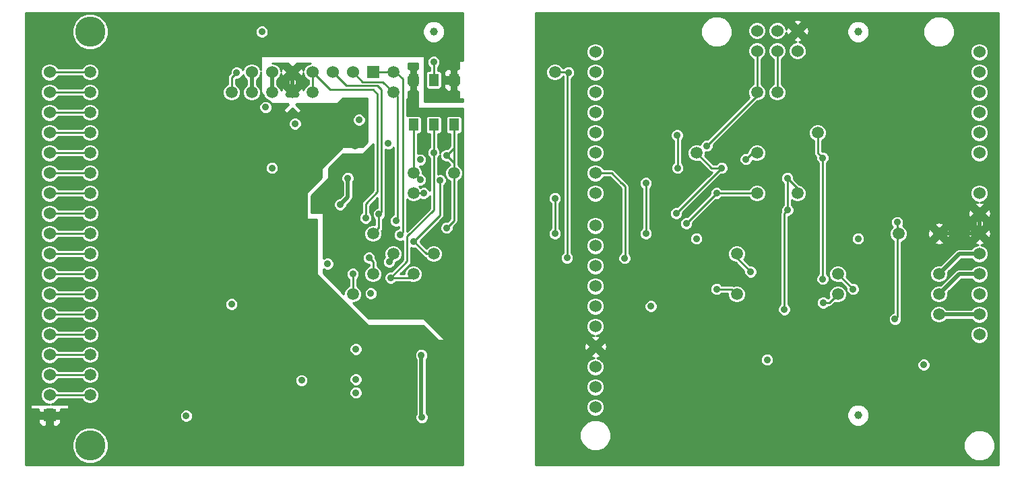
<source format=gbl>
G04 #@! TF.FileFunction,Copper,L4,Bot,Signal*
%FSLAX46Y46*%
G04 Gerber Fmt 4.6, Leading zero omitted, Abs format (unit mm)*
G04 Created by KiCad (PCBNEW 4.0.6-e0-6349~53~ubuntu14.04.1) date Sat Jun 24 15:03:27 2017*
%MOMM*%
%LPD*%
G01*
G04 APERTURE LIST*
%ADD10C,0.150000*%
%ADD11C,1.000000*%
%ADD12C,3.797300*%
%ADD13C,1.500000*%
%ADD14R,1.270000X1.570000*%
%ADD15R,1.524000X1.524000*%
%ADD16C,1.524000*%
%ADD17C,0.889000*%
%ADD18C,0.508000*%
%ADD19C,0.254000*%
G04 APERTURE END LIST*
D10*
D11*
X165100000Y-81280000D03*
X165100000Y-33020000D03*
D12*
X68580000Y-85090000D03*
X68580000Y-33020000D03*
D13*
X68580000Y-71120000D03*
X68580000Y-76200000D03*
X68580000Y-63500000D03*
X68580000Y-43180000D03*
X68580000Y-48260000D03*
X68580000Y-53340000D03*
X68580000Y-58420000D03*
X170180000Y-58420000D03*
X68580000Y-66040000D03*
X68580000Y-60960000D03*
X68580000Y-55880000D03*
X68580000Y-50800000D03*
X68580000Y-45720000D03*
X68580000Y-40640000D03*
X109220000Y-63500000D03*
X68580000Y-68580000D03*
X68580000Y-73660000D03*
X68580000Y-78740000D03*
X68580000Y-38100000D03*
X175260000Y-68580000D03*
X175260000Y-66040000D03*
X175260000Y-63500000D03*
X175260000Y-58420000D03*
X88900000Y-40640000D03*
X162560000Y-63500000D03*
X152400000Y-48260000D03*
X152400000Y-40640000D03*
X127000000Y-38100000D03*
X154940000Y-40640000D03*
X111760000Y-60960000D03*
X162560000Y-66040000D03*
X149860000Y-60960000D03*
X157480000Y-53340000D03*
X149860000Y-66040000D03*
X160020000Y-45720000D03*
X152400000Y-53340000D03*
X144780000Y-48260000D03*
X101600000Y-66040000D03*
X106680000Y-60960000D03*
X104140000Y-63500000D03*
X109220000Y-50800000D03*
X114300000Y-50800000D03*
X109220000Y-53340000D03*
X91440000Y-40640000D03*
X93980000Y-40640000D03*
X106680000Y-38100000D03*
X106680000Y-40640000D03*
X104140000Y-58420000D03*
X96520000Y-40640000D03*
X86360000Y-40640000D03*
D14*
X111760000Y-44725000D03*
X109220000Y-44725000D03*
X114300000Y-44725000D03*
X114300000Y-39095000D03*
X111760000Y-39095000D03*
X109220000Y-39095000D03*
D15*
X104140000Y-38100000D03*
D16*
X101600000Y-38100000D03*
X99060000Y-38100000D03*
X96520000Y-38100000D03*
X93980000Y-38100000D03*
X91440000Y-38100000D03*
X88900000Y-38100000D03*
D15*
X63500000Y-81280000D03*
D16*
X63500000Y-78740000D03*
X63500000Y-76200000D03*
X63500000Y-73660000D03*
X63500000Y-71120000D03*
X63500000Y-68580000D03*
X63500000Y-66040000D03*
X63500000Y-63500000D03*
X63500000Y-60960000D03*
X63500000Y-58420000D03*
X63500000Y-55880000D03*
X63500000Y-53340000D03*
X63500000Y-50800000D03*
X63500000Y-48260000D03*
X63500000Y-45720000D03*
X63500000Y-43180000D03*
X63500000Y-40640000D03*
X63500000Y-38100000D03*
X180340000Y-71120000D03*
X180340000Y-68580000D03*
X180340000Y-66040000D03*
X180340000Y-63500000D03*
X180340000Y-60960000D03*
X180340000Y-58420000D03*
X180340000Y-55880000D03*
X180340000Y-53340000D03*
X180340000Y-48260000D03*
X180340000Y-45720000D03*
X180340000Y-43180000D03*
X180340000Y-40640000D03*
X180340000Y-38100000D03*
X180340000Y-35560000D03*
X152400000Y-35433000D03*
X154940000Y-35433000D03*
X157480000Y-35433000D03*
X157480000Y-32893000D03*
X154940000Y-32893000D03*
X152400000Y-32893000D03*
X132080000Y-35560000D03*
X132080000Y-38100000D03*
X132080000Y-40640000D03*
X132080000Y-43180000D03*
X132080000Y-45720000D03*
X132080000Y-48260000D03*
X132080000Y-50800000D03*
X132080000Y-53340000D03*
X132080000Y-57404000D03*
X132080000Y-59944000D03*
X132080000Y-62484000D03*
X132080000Y-65024000D03*
X132080000Y-67564000D03*
X132080000Y-70104000D03*
X132080000Y-72644000D03*
X132080000Y-75184000D03*
X132080000Y-77724000D03*
X132080000Y-80264000D03*
D11*
X111760000Y-33020000D03*
D17*
X100010000Y-54760000D03*
X100965000Y-51435000D03*
X98425000Y-62230000D03*
X106040000Y-47100000D03*
X110060000Y-49130000D03*
X103850000Y-65960000D03*
X106360000Y-63990000D03*
X111750000Y-48230000D03*
X112547400Y-51704240D03*
X109270000Y-59410000D03*
X143510000Y-57150000D03*
X147320000Y-53340000D03*
X113360000Y-48590000D03*
X113390000Y-57710000D03*
X107530000Y-58580000D03*
X107020000Y-56810000D03*
X104880000Y-55970000D03*
X103200000Y-56460000D03*
X101600000Y-63500000D03*
X106172000Y-61976000D03*
X147310000Y-65405000D03*
X103632000Y-61468000D03*
X142240000Y-55880000D03*
X147955000Y-50165000D03*
X110490000Y-53340000D03*
X86360000Y-67310000D03*
X91440000Y-50165000D03*
X94340000Y-44600000D03*
X111760000Y-36830000D03*
X87000000Y-38160000D03*
X160655000Y-48895000D03*
X160655000Y-64135000D03*
X138430000Y-58420000D03*
X138430000Y-52070000D03*
X151590000Y-63220000D03*
X110070000Y-51650000D03*
X170000000Y-57000000D03*
X169740000Y-69190000D03*
X150990000Y-49070000D03*
X146080000Y-47370000D03*
X128510000Y-61490000D03*
X128690000Y-38140000D03*
X127000000Y-58420000D03*
X127000000Y-53975000D03*
X160700000Y-67120000D03*
X135760000Y-61520000D03*
X164465000Y-65405000D03*
X90170000Y-33020000D03*
X90640000Y-42530000D03*
X101981000Y-76780000D03*
X101981000Y-72970000D03*
X101981000Y-78440000D03*
X95150000Y-76890000D03*
X102380000Y-44120000D03*
X80650000Y-81360000D03*
X142400000Y-50160000D03*
X142360000Y-46050000D03*
X155830000Y-67970000D03*
X156210000Y-51435000D03*
X156230000Y-55460000D03*
X110490000Y-55499000D03*
X106426000Y-52451000D03*
X108712000Y-55245000D03*
X75565000Y-33020000D03*
X98298000Y-60833000D03*
X100076000Y-64516000D03*
X114300000Y-36830000D03*
X109220000Y-41910000D03*
X109510000Y-67830000D03*
X109860000Y-71720000D03*
X113665000Y-70485000D03*
X113408460Y-53162200D03*
X95710000Y-47340000D03*
X91440000Y-48770000D03*
X72390000Y-81280000D03*
X73660000Y-78740000D03*
X73660000Y-76200000D03*
X73660000Y-73660000D03*
X73660000Y-71120000D03*
X73660000Y-68580000D03*
X73660000Y-66040000D03*
X73660000Y-63500000D03*
X73660000Y-60960000D03*
X73660000Y-58420000D03*
X73660000Y-55880000D03*
X73660000Y-53340000D03*
X73660000Y-50800000D03*
X73660000Y-48260000D03*
X73660000Y-45720000D03*
X73660000Y-43180000D03*
X73660000Y-40640000D03*
X73660000Y-38100000D03*
X81280000Y-40640000D03*
X81280000Y-78740000D03*
X81280000Y-76200000D03*
X81280000Y-73660000D03*
X81280000Y-71120000D03*
X81280000Y-68580000D03*
X81280000Y-66040000D03*
X81280000Y-63500000D03*
X81280000Y-38100000D03*
X81280000Y-43180000D03*
X81280000Y-45720000D03*
X81280000Y-48260000D03*
X81280000Y-50800000D03*
X81280000Y-53340000D03*
X81280000Y-55880000D03*
X81280000Y-60960000D03*
X81280000Y-59055000D03*
X99830000Y-72630000D03*
X101910000Y-47420000D03*
X95710000Y-81500000D03*
X82640000Y-81950000D03*
X88260000Y-78430000D03*
X91040000Y-75260000D03*
X96650000Y-51940000D03*
X98720000Y-65700000D03*
X91450000Y-71900000D03*
X88900000Y-71850000D03*
X86360000Y-71890000D03*
X94000000Y-71940000D03*
X93230000Y-63730000D03*
X98090000Y-45440000D03*
X93260000Y-51810000D03*
X111000000Y-62510000D03*
X113130000Y-78970000D03*
X99500000Y-49770000D03*
X99500000Y-52875000D03*
X135330000Y-77830000D03*
X128360000Y-78460000D03*
X174330000Y-78770000D03*
X156845000Y-62865000D03*
X156210000Y-73025000D03*
X147320000Y-57785000D03*
X167640000Y-57785000D03*
X168275000Y-47625000D03*
X147955000Y-47625000D03*
X125840000Y-52160000D03*
X128360000Y-66290000D03*
X176530000Y-73025000D03*
X139065000Y-67564000D03*
X153670000Y-74295000D03*
X165100000Y-59055000D03*
X144780000Y-59055000D03*
X173355000Y-74930000D03*
X110270000Y-81550000D03*
X110200000Y-73700000D03*
D18*
X175260000Y-66040000D02*
X177800000Y-63500000D01*
X177800000Y-63500000D02*
X180340000Y-63500000D01*
X100965000Y-53805000D02*
X100010000Y-54760000D01*
X100965000Y-51435000D02*
X100965000Y-53805000D01*
X175260000Y-63500000D02*
X177800000Y-60960000D01*
X177800000Y-60960000D02*
X180340000Y-60960000D01*
X91440000Y-40640000D02*
X91440000Y-38100000D01*
D19*
X111750000Y-48230000D02*
X111760000Y-48220000D01*
X111760000Y-48220000D02*
X111760000Y-44725000D01*
X106360000Y-63990000D02*
X108730000Y-63990000D01*
X108730000Y-63990000D02*
X109220000Y-63500000D01*
X111760000Y-49280000D02*
X111760000Y-55450000D01*
X106360000Y-63990000D02*
X108430000Y-61920000D01*
X108430000Y-58780000D02*
X108430000Y-61920000D01*
X111760000Y-55450000D02*
X108430000Y-58780000D01*
X111750000Y-48230000D02*
X111760000Y-48230000D01*
X111760000Y-49400000D02*
X111760000Y-49280000D01*
X111760000Y-49280000D02*
X111760000Y-48230000D01*
X112547400Y-56132600D02*
X109270000Y-59410000D01*
X112547400Y-56132600D02*
X112547400Y-51704240D01*
X109270000Y-59410000D02*
X110820000Y-60960000D01*
X110820000Y-60960000D02*
X111760000Y-60960000D01*
X147320000Y-53340000D02*
X143510000Y-57150000D01*
X147320000Y-53340000D02*
X152400000Y-53340000D01*
X113360000Y-48590000D02*
X114300000Y-49530000D01*
X114300000Y-49530000D02*
X114300000Y-50800000D01*
X114300000Y-44725000D02*
X114300000Y-50800000D01*
X114300000Y-47650000D02*
X113360000Y-48590000D01*
X114300000Y-56800000D02*
X114300000Y-55520000D01*
X113390000Y-57710000D02*
X114300000Y-56800000D01*
X114300000Y-55880000D02*
X114300000Y-55520000D01*
X114300000Y-55520000D02*
X114300000Y-50800000D01*
X106680000Y-38100000D02*
X104140000Y-38100000D01*
X107860000Y-38960000D02*
X107000000Y-38100000D01*
X107860000Y-39450000D02*
X107860000Y-38960000D01*
X107000000Y-38100000D02*
X106680000Y-38100000D01*
X107530000Y-58580000D02*
X107860000Y-58250000D01*
X107860000Y-58250000D02*
X107860000Y-39450000D01*
X107860000Y-39450000D02*
X107860000Y-39430000D01*
X103487798Y-39352798D02*
X102852798Y-39352798D01*
X105392798Y-39352798D02*
X103487798Y-39352798D01*
X106680000Y-40640000D02*
X105392798Y-39352798D01*
X102852798Y-39352798D02*
X101600000Y-38100000D01*
X107220000Y-41520000D02*
X107220000Y-41180000D01*
X107220000Y-41830000D02*
X107220000Y-41520000D01*
X107020000Y-56810000D02*
X107220000Y-56610000D01*
X107220000Y-56610000D02*
X107220000Y-41830000D01*
X107220000Y-41180000D02*
X106680000Y-40640000D01*
X101410000Y-39810000D02*
X100770000Y-39810000D01*
X100770000Y-39810000D02*
X99060000Y-38100000D01*
X104880000Y-55970000D02*
X104880000Y-57680000D01*
X104880000Y-57680000D02*
X104140000Y-58420000D01*
X105170000Y-42100000D02*
X105170000Y-40310000D01*
X105170000Y-55680000D02*
X105170000Y-42100000D01*
X104880000Y-55970000D02*
X105170000Y-55680000D01*
X104670000Y-39810000D02*
X101410000Y-39810000D01*
X101410000Y-39810000D02*
X101405000Y-39810000D01*
X105170000Y-40310000D02*
X104670000Y-39810000D01*
X104880000Y-55970000D02*
X104830000Y-55920000D01*
X96520000Y-40640000D02*
X96520000Y-38100000D01*
X99350000Y-40290000D02*
X98710000Y-40290000D01*
X98710000Y-40290000D02*
X96520000Y-38100000D01*
X103200000Y-56460000D02*
X103200000Y-54690000D01*
X104140000Y-40290000D02*
X99350000Y-40290000D01*
X99350000Y-40290000D02*
X99345000Y-40290000D01*
X104710000Y-40860000D02*
X104140000Y-40290000D01*
X104710000Y-53180000D02*
X104710000Y-40860000D01*
X103200000Y-54690000D02*
X104710000Y-53180000D01*
X101600000Y-63500000D02*
X101600000Y-66040000D01*
X106680000Y-60960000D02*
X106680000Y-61468000D01*
X106680000Y-61468000D02*
X106172000Y-61976000D01*
X149860000Y-66040000D02*
X149225000Y-65405000D01*
X149225000Y-65405000D02*
X147310000Y-65405000D01*
X103632000Y-61468000D02*
X104140000Y-61976000D01*
X104140000Y-61976000D02*
X104140000Y-63500000D01*
X147955000Y-50165000D02*
X142240000Y-55880000D01*
X147955000Y-50165000D02*
X146685000Y-50165000D01*
X146685000Y-50165000D02*
X144780000Y-48260000D01*
X110490000Y-53340000D02*
X109220000Y-53340000D01*
D18*
X175260000Y-68580000D02*
X180340000Y-68580000D01*
D19*
X111760000Y-39095000D02*
X111760000Y-36830000D01*
X86360000Y-40640000D02*
X86360000Y-38800000D01*
X86360000Y-38800000D02*
X87000000Y-38160000D01*
X63500000Y-38100000D02*
X68580000Y-38100000D01*
X63500000Y-76200000D02*
X68580000Y-76200000D01*
X63500000Y-78740000D02*
X68580000Y-78740000D01*
X63500000Y-71120000D02*
X68580000Y-71120000D01*
X63500000Y-73660000D02*
X68580000Y-73660000D01*
X63500000Y-66040000D02*
X68580000Y-66040000D01*
X63500000Y-68580000D02*
X68580000Y-68580000D01*
X63500000Y-60960000D02*
X68580000Y-60960000D01*
X63500000Y-63500000D02*
X68580000Y-63500000D01*
X63500000Y-55880000D02*
X68580000Y-55880000D01*
X63500000Y-58420000D02*
X68580000Y-58420000D01*
X63500000Y-50800000D02*
X68580000Y-50800000D01*
X63500000Y-53340000D02*
X68580000Y-53340000D01*
X63500000Y-45720000D02*
X68580000Y-45720000D01*
X63500000Y-48260000D02*
X68580000Y-48260000D01*
X63500000Y-40640000D02*
X68580000Y-40640000D01*
X63500000Y-43180000D02*
X68580000Y-43180000D01*
X160020000Y-45720000D02*
X160020000Y-48260000D01*
X160020000Y-48260000D02*
X160655000Y-48895000D01*
X160655000Y-64135000D02*
X160655000Y-48895000D01*
X138430000Y-58420000D02*
X138420000Y-52080000D01*
X138420000Y-52080000D02*
X138430000Y-52070000D01*
X149860000Y-60960000D02*
X149860000Y-61490000D01*
X149860000Y-61490000D02*
X151590000Y-63220000D01*
X109220000Y-44725000D02*
X109220000Y-50800000D01*
X110070000Y-51650000D02*
X109220000Y-50800000D01*
X170180000Y-58420000D02*
X170000000Y-58240000D01*
X170000000Y-58240000D02*
X170000000Y-57000000D01*
X170000000Y-68930000D02*
X170000000Y-57000000D01*
X169740000Y-69190000D02*
X170000000Y-68930000D01*
X151800000Y-48260000D02*
X152400000Y-48260000D01*
X150990000Y-49070000D02*
X151800000Y-48260000D01*
X152400000Y-35433000D02*
X152400000Y-40640000D01*
X152400000Y-40640000D02*
X152400000Y-41050000D01*
X152400000Y-41050000D02*
X146080000Y-47370000D01*
X127000000Y-38100000D02*
X128650000Y-38100000D01*
X128650000Y-38100000D02*
X128690000Y-38140000D01*
X128510000Y-61490000D02*
X128510000Y-38320000D01*
X128510000Y-38320000D02*
X128690000Y-38140000D01*
X127000000Y-58420000D02*
X127000000Y-53975000D01*
X154940000Y-40640000D02*
X154940000Y-35433000D01*
X161480000Y-67120000D02*
X162560000Y-66040000D01*
X160700000Y-67120000D02*
X161480000Y-67120000D01*
X135354600Y-52044600D02*
X134110000Y-50800000D01*
X135380000Y-52070000D02*
X135810000Y-52500000D01*
X135354600Y-52044600D02*
X135380000Y-52070000D01*
X135810000Y-52500000D02*
X135810000Y-61470000D01*
X135760000Y-61520000D02*
X135810000Y-61470000D01*
X134110000Y-50800000D02*
X132080000Y-50800000D01*
X164465000Y-65405000D02*
X162560000Y-63500000D01*
D18*
X88900000Y-40640000D02*
X88900000Y-38100000D01*
X101981000Y-76780000D02*
X101980000Y-76780000D01*
X101981000Y-72970000D02*
X101980000Y-72970000D01*
X101981000Y-78440000D02*
X101980000Y-78440000D01*
D19*
X142400000Y-46090000D02*
X142400000Y-50160000D01*
X142360000Y-46050000D02*
X142400000Y-46090000D01*
X157480000Y-53340000D02*
X157480000Y-52705000D01*
X157480000Y-52705000D02*
X156210000Y-51435000D01*
X155830000Y-55860000D02*
X156230000Y-55460000D01*
X155830000Y-67970000D02*
X155830000Y-55860000D01*
X156230000Y-51455000D02*
X156230000Y-55460000D01*
X156230000Y-51455000D02*
X156210000Y-51435000D01*
D18*
X93980000Y-40640000D02*
X93980000Y-38100000D01*
X114300000Y-39095000D02*
X114300000Y-36830000D01*
X109220000Y-39095000D02*
X109220000Y-41910000D01*
X180340000Y-58420000D02*
X180340000Y-55880000D01*
X175260000Y-58420000D02*
X180340000Y-58420000D01*
X110200000Y-81480000D02*
X110270000Y-81550000D01*
X110200000Y-73700000D02*
X110200000Y-81480000D01*
D19*
G36*
X115443000Y-36681998D02*
X114935000Y-36681998D01*
X114935000Y-37675000D01*
X114776250Y-37675000D01*
X114617500Y-37833750D01*
X114617500Y-38702500D01*
X114935000Y-38702500D01*
X114935000Y-39487500D01*
X114617500Y-39487500D01*
X114617500Y-40356250D01*
X114776250Y-40515000D01*
X114935000Y-40515000D01*
X114935000Y-41508002D01*
X115443000Y-41508002D01*
X115443000Y-41783000D01*
X110617000Y-41783000D01*
X110617000Y-38310000D01*
X110736536Y-38310000D01*
X110736536Y-39880000D01*
X110763103Y-40021190D01*
X110846546Y-40150865D01*
X110973866Y-40237859D01*
X111125000Y-40268464D01*
X112395000Y-40268464D01*
X112536190Y-40241897D01*
X112665865Y-40158454D01*
X112752859Y-40031134D01*
X112783464Y-39880000D01*
X112783464Y-39646250D01*
X113030000Y-39646250D01*
X113030000Y-40006310D01*
X113126673Y-40239699D01*
X113305302Y-40418327D01*
X113538691Y-40515000D01*
X113823750Y-40515000D01*
X113982500Y-40356250D01*
X113982500Y-39487500D01*
X113188750Y-39487500D01*
X113030000Y-39646250D01*
X112783464Y-39646250D01*
X112783464Y-38310000D01*
X112759697Y-38183690D01*
X113030000Y-38183690D01*
X113030000Y-38543750D01*
X113188750Y-38702500D01*
X113982500Y-38702500D01*
X113982500Y-37833750D01*
X113823750Y-37675000D01*
X113538691Y-37675000D01*
X113305302Y-37771673D01*
X113126673Y-37950301D01*
X113030000Y-38183690D01*
X112759697Y-38183690D01*
X112756897Y-38168810D01*
X112673454Y-38039135D01*
X112546134Y-37952141D01*
X112395000Y-37921536D01*
X112268000Y-37921536D01*
X112268000Y-37489302D01*
X112459417Y-37298219D01*
X112585357Y-36994923D01*
X112585643Y-36666518D01*
X112460233Y-36363002D01*
X112228219Y-36130583D01*
X111924923Y-36004643D01*
X111596518Y-36004357D01*
X111293002Y-36129767D01*
X111060583Y-36361781D01*
X110934643Y-36665077D01*
X110934357Y-36993482D01*
X111059767Y-37296998D01*
X111252000Y-37489567D01*
X111252000Y-37921536D01*
X111125000Y-37921536D01*
X110983810Y-37948103D01*
X110854135Y-38031546D01*
X110767141Y-38158866D01*
X110736536Y-38310000D01*
X110617000Y-38310000D01*
X110617000Y-36195000D01*
X110606994Y-36145590D01*
X110578553Y-36103965D01*
X110536159Y-36076685D01*
X110490000Y-36068000D01*
X90170000Y-36068000D01*
X90120590Y-36078006D01*
X90078965Y-36106447D01*
X90051685Y-36148841D01*
X90043000Y-36195000D01*
X90043000Y-37873162D01*
X89869554Y-37453388D01*
X89548303Y-37131577D01*
X89128354Y-36957199D01*
X88673641Y-36956802D01*
X88253388Y-37130446D01*
X87931577Y-37451697D01*
X87765644Y-37851309D01*
X87700233Y-37693002D01*
X87468219Y-37460583D01*
X87164923Y-37334643D01*
X86836518Y-37334357D01*
X86533002Y-37459767D01*
X86300583Y-37691781D01*
X86174643Y-37995077D01*
X86174406Y-38267174D01*
X86000790Y-38440790D01*
X85890669Y-38605597D01*
X85852000Y-38800000D01*
X85852000Y-39626157D01*
X85720177Y-39680625D01*
X85401744Y-39998503D01*
X85229196Y-40414043D01*
X85228804Y-40863983D01*
X85400625Y-41279823D01*
X85718503Y-41598256D01*
X86134043Y-41770804D01*
X86583983Y-41771196D01*
X86999823Y-41599375D01*
X87318256Y-41281497D01*
X87490804Y-40865957D01*
X87491196Y-40416017D01*
X87319375Y-40000177D01*
X87001497Y-39681744D01*
X86868000Y-39626311D01*
X86868000Y-39010420D01*
X86893013Y-38985407D01*
X87163482Y-38985643D01*
X87466998Y-38860233D01*
X87699417Y-38628219D01*
X87790697Y-38408392D01*
X87930446Y-38746612D01*
X88251697Y-39068423D01*
X88265000Y-39073947D01*
X88265000Y-39678632D01*
X88260177Y-39680625D01*
X87941744Y-39998503D01*
X87769196Y-40414043D01*
X87768804Y-40863983D01*
X87940625Y-41279823D01*
X88258503Y-41598256D01*
X88674043Y-41770804D01*
X89123983Y-41771196D01*
X89539823Y-41599375D01*
X89858256Y-41281497D01*
X90030804Y-40865957D01*
X90031196Y-40416017D01*
X89859375Y-40000177D01*
X89541497Y-39681744D01*
X89535000Y-39679046D01*
X89535000Y-39074352D01*
X89546612Y-39069554D01*
X89868423Y-38748303D01*
X90042801Y-38328354D01*
X90043000Y-38100000D01*
X90043000Y-40640000D01*
X90053006Y-40689410D01*
X90080197Y-40729803D01*
X90375293Y-41024899D01*
X90480625Y-41279823D01*
X90798503Y-41598256D01*
X91055269Y-41704875D01*
X91350197Y-41999803D01*
X91392211Y-42027666D01*
X91440000Y-42037000D01*
X93383460Y-42037000D01*
X93513560Y-42167100D01*
X92804080Y-42876580D01*
X93270520Y-43343020D01*
X93980000Y-42633540D01*
X94689480Y-43343020D01*
X95155920Y-42876580D01*
X94446440Y-42167100D01*
X94576540Y-42037000D01*
X99695000Y-42037000D01*
X99744410Y-42026994D01*
X99784803Y-41999803D01*
X100382606Y-41402000D01*
X103378000Y-41402000D01*
X103378000Y-46937394D01*
X102817394Y-47498000D01*
X100330000Y-47498000D01*
X100280590Y-47508006D01*
X100240197Y-47535197D01*
X97700197Y-50075197D01*
X97672334Y-50117211D01*
X97663000Y-50165000D01*
X97663000Y-51382394D01*
X95795197Y-53250197D01*
X95767334Y-53292211D01*
X95758000Y-53340000D01*
X95758000Y-56515000D01*
X95768006Y-56564410D01*
X95796447Y-56606035D01*
X95838841Y-56633315D01*
X95885000Y-56642000D01*
X97028000Y-56642000D01*
X97028000Y-63500000D01*
X97038006Y-63549410D01*
X97065197Y-63589803D01*
X103415197Y-69939803D01*
X103457211Y-69967666D01*
X103505000Y-69977000D01*
X110437394Y-69977000D01*
X112305197Y-71844803D01*
X112347211Y-71872666D01*
X112395000Y-71882000D01*
X113030000Y-71882000D01*
X113079410Y-71871994D01*
X113121035Y-71843553D01*
X113148315Y-71801159D01*
X113156952Y-71751491D01*
X113145584Y-71702377D01*
X113119803Y-71665197D01*
X110579803Y-69125197D01*
X110537789Y-69097334D01*
X110490000Y-69088000D01*
X103557606Y-69088000D01*
X101640642Y-67171036D01*
X101823983Y-67171196D01*
X102239823Y-66999375D01*
X102558256Y-66681497D01*
X102730804Y-66265957D01*
X102730928Y-66123482D01*
X103024357Y-66123482D01*
X103149767Y-66426998D01*
X103381781Y-66659417D01*
X103685077Y-66785357D01*
X104013482Y-66785643D01*
X104316998Y-66660233D01*
X104549417Y-66428219D01*
X104675357Y-66124923D01*
X104675643Y-65796518D01*
X104550233Y-65493002D01*
X104318219Y-65260583D01*
X104014923Y-65134643D01*
X103686518Y-65134357D01*
X103383002Y-65259767D01*
X103150583Y-65491781D01*
X103024643Y-65795077D01*
X103024357Y-66123482D01*
X102730928Y-66123482D01*
X102731196Y-65816017D01*
X102559375Y-65400177D01*
X102241497Y-65081744D01*
X102108000Y-65026311D01*
X102108000Y-64159302D01*
X102299417Y-63968219D01*
X102425357Y-63664923D01*
X102425643Y-63336518D01*
X102300233Y-63033002D01*
X102068219Y-62800583D01*
X101764923Y-62674643D01*
X101436518Y-62674357D01*
X101133002Y-62799767D01*
X100900583Y-63031781D01*
X100774643Y-63335077D01*
X100774357Y-63663482D01*
X100899767Y-63966998D01*
X101092000Y-64159567D01*
X101092000Y-65026157D01*
X100960177Y-65080625D01*
X100641744Y-65398503D01*
X100469196Y-65814043D01*
X100469034Y-65999428D01*
X97917000Y-63447394D01*
X97917000Y-62889567D01*
X97956781Y-62929417D01*
X98260077Y-63055357D01*
X98588482Y-63055643D01*
X98891998Y-62930233D01*
X99124417Y-62698219D01*
X99250357Y-62394923D01*
X99250643Y-62066518D01*
X99125233Y-61763002D01*
X98993943Y-61631482D01*
X102806357Y-61631482D01*
X102931767Y-61934998D01*
X103163781Y-62167417D01*
X103467077Y-62293357D01*
X103632000Y-62293501D01*
X103632000Y-62486157D01*
X103500177Y-62540625D01*
X103181744Y-62858503D01*
X103009196Y-63274043D01*
X103008804Y-63723983D01*
X103180625Y-64139823D01*
X103498503Y-64458256D01*
X103914043Y-64630804D01*
X104363983Y-64631196D01*
X104779823Y-64459375D01*
X105098256Y-64141497D01*
X105270804Y-63725957D01*
X105271196Y-63276017D01*
X105099375Y-62860177D01*
X104781497Y-62541744D01*
X104648000Y-62486311D01*
X104648000Y-62139482D01*
X105346357Y-62139482D01*
X105471767Y-62442998D01*
X105703781Y-62675417D01*
X106007077Y-62801357D01*
X106335482Y-62801643D01*
X106638998Y-62676233D01*
X106871417Y-62444219D01*
X106997357Y-62140923D01*
X106997434Y-62052583D01*
X107319823Y-61919375D01*
X107638256Y-61601497D01*
X107810804Y-61185957D01*
X107811196Y-60736017D01*
X107639375Y-60320177D01*
X107321497Y-60001744D01*
X106905957Y-59829196D01*
X106456017Y-59828804D01*
X106040177Y-60000625D01*
X105721744Y-60318503D01*
X105549196Y-60734043D01*
X105548804Y-61183983D01*
X105621267Y-61359356D01*
X105472583Y-61507781D01*
X105346643Y-61811077D01*
X105346357Y-62139482D01*
X104648000Y-62139482D01*
X104648000Y-61976000D01*
X104609331Y-61781597D01*
X104571913Y-61725597D01*
X104499210Y-61616789D01*
X104457407Y-61574987D01*
X104457643Y-61304518D01*
X104332233Y-61001002D01*
X104100219Y-60768583D01*
X103796923Y-60642643D01*
X103468518Y-60642357D01*
X103165002Y-60767767D01*
X102932583Y-60999781D01*
X102806643Y-61303077D01*
X102806357Y-61631482D01*
X98993943Y-61631482D01*
X98893219Y-61530583D01*
X98589923Y-61404643D01*
X98261518Y-61404357D01*
X97958002Y-61529767D01*
X97917000Y-61570698D01*
X97917000Y-55880000D01*
X97906994Y-55830590D01*
X97878553Y-55788965D01*
X97836159Y-55761685D01*
X97790000Y-55753000D01*
X96393000Y-55753000D01*
X96393000Y-54923482D01*
X99184357Y-54923482D01*
X99309767Y-55226998D01*
X99541781Y-55459417D01*
X99845077Y-55585357D01*
X100173482Y-55585643D01*
X100476998Y-55460233D01*
X100709417Y-55228219D01*
X100835357Y-54924923D01*
X100835437Y-54832589D01*
X101414013Y-54254013D01*
X101551664Y-54048004D01*
X101600000Y-53805000D01*
X101600000Y-51967524D01*
X101664417Y-51903219D01*
X101790357Y-51599923D01*
X101790643Y-51271518D01*
X101665233Y-50968002D01*
X101433219Y-50735583D01*
X101129923Y-50609643D01*
X100801518Y-50609357D01*
X100498002Y-50734767D01*
X100265583Y-50966781D01*
X100139643Y-51270077D01*
X100139357Y-51598482D01*
X100264767Y-51901998D01*
X100330000Y-51967345D01*
X100330000Y-53541974D01*
X99937538Y-53934436D01*
X99846518Y-53934357D01*
X99543002Y-54059767D01*
X99310583Y-54291781D01*
X99184643Y-54595077D01*
X99184357Y-54923482D01*
X96393000Y-54923482D01*
X96393000Y-53646606D01*
X98514803Y-51524803D01*
X98542666Y-51482789D01*
X98552000Y-51435000D01*
X98552000Y-50217606D01*
X100382606Y-48387000D01*
X102870000Y-48387000D01*
X102919410Y-48376994D01*
X102959803Y-48349803D01*
X104202000Y-47107606D01*
X104202000Y-52969579D01*
X102840790Y-54330790D01*
X102730669Y-54495597D01*
X102692000Y-54690000D01*
X102692000Y-55800698D01*
X102500583Y-55991781D01*
X102374643Y-56295077D01*
X102374357Y-56623482D01*
X102499767Y-56926998D01*
X102731781Y-57159417D01*
X103035077Y-57285357D01*
X103363482Y-57285643D01*
X103666998Y-57160233D01*
X103899417Y-56928219D01*
X104025357Y-56624923D01*
X104025643Y-56296518D01*
X103900233Y-55993002D01*
X103708000Y-55800433D01*
X103708000Y-54900420D01*
X104662000Y-53946421D01*
X104662000Y-55166883D01*
X104413002Y-55269767D01*
X104180583Y-55501781D01*
X104054643Y-55805077D01*
X104054357Y-56133482D01*
X104179767Y-56436998D01*
X104372000Y-56629567D01*
X104372000Y-57291705D01*
X104365957Y-57289196D01*
X103916017Y-57288804D01*
X103500177Y-57460625D01*
X103181744Y-57778503D01*
X103009196Y-58194043D01*
X103008804Y-58643983D01*
X103180625Y-59059823D01*
X103498503Y-59378256D01*
X103914043Y-59550804D01*
X104363983Y-59551196D01*
X104779823Y-59379375D01*
X105098256Y-59061497D01*
X105270804Y-58645957D01*
X105271196Y-58196017D01*
X105215996Y-58062424D01*
X105239210Y-58039210D01*
X105349331Y-57874403D01*
X105388000Y-57680000D01*
X105388000Y-56629302D01*
X105579417Y-56438219D01*
X105705357Y-56134923D01*
X105705643Y-55806518D01*
X105669995Y-55720243D01*
X105678000Y-55680000D01*
X105678000Y-47843523D01*
X105875077Y-47925357D01*
X106203482Y-47925643D01*
X106506998Y-47800233D01*
X106712000Y-47595588D01*
X106712000Y-56044070D01*
X106553002Y-56109767D01*
X106320583Y-56341781D01*
X106194643Y-56645077D01*
X106194357Y-56973482D01*
X106319767Y-57276998D01*
X106551781Y-57509417D01*
X106855077Y-57635357D01*
X107183482Y-57635643D01*
X107352000Y-57566013D01*
X107352000Y-57760356D01*
X107063002Y-57879767D01*
X106830583Y-58111781D01*
X106704643Y-58415077D01*
X106704357Y-58743482D01*
X106829767Y-59046998D01*
X107061781Y-59279417D01*
X107365077Y-59405357D01*
X107693482Y-59405643D01*
X107922000Y-59311221D01*
X107922000Y-61709580D01*
X106466987Y-63164593D01*
X106196518Y-63164357D01*
X105893002Y-63289767D01*
X105660583Y-63521781D01*
X105534643Y-63825077D01*
X105534357Y-64153482D01*
X105659767Y-64456998D01*
X105891781Y-64689417D01*
X106195077Y-64815357D01*
X106523482Y-64815643D01*
X106826998Y-64690233D01*
X107019567Y-64498000D01*
X108674217Y-64498000D01*
X108994043Y-64630804D01*
X109443983Y-64631196D01*
X109859823Y-64459375D01*
X110178256Y-64141497D01*
X110350804Y-63725957D01*
X110351196Y-63276017D01*
X110179375Y-62860177D01*
X109861497Y-62541744D01*
X109445957Y-62369196D01*
X108996017Y-62368804D01*
X108580177Y-62540625D01*
X108261744Y-62858503D01*
X108089196Y-63274043D01*
X108089015Y-63482000D01*
X107586420Y-63482000D01*
X108789210Y-62279210D01*
X108899331Y-62114404D01*
X108938000Y-61920000D01*
X108938000Y-60165980D01*
X109105077Y-60235357D01*
X109377174Y-60235594D01*
X110460790Y-61319210D01*
X110625597Y-61429331D01*
X110739545Y-61451996D01*
X110800625Y-61599823D01*
X111118503Y-61918256D01*
X111534043Y-62090804D01*
X111983983Y-62091196D01*
X112399823Y-61919375D01*
X112718256Y-61601497D01*
X112890804Y-61185957D01*
X112891196Y-60736017D01*
X112719375Y-60320177D01*
X112401497Y-60001744D01*
X111985957Y-59829196D01*
X111536017Y-59828804D01*
X111120177Y-60000625D01*
X110849375Y-60270955D01*
X110095407Y-59516987D01*
X110095594Y-59302826D01*
X112906611Y-56491810D01*
X113016731Y-56327003D01*
X113055400Y-56132600D01*
X113055400Y-52363542D01*
X113246817Y-52172459D01*
X113372757Y-51869163D01*
X113373043Y-51540758D01*
X113247633Y-51237242D01*
X113015619Y-51004823D01*
X112712323Y-50878883D01*
X112383918Y-50878597D01*
X112268000Y-50926493D01*
X112268000Y-48879320D01*
X112449417Y-48698219D01*
X112534584Y-48493116D01*
X112534357Y-48753482D01*
X112659767Y-49056998D01*
X112891781Y-49289417D01*
X113195077Y-49415357D01*
X113467174Y-49415594D01*
X113792000Y-49740420D01*
X113792000Y-49786157D01*
X113660177Y-49840625D01*
X113341744Y-50158503D01*
X113169196Y-50574043D01*
X113168804Y-51023983D01*
X113340625Y-51439823D01*
X113658503Y-51758256D01*
X113792000Y-51813689D01*
X113792000Y-56589580D01*
X113496987Y-56884593D01*
X113226518Y-56884357D01*
X112923002Y-57009767D01*
X112690583Y-57241781D01*
X112564643Y-57545077D01*
X112564357Y-57873482D01*
X112689767Y-58176998D01*
X112921781Y-58409417D01*
X113225077Y-58535357D01*
X113553482Y-58535643D01*
X113856998Y-58410233D01*
X114089417Y-58178219D01*
X114215357Y-57874923D01*
X114215594Y-57602826D01*
X114659210Y-57159210D01*
X114769331Y-56994404D01*
X114775746Y-56962150D01*
X114808000Y-56800000D01*
X114808000Y-51813843D01*
X114939823Y-51759375D01*
X115258256Y-51441497D01*
X115430804Y-51025957D01*
X115431196Y-50576017D01*
X115259375Y-50160177D01*
X114941497Y-49841744D01*
X114808000Y-49786311D01*
X114808000Y-45898464D01*
X114935000Y-45898464D01*
X115076190Y-45871897D01*
X115205865Y-45788454D01*
X115292859Y-45661134D01*
X115323464Y-45510000D01*
X115323464Y-43940000D01*
X115296897Y-43798810D01*
X115213454Y-43669135D01*
X115086134Y-43582141D01*
X114935000Y-43551536D01*
X113665000Y-43551536D01*
X113523810Y-43578103D01*
X113394135Y-43661546D01*
X113307141Y-43788866D01*
X113276536Y-43940000D01*
X113276536Y-45510000D01*
X113303103Y-45651190D01*
X113386546Y-45780865D01*
X113513866Y-45867859D01*
X113665000Y-45898464D01*
X113792000Y-45898464D01*
X113792000Y-47439580D01*
X113466987Y-47764593D01*
X113196518Y-47764357D01*
X112893002Y-47889767D01*
X112660583Y-48121781D01*
X112575416Y-48326884D01*
X112575643Y-48066518D01*
X112450233Y-47763002D01*
X112268000Y-47580451D01*
X112268000Y-45898464D01*
X112395000Y-45898464D01*
X112536190Y-45871897D01*
X112665865Y-45788454D01*
X112752859Y-45661134D01*
X112783464Y-45510000D01*
X112783464Y-43940000D01*
X112756897Y-43798810D01*
X112673454Y-43669135D01*
X112546134Y-43582141D01*
X112395000Y-43551536D01*
X111125000Y-43551536D01*
X110983810Y-43578103D01*
X110854135Y-43661546D01*
X110767141Y-43788866D01*
X110736536Y-43940000D01*
X110736536Y-45510000D01*
X110763103Y-45651190D01*
X110846546Y-45780865D01*
X110973866Y-45867859D01*
X111125000Y-45898464D01*
X111252000Y-45898464D01*
X111252000Y-47560715D01*
X111050583Y-47761781D01*
X110924643Y-48065077D01*
X110924357Y-48393482D01*
X111049767Y-48696998D01*
X111252000Y-48899584D01*
X111252000Y-53022490D01*
X111190233Y-52873002D01*
X110958219Y-52640583D01*
X110654923Y-52514643D01*
X110326518Y-52514357D01*
X110091016Y-52611664D01*
X109954990Y-52475400D01*
X110233482Y-52475643D01*
X110536998Y-52350233D01*
X110769417Y-52118219D01*
X110895357Y-51814923D01*
X110895643Y-51486518D01*
X110770233Y-51183002D01*
X110538219Y-50950583D01*
X110350937Y-50872817D01*
X110351196Y-50576017D01*
X110179375Y-50160177D01*
X109974981Y-49955427D01*
X110223482Y-49955643D01*
X110526998Y-49830233D01*
X110759417Y-49598219D01*
X110885357Y-49294923D01*
X110885643Y-48966518D01*
X110760233Y-48663002D01*
X110528219Y-48430583D01*
X110224923Y-48304643D01*
X109896518Y-48304357D01*
X109728000Y-48373987D01*
X109728000Y-45898464D01*
X109855000Y-45898464D01*
X109996190Y-45871897D01*
X110125865Y-45788454D01*
X110212859Y-45661134D01*
X110243464Y-45510000D01*
X110243464Y-43940000D01*
X110216897Y-43798810D01*
X110133454Y-43669135D01*
X110006134Y-43582141D01*
X109855000Y-43551536D01*
X108585000Y-43551536D01*
X108443810Y-43578103D01*
X108368000Y-43626885D01*
X108368000Y-41508002D01*
X108585000Y-41508002D01*
X108585000Y-40515000D01*
X108743750Y-40515000D01*
X108902500Y-40356250D01*
X108902500Y-39487500D01*
X108585000Y-39487500D01*
X108585000Y-38702500D01*
X108902500Y-38702500D01*
X108902500Y-37833750D01*
X108743750Y-37675000D01*
X108585000Y-37675000D01*
X108585000Y-36957000D01*
X109728000Y-36957000D01*
X109728000Y-37675000D01*
X109696250Y-37675000D01*
X109537500Y-37833750D01*
X109537500Y-38702500D01*
X109728000Y-38702500D01*
X109728000Y-39487500D01*
X109537500Y-39487500D01*
X109537500Y-40356250D01*
X109696250Y-40515000D01*
X109728000Y-40515000D01*
X109728000Y-42545000D01*
X109738006Y-42594410D01*
X109766447Y-42636035D01*
X109808841Y-42663315D01*
X109855000Y-42672000D01*
X115443000Y-42672000D01*
X115443000Y-87503000D01*
X60452000Y-87503000D01*
X60452000Y-85541461D01*
X66299955Y-85541461D01*
X66646280Y-86379631D01*
X67286996Y-87021466D01*
X68124560Y-87369253D01*
X69031461Y-87370045D01*
X69869631Y-87023720D01*
X70511466Y-86383004D01*
X70859253Y-85545440D01*
X70860045Y-84638539D01*
X70513720Y-83800369D01*
X69873004Y-83158534D01*
X69035440Y-82810747D01*
X68128539Y-82809955D01*
X67290369Y-83156280D01*
X66648534Y-83796996D01*
X66300747Y-84634560D01*
X66299955Y-85541461D01*
X60452000Y-85541461D01*
X60452000Y-81819750D01*
X62103000Y-81819750D01*
X62103000Y-82168309D01*
X62199673Y-82401698D01*
X62378301Y-82580327D01*
X62611690Y-82677000D01*
X62960250Y-82677000D01*
X63119000Y-82518250D01*
X63119000Y-81661000D01*
X63881000Y-81661000D01*
X63881000Y-82518250D01*
X64039750Y-82677000D01*
X64388310Y-82677000D01*
X64621699Y-82580327D01*
X64800327Y-82401698D01*
X64897000Y-82168309D01*
X64897000Y-81819750D01*
X64738250Y-81661000D01*
X63881000Y-81661000D01*
X63119000Y-81661000D01*
X62261750Y-81661000D01*
X62103000Y-81819750D01*
X60452000Y-81819750D01*
X60452000Y-81523482D01*
X79824357Y-81523482D01*
X79949767Y-81826998D01*
X80181781Y-82059417D01*
X80485077Y-82185357D01*
X80813482Y-82185643D01*
X81116998Y-82060233D01*
X81349417Y-81828219D01*
X81475357Y-81524923D01*
X81475643Y-81196518D01*
X81350233Y-80893002D01*
X81118219Y-80660583D01*
X80814923Y-80534643D01*
X80486518Y-80534357D01*
X80183002Y-80659767D01*
X79950583Y-80891781D01*
X79824643Y-81195077D01*
X79824357Y-81523482D01*
X60452000Y-81523482D01*
X60452000Y-79883000D01*
X61086998Y-79883000D01*
X61086998Y-80518000D01*
X62103000Y-80518000D01*
X62103000Y-80740250D01*
X62261750Y-80899000D01*
X63119000Y-80899000D01*
X63119000Y-80518000D01*
X63881000Y-80518000D01*
X63881000Y-80899000D01*
X64738250Y-80899000D01*
X64897000Y-80740250D01*
X64897000Y-80518000D01*
X65913002Y-80518000D01*
X65913002Y-79883000D01*
X63726838Y-79883000D01*
X64146612Y-79709554D01*
X64468423Y-79388303D01*
X64526682Y-79248000D01*
X67566157Y-79248000D01*
X67620625Y-79379823D01*
X67938503Y-79698256D01*
X68354043Y-79870804D01*
X68803983Y-79871196D01*
X69219823Y-79699375D01*
X69538256Y-79381497D01*
X69710804Y-78965957D01*
X69711119Y-78603482D01*
X101155357Y-78603482D01*
X101280767Y-78906998D01*
X101512781Y-79139417D01*
X101816077Y-79265357D01*
X102144482Y-79265643D01*
X102447998Y-79140233D01*
X102680417Y-78908219D01*
X102806357Y-78604923D01*
X102806643Y-78276518D01*
X102681233Y-77973002D01*
X102449219Y-77740583D01*
X102145923Y-77614643D01*
X101817518Y-77614357D01*
X101514002Y-77739767D01*
X101281583Y-77971781D01*
X101155643Y-78275077D01*
X101155357Y-78603482D01*
X69711119Y-78603482D01*
X69711196Y-78516017D01*
X69539375Y-78100177D01*
X69221497Y-77781744D01*
X68805957Y-77609196D01*
X68356017Y-77608804D01*
X67940177Y-77780625D01*
X67621744Y-78098503D01*
X67566311Y-78232000D01*
X64526827Y-78232000D01*
X64469554Y-78093388D01*
X64148303Y-77771577D01*
X63728354Y-77597199D01*
X63273641Y-77596802D01*
X62853388Y-77770446D01*
X62531577Y-78091697D01*
X62357199Y-78511646D01*
X62356802Y-78966359D01*
X62530446Y-79386612D01*
X62851697Y-79708423D01*
X63271646Y-79882801D01*
X63499575Y-79883000D01*
X61086998Y-79883000D01*
X60452000Y-79883000D01*
X60452000Y-76426359D01*
X62356802Y-76426359D01*
X62530446Y-76846612D01*
X62851697Y-77168423D01*
X63271646Y-77342801D01*
X63726359Y-77343198D01*
X64146612Y-77169554D01*
X64468423Y-76848303D01*
X64526682Y-76708000D01*
X67566157Y-76708000D01*
X67620625Y-76839823D01*
X67938503Y-77158256D01*
X68354043Y-77330804D01*
X68803983Y-77331196D01*
X69219823Y-77159375D01*
X69325900Y-77053482D01*
X94324357Y-77053482D01*
X94449767Y-77356998D01*
X94681781Y-77589417D01*
X94985077Y-77715357D01*
X95313482Y-77715643D01*
X95616998Y-77590233D01*
X95849417Y-77358219D01*
X95975357Y-77054923D01*
X95975454Y-76943482D01*
X101155357Y-76943482D01*
X101280767Y-77246998D01*
X101512781Y-77479417D01*
X101816077Y-77605357D01*
X102144482Y-77605643D01*
X102447998Y-77480233D01*
X102680417Y-77248219D01*
X102806357Y-76944923D01*
X102806643Y-76616518D01*
X102681233Y-76313002D01*
X102449219Y-76080583D01*
X102145923Y-75954643D01*
X101817518Y-75954357D01*
X101514002Y-76079767D01*
X101281583Y-76311781D01*
X101155643Y-76615077D01*
X101155357Y-76943482D01*
X95975454Y-76943482D01*
X95975643Y-76726518D01*
X95850233Y-76423002D01*
X95618219Y-76190583D01*
X95314923Y-76064643D01*
X94986518Y-76064357D01*
X94683002Y-76189767D01*
X94450583Y-76421781D01*
X94324643Y-76725077D01*
X94324357Y-77053482D01*
X69325900Y-77053482D01*
X69538256Y-76841497D01*
X69710804Y-76425957D01*
X69711196Y-75976017D01*
X69539375Y-75560177D01*
X69221497Y-75241744D01*
X68805957Y-75069196D01*
X68356017Y-75068804D01*
X67940177Y-75240625D01*
X67621744Y-75558503D01*
X67566311Y-75692000D01*
X64526827Y-75692000D01*
X64469554Y-75553388D01*
X64148303Y-75231577D01*
X63728354Y-75057199D01*
X63273641Y-75056802D01*
X62853388Y-75230446D01*
X62531577Y-75551697D01*
X62357199Y-75971646D01*
X62356802Y-76426359D01*
X60452000Y-76426359D01*
X60452000Y-73886359D01*
X62356802Y-73886359D01*
X62530446Y-74306612D01*
X62851697Y-74628423D01*
X63271646Y-74802801D01*
X63726359Y-74803198D01*
X64146612Y-74629554D01*
X64468423Y-74308303D01*
X64526682Y-74168000D01*
X67566157Y-74168000D01*
X67620625Y-74299823D01*
X67938503Y-74618256D01*
X68354043Y-74790804D01*
X68803983Y-74791196D01*
X69219823Y-74619375D01*
X69538256Y-74301497D01*
X69710804Y-73885957D01*
X69710823Y-73863482D01*
X109374357Y-73863482D01*
X109499767Y-74166998D01*
X109565000Y-74232345D01*
X109565000Y-81095226D01*
X109444643Y-81385077D01*
X109444357Y-81713482D01*
X109569767Y-82016998D01*
X109801781Y-82249417D01*
X110105077Y-82375357D01*
X110433482Y-82375643D01*
X110736998Y-82250233D01*
X110969417Y-82018219D01*
X111095357Y-81714923D01*
X111095643Y-81386518D01*
X110970233Y-81083002D01*
X110835000Y-80947533D01*
X110835000Y-74232524D01*
X110899417Y-74168219D01*
X111025357Y-73864923D01*
X111025643Y-73536518D01*
X110900233Y-73233002D01*
X110668219Y-73000583D01*
X110364923Y-72874643D01*
X110036518Y-72874357D01*
X109733002Y-72999767D01*
X109500583Y-73231781D01*
X109374643Y-73535077D01*
X109374357Y-73863482D01*
X69710823Y-73863482D01*
X69711196Y-73436017D01*
X69586192Y-73133482D01*
X101155357Y-73133482D01*
X101280767Y-73436998D01*
X101512781Y-73669417D01*
X101816077Y-73795357D01*
X102144482Y-73795643D01*
X102447998Y-73670233D01*
X102680417Y-73438219D01*
X102806357Y-73134923D01*
X102806643Y-72806518D01*
X102681233Y-72503002D01*
X102449219Y-72270583D01*
X102145923Y-72144643D01*
X101817518Y-72144357D01*
X101514002Y-72269767D01*
X101281583Y-72501781D01*
X101155643Y-72805077D01*
X101155357Y-73133482D01*
X69586192Y-73133482D01*
X69539375Y-73020177D01*
X69221497Y-72701744D01*
X68805957Y-72529196D01*
X68356017Y-72528804D01*
X67940177Y-72700625D01*
X67621744Y-73018503D01*
X67566311Y-73152000D01*
X64526827Y-73152000D01*
X64469554Y-73013388D01*
X64148303Y-72691577D01*
X63728354Y-72517199D01*
X63273641Y-72516802D01*
X62853388Y-72690446D01*
X62531577Y-73011697D01*
X62357199Y-73431646D01*
X62356802Y-73886359D01*
X60452000Y-73886359D01*
X60452000Y-71346359D01*
X62356802Y-71346359D01*
X62530446Y-71766612D01*
X62851697Y-72088423D01*
X63271646Y-72262801D01*
X63726359Y-72263198D01*
X64146612Y-72089554D01*
X64468423Y-71768303D01*
X64526682Y-71628000D01*
X67566157Y-71628000D01*
X67620625Y-71759823D01*
X67938503Y-72078256D01*
X68354043Y-72250804D01*
X68803983Y-72251196D01*
X69219823Y-72079375D01*
X69538256Y-71761497D01*
X69710804Y-71345957D01*
X69711196Y-70896017D01*
X69539375Y-70480177D01*
X69221497Y-70161744D01*
X68805957Y-69989196D01*
X68356017Y-69988804D01*
X67940177Y-70160625D01*
X67621744Y-70478503D01*
X67566311Y-70612000D01*
X64526827Y-70612000D01*
X64469554Y-70473388D01*
X64148303Y-70151577D01*
X63728354Y-69977199D01*
X63273641Y-69976802D01*
X62853388Y-70150446D01*
X62531577Y-70471697D01*
X62357199Y-70891646D01*
X62356802Y-71346359D01*
X60452000Y-71346359D01*
X60452000Y-68806359D01*
X62356802Y-68806359D01*
X62530446Y-69226612D01*
X62851697Y-69548423D01*
X63271646Y-69722801D01*
X63726359Y-69723198D01*
X64146612Y-69549554D01*
X64468423Y-69228303D01*
X64526682Y-69088000D01*
X67566157Y-69088000D01*
X67620625Y-69219823D01*
X67938503Y-69538256D01*
X68354043Y-69710804D01*
X68803983Y-69711196D01*
X69219823Y-69539375D01*
X69538256Y-69221497D01*
X69710804Y-68805957D01*
X69711196Y-68356017D01*
X69539375Y-67940177D01*
X69221497Y-67621744D01*
X68864444Y-67473482D01*
X85534357Y-67473482D01*
X85659767Y-67776998D01*
X85891781Y-68009417D01*
X86195077Y-68135357D01*
X86523482Y-68135643D01*
X86826998Y-68010233D01*
X87059417Y-67778219D01*
X87185357Y-67474923D01*
X87185643Y-67146518D01*
X87060233Y-66843002D01*
X86828219Y-66610583D01*
X86524923Y-66484643D01*
X86196518Y-66484357D01*
X85893002Y-66609767D01*
X85660583Y-66841781D01*
X85534643Y-67145077D01*
X85534357Y-67473482D01*
X68864444Y-67473482D01*
X68805957Y-67449196D01*
X68356017Y-67448804D01*
X67940177Y-67620625D01*
X67621744Y-67938503D01*
X67566311Y-68072000D01*
X64526827Y-68072000D01*
X64469554Y-67933388D01*
X64148303Y-67611577D01*
X63728354Y-67437199D01*
X63273641Y-67436802D01*
X62853388Y-67610446D01*
X62531577Y-67931697D01*
X62357199Y-68351646D01*
X62356802Y-68806359D01*
X60452000Y-68806359D01*
X60452000Y-66266359D01*
X62356802Y-66266359D01*
X62530446Y-66686612D01*
X62851697Y-67008423D01*
X63271646Y-67182801D01*
X63726359Y-67183198D01*
X64146612Y-67009554D01*
X64468423Y-66688303D01*
X64526682Y-66548000D01*
X67566157Y-66548000D01*
X67620625Y-66679823D01*
X67938503Y-66998256D01*
X68354043Y-67170804D01*
X68803983Y-67171196D01*
X69219823Y-66999375D01*
X69538256Y-66681497D01*
X69710804Y-66265957D01*
X69711196Y-65816017D01*
X69539375Y-65400177D01*
X69221497Y-65081744D01*
X68805957Y-64909196D01*
X68356017Y-64908804D01*
X67940177Y-65080625D01*
X67621744Y-65398503D01*
X67566311Y-65532000D01*
X64526827Y-65532000D01*
X64469554Y-65393388D01*
X64148303Y-65071577D01*
X63728354Y-64897199D01*
X63273641Y-64896802D01*
X62853388Y-65070446D01*
X62531577Y-65391697D01*
X62357199Y-65811646D01*
X62356802Y-66266359D01*
X60452000Y-66266359D01*
X60452000Y-63726359D01*
X62356802Y-63726359D01*
X62530446Y-64146612D01*
X62851697Y-64468423D01*
X63271646Y-64642801D01*
X63726359Y-64643198D01*
X64146612Y-64469554D01*
X64468423Y-64148303D01*
X64526682Y-64008000D01*
X67566157Y-64008000D01*
X67620625Y-64139823D01*
X67938503Y-64458256D01*
X68354043Y-64630804D01*
X68803983Y-64631196D01*
X69219823Y-64459375D01*
X69538256Y-64141497D01*
X69710804Y-63725957D01*
X69711196Y-63276017D01*
X69539375Y-62860177D01*
X69221497Y-62541744D01*
X68805957Y-62369196D01*
X68356017Y-62368804D01*
X67940177Y-62540625D01*
X67621744Y-62858503D01*
X67566311Y-62992000D01*
X64526827Y-62992000D01*
X64469554Y-62853388D01*
X64148303Y-62531577D01*
X63728354Y-62357199D01*
X63273641Y-62356802D01*
X62853388Y-62530446D01*
X62531577Y-62851697D01*
X62357199Y-63271646D01*
X62356802Y-63726359D01*
X60452000Y-63726359D01*
X60452000Y-61186359D01*
X62356802Y-61186359D01*
X62530446Y-61606612D01*
X62851697Y-61928423D01*
X63271646Y-62102801D01*
X63726359Y-62103198D01*
X64146612Y-61929554D01*
X64468423Y-61608303D01*
X64526682Y-61468000D01*
X67566157Y-61468000D01*
X67620625Y-61599823D01*
X67938503Y-61918256D01*
X68354043Y-62090804D01*
X68803983Y-62091196D01*
X69219823Y-61919375D01*
X69538256Y-61601497D01*
X69710804Y-61185957D01*
X69711196Y-60736017D01*
X69539375Y-60320177D01*
X69221497Y-60001744D01*
X68805957Y-59829196D01*
X68356017Y-59828804D01*
X67940177Y-60000625D01*
X67621744Y-60318503D01*
X67566311Y-60452000D01*
X64526827Y-60452000D01*
X64469554Y-60313388D01*
X64148303Y-59991577D01*
X63728354Y-59817199D01*
X63273641Y-59816802D01*
X62853388Y-59990446D01*
X62531577Y-60311697D01*
X62357199Y-60731646D01*
X62356802Y-61186359D01*
X60452000Y-61186359D01*
X60452000Y-58646359D01*
X62356802Y-58646359D01*
X62530446Y-59066612D01*
X62851697Y-59388423D01*
X63271646Y-59562801D01*
X63726359Y-59563198D01*
X64146612Y-59389554D01*
X64468423Y-59068303D01*
X64526682Y-58928000D01*
X67566157Y-58928000D01*
X67620625Y-59059823D01*
X67938503Y-59378256D01*
X68354043Y-59550804D01*
X68803983Y-59551196D01*
X69219823Y-59379375D01*
X69538256Y-59061497D01*
X69710804Y-58645957D01*
X69711196Y-58196017D01*
X69539375Y-57780177D01*
X69221497Y-57461744D01*
X68805957Y-57289196D01*
X68356017Y-57288804D01*
X67940177Y-57460625D01*
X67621744Y-57778503D01*
X67566311Y-57912000D01*
X64526827Y-57912000D01*
X64469554Y-57773388D01*
X64148303Y-57451577D01*
X63728354Y-57277199D01*
X63273641Y-57276802D01*
X62853388Y-57450446D01*
X62531577Y-57771697D01*
X62357199Y-58191646D01*
X62356802Y-58646359D01*
X60452000Y-58646359D01*
X60452000Y-56106359D01*
X62356802Y-56106359D01*
X62530446Y-56526612D01*
X62851697Y-56848423D01*
X63271646Y-57022801D01*
X63726359Y-57023198D01*
X64146612Y-56849554D01*
X64468423Y-56528303D01*
X64526682Y-56388000D01*
X67566157Y-56388000D01*
X67620625Y-56519823D01*
X67938503Y-56838256D01*
X68354043Y-57010804D01*
X68803983Y-57011196D01*
X69219823Y-56839375D01*
X69538256Y-56521497D01*
X69710804Y-56105957D01*
X69711196Y-55656017D01*
X69539375Y-55240177D01*
X69221497Y-54921744D01*
X68805957Y-54749196D01*
X68356017Y-54748804D01*
X67940177Y-54920625D01*
X67621744Y-55238503D01*
X67566311Y-55372000D01*
X64526827Y-55372000D01*
X64469554Y-55233388D01*
X64148303Y-54911577D01*
X63728354Y-54737199D01*
X63273641Y-54736802D01*
X62853388Y-54910446D01*
X62531577Y-55231697D01*
X62357199Y-55651646D01*
X62356802Y-56106359D01*
X60452000Y-56106359D01*
X60452000Y-53566359D01*
X62356802Y-53566359D01*
X62530446Y-53986612D01*
X62851697Y-54308423D01*
X63271646Y-54482801D01*
X63726359Y-54483198D01*
X64146612Y-54309554D01*
X64468423Y-53988303D01*
X64526682Y-53848000D01*
X67566157Y-53848000D01*
X67620625Y-53979823D01*
X67938503Y-54298256D01*
X68354043Y-54470804D01*
X68803983Y-54471196D01*
X69219823Y-54299375D01*
X69538256Y-53981497D01*
X69710804Y-53565957D01*
X69711196Y-53116017D01*
X69539375Y-52700177D01*
X69221497Y-52381744D01*
X68805957Y-52209196D01*
X68356017Y-52208804D01*
X67940177Y-52380625D01*
X67621744Y-52698503D01*
X67566311Y-52832000D01*
X64526827Y-52832000D01*
X64469554Y-52693388D01*
X64148303Y-52371577D01*
X63728354Y-52197199D01*
X63273641Y-52196802D01*
X62853388Y-52370446D01*
X62531577Y-52691697D01*
X62357199Y-53111646D01*
X62356802Y-53566359D01*
X60452000Y-53566359D01*
X60452000Y-51026359D01*
X62356802Y-51026359D01*
X62530446Y-51446612D01*
X62851697Y-51768423D01*
X63271646Y-51942801D01*
X63726359Y-51943198D01*
X64146612Y-51769554D01*
X64468423Y-51448303D01*
X64526682Y-51308000D01*
X67566157Y-51308000D01*
X67620625Y-51439823D01*
X67938503Y-51758256D01*
X68354043Y-51930804D01*
X68803983Y-51931196D01*
X69219823Y-51759375D01*
X69538256Y-51441497D01*
X69710804Y-51025957D01*
X69711196Y-50576017D01*
X69608917Y-50328482D01*
X90614357Y-50328482D01*
X90739767Y-50631998D01*
X90971781Y-50864417D01*
X91275077Y-50990357D01*
X91603482Y-50990643D01*
X91906998Y-50865233D01*
X92139417Y-50633219D01*
X92265357Y-50329923D01*
X92265643Y-50001518D01*
X92140233Y-49698002D01*
X91908219Y-49465583D01*
X91604923Y-49339643D01*
X91276518Y-49339357D01*
X90973002Y-49464767D01*
X90740583Y-49696781D01*
X90614643Y-50000077D01*
X90614357Y-50328482D01*
X69608917Y-50328482D01*
X69539375Y-50160177D01*
X69221497Y-49841744D01*
X68805957Y-49669196D01*
X68356017Y-49668804D01*
X67940177Y-49840625D01*
X67621744Y-50158503D01*
X67566311Y-50292000D01*
X64526827Y-50292000D01*
X64469554Y-50153388D01*
X64148303Y-49831577D01*
X63728354Y-49657199D01*
X63273641Y-49656802D01*
X62853388Y-49830446D01*
X62531577Y-50151697D01*
X62357199Y-50571646D01*
X62356802Y-51026359D01*
X60452000Y-51026359D01*
X60452000Y-48486359D01*
X62356802Y-48486359D01*
X62530446Y-48906612D01*
X62851697Y-49228423D01*
X63271646Y-49402801D01*
X63726359Y-49403198D01*
X64146612Y-49229554D01*
X64468423Y-48908303D01*
X64526682Y-48768000D01*
X67566157Y-48768000D01*
X67620625Y-48899823D01*
X67938503Y-49218256D01*
X68354043Y-49390804D01*
X68803983Y-49391196D01*
X69219823Y-49219375D01*
X69538256Y-48901497D01*
X69710804Y-48485957D01*
X69711196Y-48036017D01*
X69539375Y-47620177D01*
X69221497Y-47301744D01*
X68805957Y-47129196D01*
X68356017Y-47128804D01*
X67940177Y-47300625D01*
X67621744Y-47618503D01*
X67566311Y-47752000D01*
X64526827Y-47752000D01*
X64469554Y-47613388D01*
X64148303Y-47291577D01*
X63728354Y-47117199D01*
X63273641Y-47116802D01*
X62853388Y-47290446D01*
X62531577Y-47611697D01*
X62357199Y-48031646D01*
X62356802Y-48486359D01*
X60452000Y-48486359D01*
X60452000Y-45946359D01*
X62356802Y-45946359D01*
X62530446Y-46366612D01*
X62851697Y-46688423D01*
X63271646Y-46862801D01*
X63726359Y-46863198D01*
X64146612Y-46689554D01*
X64468423Y-46368303D01*
X64526682Y-46228000D01*
X67566157Y-46228000D01*
X67620625Y-46359823D01*
X67938503Y-46678256D01*
X68354043Y-46850804D01*
X68803983Y-46851196D01*
X69219823Y-46679375D01*
X69538256Y-46361497D01*
X69710804Y-45945957D01*
X69711196Y-45496017D01*
X69539375Y-45080177D01*
X69223232Y-44763482D01*
X93514357Y-44763482D01*
X93639767Y-45066998D01*
X93871781Y-45299417D01*
X94175077Y-45425357D01*
X94503482Y-45425643D01*
X94806998Y-45300233D01*
X95039417Y-45068219D01*
X95165357Y-44764923D01*
X95165643Y-44436518D01*
X95102410Y-44283482D01*
X101554357Y-44283482D01*
X101679767Y-44586998D01*
X101911781Y-44819417D01*
X102215077Y-44945357D01*
X102543482Y-44945643D01*
X102846998Y-44820233D01*
X103079417Y-44588219D01*
X103205357Y-44284923D01*
X103205643Y-43956518D01*
X103080233Y-43653002D01*
X102848219Y-43420583D01*
X102544923Y-43294643D01*
X102216518Y-43294357D01*
X101913002Y-43419767D01*
X101680583Y-43651781D01*
X101554643Y-43955077D01*
X101554357Y-44283482D01*
X95102410Y-44283482D01*
X95040233Y-44133002D01*
X94808219Y-43900583D01*
X94504923Y-43774643D01*
X94176518Y-43774357D01*
X93873002Y-43899767D01*
X93640583Y-44131781D01*
X93514643Y-44435077D01*
X93514357Y-44763482D01*
X69223232Y-44763482D01*
X69221497Y-44761744D01*
X68805957Y-44589196D01*
X68356017Y-44588804D01*
X67940177Y-44760625D01*
X67621744Y-45078503D01*
X67566311Y-45212000D01*
X64526827Y-45212000D01*
X64469554Y-45073388D01*
X64148303Y-44751577D01*
X63728354Y-44577199D01*
X63273641Y-44576802D01*
X62853388Y-44750446D01*
X62531577Y-45071697D01*
X62357199Y-45491646D01*
X62356802Y-45946359D01*
X60452000Y-45946359D01*
X60452000Y-43406359D01*
X62356802Y-43406359D01*
X62530446Y-43826612D01*
X62851697Y-44148423D01*
X63271646Y-44322801D01*
X63726359Y-44323198D01*
X64146612Y-44149554D01*
X64468423Y-43828303D01*
X64526682Y-43688000D01*
X67566157Y-43688000D01*
X67620625Y-43819823D01*
X67938503Y-44138256D01*
X68354043Y-44310804D01*
X68803983Y-44311196D01*
X69219823Y-44139375D01*
X69538256Y-43821497D01*
X69710804Y-43405957D01*
X69711196Y-42956017D01*
X69602720Y-42693482D01*
X89814357Y-42693482D01*
X89939767Y-42996998D01*
X90171781Y-43229417D01*
X90475077Y-43355357D01*
X90803482Y-43355643D01*
X91106998Y-43230233D01*
X91339417Y-42998219D01*
X91465357Y-42694923D01*
X91465643Y-42366518D01*
X91340233Y-42063002D01*
X91108219Y-41830583D01*
X90804923Y-41704643D01*
X90476518Y-41704357D01*
X90173002Y-41829767D01*
X89940583Y-42061781D01*
X89814643Y-42365077D01*
X89814357Y-42693482D01*
X69602720Y-42693482D01*
X69539375Y-42540177D01*
X69221497Y-42221744D01*
X68805957Y-42049196D01*
X68356017Y-42048804D01*
X67940177Y-42220625D01*
X67621744Y-42538503D01*
X67566311Y-42672000D01*
X64526827Y-42672000D01*
X64469554Y-42533388D01*
X64148303Y-42211577D01*
X63728354Y-42037199D01*
X63273641Y-42036802D01*
X62853388Y-42210446D01*
X62531577Y-42531697D01*
X62357199Y-42951646D01*
X62356802Y-43406359D01*
X60452000Y-43406359D01*
X60452000Y-40866359D01*
X62356802Y-40866359D01*
X62530446Y-41286612D01*
X62851697Y-41608423D01*
X63271646Y-41782801D01*
X63726359Y-41783198D01*
X64146612Y-41609554D01*
X64468423Y-41288303D01*
X64526682Y-41148000D01*
X67566157Y-41148000D01*
X67620625Y-41279823D01*
X67938503Y-41598256D01*
X68354043Y-41770804D01*
X68803983Y-41771196D01*
X69219823Y-41599375D01*
X69538256Y-41281497D01*
X69710804Y-40865957D01*
X69711196Y-40416017D01*
X69539375Y-40000177D01*
X69221497Y-39681744D01*
X68805957Y-39509196D01*
X68356017Y-39508804D01*
X67940177Y-39680625D01*
X67621744Y-39998503D01*
X67566311Y-40132000D01*
X64526827Y-40132000D01*
X64469554Y-39993388D01*
X64148303Y-39671577D01*
X63728354Y-39497199D01*
X63273641Y-39496802D01*
X62853388Y-39670446D01*
X62531577Y-39991697D01*
X62357199Y-40411646D01*
X62356802Y-40866359D01*
X60452000Y-40866359D01*
X60452000Y-38326359D01*
X62356802Y-38326359D01*
X62530446Y-38746612D01*
X62851697Y-39068423D01*
X63271646Y-39242801D01*
X63726359Y-39243198D01*
X64146612Y-39069554D01*
X64468423Y-38748303D01*
X64526682Y-38608000D01*
X67566157Y-38608000D01*
X67620625Y-38739823D01*
X67938503Y-39058256D01*
X68354043Y-39230804D01*
X68803983Y-39231196D01*
X69219823Y-39059375D01*
X69538256Y-38741497D01*
X69710804Y-38325957D01*
X69711196Y-37876017D01*
X69539375Y-37460177D01*
X69221497Y-37141744D01*
X68805957Y-36969196D01*
X68356017Y-36968804D01*
X67940177Y-37140625D01*
X67621744Y-37458503D01*
X67566311Y-37592000D01*
X64526827Y-37592000D01*
X64469554Y-37453388D01*
X64148303Y-37131577D01*
X63728354Y-36957199D01*
X63273641Y-36956802D01*
X62853388Y-37130446D01*
X62531577Y-37451697D01*
X62357199Y-37871646D01*
X62356802Y-38326359D01*
X60452000Y-38326359D01*
X60452000Y-33471461D01*
X66299955Y-33471461D01*
X66646280Y-34309631D01*
X67286996Y-34951466D01*
X68124560Y-35299253D01*
X69031461Y-35300045D01*
X69869631Y-34953720D01*
X70511466Y-34313004D01*
X70859253Y-33475440D01*
X70859507Y-33183482D01*
X89344357Y-33183482D01*
X89469767Y-33486998D01*
X89701781Y-33719417D01*
X90005077Y-33845357D01*
X90333482Y-33845643D01*
X90636998Y-33720233D01*
X90869417Y-33488219D01*
X90948959Y-33296661D01*
X110362758Y-33296661D01*
X110574990Y-33810303D01*
X110967630Y-34203629D01*
X111480900Y-34416757D01*
X112036661Y-34417242D01*
X112550303Y-34205010D01*
X112943629Y-33812370D01*
X113156757Y-33299100D01*
X113157242Y-32743339D01*
X112945010Y-32229697D01*
X112552370Y-31836371D01*
X112039100Y-31623243D01*
X111483339Y-31622758D01*
X110969697Y-31834990D01*
X110576371Y-32227630D01*
X110363243Y-32740900D01*
X110362758Y-33296661D01*
X90948959Y-33296661D01*
X90995357Y-33184923D01*
X90995643Y-32856518D01*
X90870233Y-32553002D01*
X90638219Y-32320583D01*
X90334923Y-32194643D01*
X90006518Y-32194357D01*
X89703002Y-32319767D01*
X89470583Y-32551781D01*
X89344643Y-32855077D01*
X89344357Y-33183482D01*
X70859507Y-33183482D01*
X70860045Y-32568539D01*
X70513720Y-31730369D01*
X69873004Y-31088534D01*
X69035440Y-30740747D01*
X68128539Y-30739955D01*
X67290369Y-31086280D01*
X66648534Y-31726996D01*
X66300747Y-32564560D01*
X66299955Y-33471461D01*
X60452000Y-33471461D01*
X60452000Y-30607000D01*
X115443000Y-30607000D01*
X115443000Y-36681998D01*
X115443000Y-36681998D01*
G37*
X115443000Y-36681998D02*
X114935000Y-36681998D01*
X114935000Y-37675000D01*
X114776250Y-37675000D01*
X114617500Y-37833750D01*
X114617500Y-38702500D01*
X114935000Y-38702500D01*
X114935000Y-39487500D01*
X114617500Y-39487500D01*
X114617500Y-40356250D01*
X114776250Y-40515000D01*
X114935000Y-40515000D01*
X114935000Y-41508002D01*
X115443000Y-41508002D01*
X115443000Y-41783000D01*
X110617000Y-41783000D01*
X110617000Y-38310000D01*
X110736536Y-38310000D01*
X110736536Y-39880000D01*
X110763103Y-40021190D01*
X110846546Y-40150865D01*
X110973866Y-40237859D01*
X111125000Y-40268464D01*
X112395000Y-40268464D01*
X112536190Y-40241897D01*
X112665865Y-40158454D01*
X112752859Y-40031134D01*
X112783464Y-39880000D01*
X112783464Y-39646250D01*
X113030000Y-39646250D01*
X113030000Y-40006310D01*
X113126673Y-40239699D01*
X113305302Y-40418327D01*
X113538691Y-40515000D01*
X113823750Y-40515000D01*
X113982500Y-40356250D01*
X113982500Y-39487500D01*
X113188750Y-39487500D01*
X113030000Y-39646250D01*
X112783464Y-39646250D01*
X112783464Y-38310000D01*
X112759697Y-38183690D01*
X113030000Y-38183690D01*
X113030000Y-38543750D01*
X113188750Y-38702500D01*
X113982500Y-38702500D01*
X113982500Y-37833750D01*
X113823750Y-37675000D01*
X113538691Y-37675000D01*
X113305302Y-37771673D01*
X113126673Y-37950301D01*
X113030000Y-38183690D01*
X112759697Y-38183690D01*
X112756897Y-38168810D01*
X112673454Y-38039135D01*
X112546134Y-37952141D01*
X112395000Y-37921536D01*
X112268000Y-37921536D01*
X112268000Y-37489302D01*
X112459417Y-37298219D01*
X112585357Y-36994923D01*
X112585643Y-36666518D01*
X112460233Y-36363002D01*
X112228219Y-36130583D01*
X111924923Y-36004643D01*
X111596518Y-36004357D01*
X111293002Y-36129767D01*
X111060583Y-36361781D01*
X110934643Y-36665077D01*
X110934357Y-36993482D01*
X111059767Y-37296998D01*
X111252000Y-37489567D01*
X111252000Y-37921536D01*
X111125000Y-37921536D01*
X110983810Y-37948103D01*
X110854135Y-38031546D01*
X110767141Y-38158866D01*
X110736536Y-38310000D01*
X110617000Y-38310000D01*
X110617000Y-36195000D01*
X110606994Y-36145590D01*
X110578553Y-36103965D01*
X110536159Y-36076685D01*
X110490000Y-36068000D01*
X90170000Y-36068000D01*
X90120590Y-36078006D01*
X90078965Y-36106447D01*
X90051685Y-36148841D01*
X90043000Y-36195000D01*
X90043000Y-37873162D01*
X89869554Y-37453388D01*
X89548303Y-37131577D01*
X89128354Y-36957199D01*
X88673641Y-36956802D01*
X88253388Y-37130446D01*
X87931577Y-37451697D01*
X87765644Y-37851309D01*
X87700233Y-37693002D01*
X87468219Y-37460583D01*
X87164923Y-37334643D01*
X86836518Y-37334357D01*
X86533002Y-37459767D01*
X86300583Y-37691781D01*
X86174643Y-37995077D01*
X86174406Y-38267174D01*
X86000790Y-38440790D01*
X85890669Y-38605597D01*
X85852000Y-38800000D01*
X85852000Y-39626157D01*
X85720177Y-39680625D01*
X85401744Y-39998503D01*
X85229196Y-40414043D01*
X85228804Y-40863983D01*
X85400625Y-41279823D01*
X85718503Y-41598256D01*
X86134043Y-41770804D01*
X86583983Y-41771196D01*
X86999823Y-41599375D01*
X87318256Y-41281497D01*
X87490804Y-40865957D01*
X87491196Y-40416017D01*
X87319375Y-40000177D01*
X87001497Y-39681744D01*
X86868000Y-39626311D01*
X86868000Y-39010420D01*
X86893013Y-38985407D01*
X87163482Y-38985643D01*
X87466998Y-38860233D01*
X87699417Y-38628219D01*
X87790697Y-38408392D01*
X87930446Y-38746612D01*
X88251697Y-39068423D01*
X88265000Y-39073947D01*
X88265000Y-39678632D01*
X88260177Y-39680625D01*
X87941744Y-39998503D01*
X87769196Y-40414043D01*
X87768804Y-40863983D01*
X87940625Y-41279823D01*
X88258503Y-41598256D01*
X88674043Y-41770804D01*
X89123983Y-41771196D01*
X89539823Y-41599375D01*
X89858256Y-41281497D01*
X90030804Y-40865957D01*
X90031196Y-40416017D01*
X89859375Y-40000177D01*
X89541497Y-39681744D01*
X89535000Y-39679046D01*
X89535000Y-39074352D01*
X89546612Y-39069554D01*
X89868423Y-38748303D01*
X90042801Y-38328354D01*
X90043000Y-38100000D01*
X90043000Y-40640000D01*
X90053006Y-40689410D01*
X90080197Y-40729803D01*
X90375293Y-41024899D01*
X90480625Y-41279823D01*
X90798503Y-41598256D01*
X91055269Y-41704875D01*
X91350197Y-41999803D01*
X91392211Y-42027666D01*
X91440000Y-42037000D01*
X93383460Y-42037000D01*
X93513560Y-42167100D01*
X92804080Y-42876580D01*
X93270520Y-43343020D01*
X93980000Y-42633540D01*
X94689480Y-43343020D01*
X95155920Y-42876580D01*
X94446440Y-42167100D01*
X94576540Y-42037000D01*
X99695000Y-42037000D01*
X99744410Y-42026994D01*
X99784803Y-41999803D01*
X100382606Y-41402000D01*
X103378000Y-41402000D01*
X103378000Y-46937394D01*
X102817394Y-47498000D01*
X100330000Y-47498000D01*
X100280590Y-47508006D01*
X100240197Y-47535197D01*
X97700197Y-50075197D01*
X97672334Y-50117211D01*
X97663000Y-50165000D01*
X97663000Y-51382394D01*
X95795197Y-53250197D01*
X95767334Y-53292211D01*
X95758000Y-53340000D01*
X95758000Y-56515000D01*
X95768006Y-56564410D01*
X95796447Y-56606035D01*
X95838841Y-56633315D01*
X95885000Y-56642000D01*
X97028000Y-56642000D01*
X97028000Y-63500000D01*
X97038006Y-63549410D01*
X97065197Y-63589803D01*
X103415197Y-69939803D01*
X103457211Y-69967666D01*
X103505000Y-69977000D01*
X110437394Y-69977000D01*
X112305197Y-71844803D01*
X112347211Y-71872666D01*
X112395000Y-71882000D01*
X113030000Y-71882000D01*
X113079410Y-71871994D01*
X113121035Y-71843553D01*
X113148315Y-71801159D01*
X113156952Y-71751491D01*
X113145584Y-71702377D01*
X113119803Y-71665197D01*
X110579803Y-69125197D01*
X110537789Y-69097334D01*
X110490000Y-69088000D01*
X103557606Y-69088000D01*
X101640642Y-67171036D01*
X101823983Y-67171196D01*
X102239823Y-66999375D01*
X102558256Y-66681497D01*
X102730804Y-66265957D01*
X102730928Y-66123482D01*
X103024357Y-66123482D01*
X103149767Y-66426998D01*
X103381781Y-66659417D01*
X103685077Y-66785357D01*
X104013482Y-66785643D01*
X104316998Y-66660233D01*
X104549417Y-66428219D01*
X104675357Y-66124923D01*
X104675643Y-65796518D01*
X104550233Y-65493002D01*
X104318219Y-65260583D01*
X104014923Y-65134643D01*
X103686518Y-65134357D01*
X103383002Y-65259767D01*
X103150583Y-65491781D01*
X103024643Y-65795077D01*
X103024357Y-66123482D01*
X102730928Y-66123482D01*
X102731196Y-65816017D01*
X102559375Y-65400177D01*
X102241497Y-65081744D01*
X102108000Y-65026311D01*
X102108000Y-64159302D01*
X102299417Y-63968219D01*
X102425357Y-63664923D01*
X102425643Y-63336518D01*
X102300233Y-63033002D01*
X102068219Y-62800583D01*
X101764923Y-62674643D01*
X101436518Y-62674357D01*
X101133002Y-62799767D01*
X100900583Y-63031781D01*
X100774643Y-63335077D01*
X100774357Y-63663482D01*
X100899767Y-63966998D01*
X101092000Y-64159567D01*
X101092000Y-65026157D01*
X100960177Y-65080625D01*
X100641744Y-65398503D01*
X100469196Y-65814043D01*
X100469034Y-65999428D01*
X97917000Y-63447394D01*
X97917000Y-62889567D01*
X97956781Y-62929417D01*
X98260077Y-63055357D01*
X98588482Y-63055643D01*
X98891998Y-62930233D01*
X99124417Y-62698219D01*
X99250357Y-62394923D01*
X99250643Y-62066518D01*
X99125233Y-61763002D01*
X98993943Y-61631482D01*
X102806357Y-61631482D01*
X102931767Y-61934998D01*
X103163781Y-62167417D01*
X103467077Y-62293357D01*
X103632000Y-62293501D01*
X103632000Y-62486157D01*
X103500177Y-62540625D01*
X103181744Y-62858503D01*
X103009196Y-63274043D01*
X103008804Y-63723983D01*
X103180625Y-64139823D01*
X103498503Y-64458256D01*
X103914043Y-64630804D01*
X104363983Y-64631196D01*
X104779823Y-64459375D01*
X105098256Y-64141497D01*
X105270804Y-63725957D01*
X105271196Y-63276017D01*
X105099375Y-62860177D01*
X104781497Y-62541744D01*
X104648000Y-62486311D01*
X104648000Y-62139482D01*
X105346357Y-62139482D01*
X105471767Y-62442998D01*
X105703781Y-62675417D01*
X106007077Y-62801357D01*
X106335482Y-62801643D01*
X106638998Y-62676233D01*
X106871417Y-62444219D01*
X106997357Y-62140923D01*
X106997434Y-62052583D01*
X107319823Y-61919375D01*
X107638256Y-61601497D01*
X107810804Y-61185957D01*
X107811196Y-60736017D01*
X107639375Y-60320177D01*
X107321497Y-60001744D01*
X106905957Y-59829196D01*
X106456017Y-59828804D01*
X106040177Y-60000625D01*
X105721744Y-60318503D01*
X105549196Y-60734043D01*
X105548804Y-61183983D01*
X105621267Y-61359356D01*
X105472583Y-61507781D01*
X105346643Y-61811077D01*
X105346357Y-62139482D01*
X104648000Y-62139482D01*
X104648000Y-61976000D01*
X104609331Y-61781597D01*
X104571913Y-61725597D01*
X104499210Y-61616789D01*
X104457407Y-61574987D01*
X104457643Y-61304518D01*
X104332233Y-61001002D01*
X104100219Y-60768583D01*
X103796923Y-60642643D01*
X103468518Y-60642357D01*
X103165002Y-60767767D01*
X102932583Y-60999781D01*
X102806643Y-61303077D01*
X102806357Y-61631482D01*
X98993943Y-61631482D01*
X98893219Y-61530583D01*
X98589923Y-61404643D01*
X98261518Y-61404357D01*
X97958002Y-61529767D01*
X97917000Y-61570698D01*
X97917000Y-55880000D01*
X97906994Y-55830590D01*
X97878553Y-55788965D01*
X97836159Y-55761685D01*
X97790000Y-55753000D01*
X96393000Y-55753000D01*
X96393000Y-54923482D01*
X99184357Y-54923482D01*
X99309767Y-55226998D01*
X99541781Y-55459417D01*
X99845077Y-55585357D01*
X100173482Y-55585643D01*
X100476998Y-55460233D01*
X100709417Y-55228219D01*
X100835357Y-54924923D01*
X100835437Y-54832589D01*
X101414013Y-54254013D01*
X101551664Y-54048004D01*
X101600000Y-53805000D01*
X101600000Y-51967524D01*
X101664417Y-51903219D01*
X101790357Y-51599923D01*
X101790643Y-51271518D01*
X101665233Y-50968002D01*
X101433219Y-50735583D01*
X101129923Y-50609643D01*
X100801518Y-50609357D01*
X100498002Y-50734767D01*
X100265583Y-50966781D01*
X100139643Y-51270077D01*
X100139357Y-51598482D01*
X100264767Y-51901998D01*
X100330000Y-51967345D01*
X100330000Y-53541974D01*
X99937538Y-53934436D01*
X99846518Y-53934357D01*
X99543002Y-54059767D01*
X99310583Y-54291781D01*
X99184643Y-54595077D01*
X99184357Y-54923482D01*
X96393000Y-54923482D01*
X96393000Y-53646606D01*
X98514803Y-51524803D01*
X98542666Y-51482789D01*
X98552000Y-51435000D01*
X98552000Y-50217606D01*
X100382606Y-48387000D01*
X102870000Y-48387000D01*
X102919410Y-48376994D01*
X102959803Y-48349803D01*
X104202000Y-47107606D01*
X104202000Y-52969579D01*
X102840790Y-54330790D01*
X102730669Y-54495597D01*
X102692000Y-54690000D01*
X102692000Y-55800698D01*
X102500583Y-55991781D01*
X102374643Y-56295077D01*
X102374357Y-56623482D01*
X102499767Y-56926998D01*
X102731781Y-57159417D01*
X103035077Y-57285357D01*
X103363482Y-57285643D01*
X103666998Y-57160233D01*
X103899417Y-56928219D01*
X104025357Y-56624923D01*
X104025643Y-56296518D01*
X103900233Y-55993002D01*
X103708000Y-55800433D01*
X103708000Y-54900420D01*
X104662000Y-53946421D01*
X104662000Y-55166883D01*
X104413002Y-55269767D01*
X104180583Y-55501781D01*
X104054643Y-55805077D01*
X104054357Y-56133482D01*
X104179767Y-56436998D01*
X104372000Y-56629567D01*
X104372000Y-57291705D01*
X104365957Y-57289196D01*
X103916017Y-57288804D01*
X103500177Y-57460625D01*
X103181744Y-57778503D01*
X103009196Y-58194043D01*
X103008804Y-58643983D01*
X103180625Y-59059823D01*
X103498503Y-59378256D01*
X103914043Y-59550804D01*
X104363983Y-59551196D01*
X104779823Y-59379375D01*
X105098256Y-59061497D01*
X105270804Y-58645957D01*
X105271196Y-58196017D01*
X105215996Y-58062424D01*
X105239210Y-58039210D01*
X105349331Y-57874403D01*
X105388000Y-57680000D01*
X105388000Y-56629302D01*
X105579417Y-56438219D01*
X105705357Y-56134923D01*
X105705643Y-55806518D01*
X105669995Y-55720243D01*
X105678000Y-55680000D01*
X105678000Y-47843523D01*
X105875077Y-47925357D01*
X106203482Y-47925643D01*
X106506998Y-47800233D01*
X106712000Y-47595588D01*
X106712000Y-56044070D01*
X106553002Y-56109767D01*
X106320583Y-56341781D01*
X106194643Y-56645077D01*
X106194357Y-56973482D01*
X106319767Y-57276998D01*
X106551781Y-57509417D01*
X106855077Y-57635357D01*
X107183482Y-57635643D01*
X107352000Y-57566013D01*
X107352000Y-57760356D01*
X107063002Y-57879767D01*
X106830583Y-58111781D01*
X106704643Y-58415077D01*
X106704357Y-58743482D01*
X106829767Y-59046998D01*
X107061781Y-59279417D01*
X107365077Y-59405357D01*
X107693482Y-59405643D01*
X107922000Y-59311221D01*
X107922000Y-61709580D01*
X106466987Y-63164593D01*
X106196518Y-63164357D01*
X105893002Y-63289767D01*
X105660583Y-63521781D01*
X105534643Y-63825077D01*
X105534357Y-64153482D01*
X105659767Y-64456998D01*
X105891781Y-64689417D01*
X106195077Y-64815357D01*
X106523482Y-64815643D01*
X106826998Y-64690233D01*
X107019567Y-64498000D01*
X108674217Y-64498000D01*
X108994043Y-64630804D01*
X109443983Y-64631196D01*
X109859823Y-64459375D01*
X110178256Y-64141497D01*
X110350804Y-63725957D01*
X110351196Y-63276017D01*
X110179375Y-62860177D01*
X109861497Y-62541744D01*
X109445957Y-62369196D01*
X108996017Y-62368804D01*
X108580177Y-62540625D01*
X108261744Y-62858503D01*
X108089196Y-63274043D01*
X108089015Y-63482000D01*
X107586420Y-63482000D01*
X108789210Y-62279210D01*
X108899331Y-62114404D01*
X108938000Y-61920000D01*
X108938000Y-60165980D01*
X109105077Y-60235357D01*
X109377174Y-60235594D01*
X110460790Y-61319210D01*
X110625597Y-61429331D01*
X110739545Y-61451996D01*
X110800625Y-61599823D01*
X111118503Y-61918256D01*
X111534043Y-62090804D01*
X111983983Y-62091196D01*
X112399823Y-61919375D01*
X112718256Y-61601497D01*
X112890804Y-61185957D01*
X112891196Y-60736017D01*
X112719375Y-60320177D01*
X112401497Y-60001744D01*
X111985957Y-59829196D01*
X111536017Y-59828804D01*
X111120177Y-60000625D01*
X110849375Y-60270955D01*
X110095407Y-59516987D01*
X110095594Y-59302826D01*
X112906611Y-56491810D01*
X113016731Y-56327003D01*
X113055400Y-56132600D01*
X113055400Y-52363542D01*
X113246817Y-52172459D01*
X113372757Y-51869163D01*
X113373043Y-51540758D01*
X113247633Y-51237242D01*
X113015619Y-51004823D01*
X112712323Y-50878883D01*
X112383918Y-50878597D01*
X112268000Y-50926493D01*
X112268000Y-48879320D01*
X112449417Y-48698219D01*
X112534584Y-48493116D01*
X112534357Y-48753482D01*
X112659767Y-49056998D01*
X112891781Y-49289417D01*
X113195077Y-49415357D01*
X113467174Y-49415594D01*
X113792000Y-49740420D01*
X113792000Y-49786157D01*
X113660177Y-49840625D01*
X113341744Y-50158503D01*
X113169196Y-50574043D01*
X113168804Y-51023983D01*
X113340625Y-51439823D01*
X113658503Y-51758256D01*
X113792000Y-51813689D01*
X113792000Y-56589580D01*
X113496987Y-56884593D01*
X113226518Y-56884357D01*
X112923002Y-57009767D01*
X112690583Y-57241781D01*
X112564643Y-57545077D01*
X112564357Y-57873482D01*
X112689767Y-58176998D01*
X112921781Y-58409417D01*
X113225077Y-58535357D01*
X113553482Y-58535643D01*
X113856998Y-58410233D01*
X114089417Y-58178219D01*
X114215357Y-57874923D01*
X114215594Y-57602826D01*
X114659210Y-57159210D01*
X114769331Y-56994404D01*
X114775746Y-56962150D01*
X114808000Y-56800000D01*
X114808000Y-51813843D01*
X114939823Y-51759375D01*
X115258256Y-51441497D01*
X115430804Y-51025957D01*
X115431196Y-50576017D01*
X115259375Y-50160177D01*
X114941497Y-49841744D01*
X114808000Y-49786311D01*
X114808000Y-45898464D01*
X114935000Y-45898464D01*
X115076190Y-45871897D01*
X115205865Y-45788454D01*
X115292859Y-45661134D01*
X115323464Y-45510000D01*
X115323464Y-43940000D01*
X115296897Y-43798810D01*
X115213454Y-43669135D01*
X115086134Y-43582141D01*
X114935000Y-43551536D01*
X113665000Y-43551536D01*
X113523810Y-43578103D01*
X113394135Y-43661546D01*
X113307141Y-43788866D01*
X113276536Y-43940000D01*
X113276536Y-45510000D01*
X113303103Y-45651190D01*
X113386546Y-45780865D01*
X113513866Y-45867859D01*
X113665000Y-45898464D01*
X113792000Y-45898464D01*
X113792000Y-47439580D01*
X113466987Y-47764593D01*
X113196518Y-47764357D01*
X112893002Y-47889767D01*
X112660583Y-48121781D01*
X112575416Y-48326884D01*
X112575643Y-48066518D01*
X112450233Y-47763002D01*
X112268000Y-47580451D01*
X112268000Y-45898464D01*
X112395000Y-45898464D01*
X112536190Y-45871897D01*
X112665865Y-45788454D01*
X112752859Y-45661134D01*
X112783464Y-45510000D01*
X112783464Y-43940000D01*
X112756897Y-43798810D01*
X112673454Y-43669135D01*
X112546134Y-43582141D01*
X112395000Y-43551536D01*
X111125000Y-43551536D01*
X110983810Y-43578103D01*
X110854135Y-43661546D01*
X110767141Y-43788866D01*
X110736536Y-43940000D01*
X110736536Y-45510000D01*
X110763103Y-45651190D01*
X110846546Y-45780865D01*
X110973866Y-45867859D01*
X111125000Y-45898464D01*
X111252000Y-45898464D01*
X111252000Y-47560715D01*
X111050583Y-47761781D01*
X110924643Y-48065077D01*
X110924357Y-48393482D01*
X111049767Y-48696998D01*
X111252000Y-48899584D01*
X111252000Y-53022490D01*
X111190233Y-52873002D01*
X110958219Y-52640583D01*
X110654923Y-52514643D01*
X110326518Y-52514357D01*
X110091016Y-52611664D01*
X109954990Y-52475400D01*
X110233482Y-52475643D01*
X110536998Y-52350233D01*
X110769417Y-52118219D01*
X110895357Y-51814923D01*
X110895643Y-51486518D01*
X110770233Y-51183002D01*
X110538219Y-50950583D01*
X110350937Y-50872817D01*
X110351196Y-50576017D01*
X110179375Y-50160177D01*
X109974981Y-49955427D01*
X110223482Y-49955643D01*
X110526998Y-49830233D01*
X110759417Y-49598219D01*
X110885357Y-49294923D01*
X110885643Y-48966518D01*
X110760233Y-48663002D01*
X110528219Y-48430583D01*
X110224923Y-48304643D01*
X109896518Y-48304357D01*
X109728000Y-48373987D01*
X109728000Y-45898464D01*
X109855000Y-45898464D01*
X109996190Y-45871897D01*
X110125865Y-45788454D01*
X110212859Y-45661134D01*
X110243464Y-45510000D01*
X110243464Y-43940000D01*
X110216897Y-43798810D01*
X110133454Y-43669135D01*
X110006134Y-43582141D01*
X109855000Y-43551536D01*
X108585000Y-43551536D01*
X108443810Y-43578103D01*
X108368000Y-43626885D01*
X108368000Y-41508002D01*
X108585000Y-41508002D01*
X108585000Y-40515000D01*
X108743750Y-40515000D01*
X108902500Y-40356250D01*
X108902500Y-39487500D01*
X108585000Y-39487500D01*
X108585000Y-38702500D01*
X108902500Y-38702500D01*
X108902500Y-37833750D01*
X108743750Y-37675000D01*
X108585000Y-37675000D01*
X108585000Y-36957000D01*
X109728000Y-36957000D01*
X109728000Y-37675000D01*
X109696250Y-37675000D01*
X109537500Y-37833750D01*
X109537500Y-38702500D01*
X109728000Y-38702500D01*
X109728000Y-39487500D01*
X109537500Y-39487500D01*
X109537500Y-40356250D01*
X109696250Y-40515000D01*
X109728000Y-40515000D01*
X109728000Y-42545000D01*
X109738006Y-42594410D01*
X109766447Y-42636035D01*
X109808841Y-42663315D01*
X109855000Y-42672000D01*
X115443000Y-42672000D01*
X115443000Y-87503000D01*
X60452000Y-87503000D01*
X60452000Y-85541461D01*
X66299955Y-85541461D01*
X66646280Y-86379631D01*
X67286996Y-87021466D01*
X68124560Y-87369253D01*
X69031461Y-87370045D01*
X69869631Y-87023720D01*
X70511466Y-86383004D01*
X70859253Y-85545440D01*
X70860045Y-84638539D01*
X70513720Y-83800369D01*
X69873004Y-83158534D01*
X69035440Y-82810747D01*
X68128539Y-82809955D01*
X67290369Y-83156280D01*
X66648534Y-83796996D01*
X66300747Y-84634560D01*
X66299955Y-85541461D01*
X60452000Y-85541461D01*
X60452000Y-81819750D01*
X62103000Y-81819750D01*
X62103000Y-82168309D01*
X62199673Y-82401698D01*
X62378301Y-82580327D01*
X62611690Y-82677000D01*
X62960250Y-82677000D01*
X63119000Y-82518250D01*
X63119000Y-81661000D01*
X63881000Y-81661000D01*
X63881000Y-82518250D01*
X64039750Y-82677000D01*
X64388310Y-82677000D01*
X64621699Y-82580327D01*
X64800327Y-82401698D01*
X64897000Y-82168309D01*
X64897000Y-81819750D01*
X64738250Y-81661000D01*
X63881000Y-81661000D01*
X63119000Y-81661000D01*
X62261750Y-81661000D01*
X62103000Y-81819750D01*
X60452000Y-81819750D01*
X60452000Y-81523482D01*
X79824357Y-81523482D01*
X79949767Y-81826998D01*
X80181781Y-82059417D01*
X80485077Y-82185357D01*
X80813482Y-82185643D01*
X81116998Y-82060233D01*
X81349417Y-81828219D01*
X81475357Y-81524923D01*
X81475643Y-81196518D01*
X81350233Y-80893002D01*
X81118219Y-80660583D01*
X80814923Y-80534643D01*
X80486518Y-80534357D01*
X80183002Y-80659767D01*
X79950583Y-80891781D01*
X79824643Y-81195077D01*
X79824357Y-81523482D01*
X60452000Y-81523482D01*
X60452000Y-79883000D01*
X61086998Y-79883000D01*
X61086998Y-80518000D01*
X62103000Y-80518000D01*
X62103000Y-80740250D01*
X62261750Y-80899000D01*
X63119000Y-80899000D01*
X63119000Y-80518000D01*
X63881000Y-80518000D01*
X63881000Y-80899000D01*
X64738250Y-80899000D01*
X64897000Y-80740250D01*
X64897000Y-80518000D01*
X65913002Y-80518000D01*
X65913002Y-79883000D01*
X63726838Y-79883000D01*
X64146612Y-79709554D01*
X64468423Y-79388303D01*
X64526682Y-79248000D01*
X67566157Y-79248000D01*
X67620625Y-79379823D01*
X67938503Y-79698256D01*
X68354043Y-79870804D01*
X68803983Y-79871196D01*
X69219823Y-79699375D01*
X69538256Y-79381497D01*
X69710804Y-78965957D01*
X69711119Y-78603482D01*
X101155357Y-78603482D01*
X101280767Y-78906998D01*
X101512781Y-79139417D01*
X101816077Y-79265357D01*
X102144482Y-79265643D01*
X102447998Y-79140233D01*
X102680417Y-78908219D01*
X102806357Y-78604923D01*
X102806643Y-78276518D01*
X102681233Y-77973002D01*
X102449219Y-77740583D01*
X102145923Y-77614643D01*
X101817518Y-77614357D01*
X101514002Y-77739767D01*
X101281583Y-77971781D01*
X101155643Y-78275077D01*
X101155357Y-78603482D01*
X69711119Y-78603482D01*
X69711196Y-78516017D01*
X69539375Y-78100177D01*
X69221497Y-77781744D01*
X68805957Y-77609196D01*
X68356017Y-77608804D01*
X67940177Y-77780625D01*
X67621744Y-78098503D01*
X67566311Y-78232000D01*
X64526827Y-78232000D01*
X64469554Y-78093388D01*
X64148303Y-77771577D01*
X63728354Y-77597199D01*
X63273641Y-77596802D01*
X62853388Y-77770446D01*
X62531577Y-78091697D01*
X62357199Y-78511646D01*
X62356802Y-78966359D01*
X62530446Y-79386612D01*
X62851697Y-79708423D01*
X63271646Y-79882801D01*
X63499575Y-79883000D01*
X61086998Y-79883000D01*
X60452000Y-79883000D01*
X60452000Y-76426359D01*
X62356802Y-76426359D01*
X62530446Y-76846612D01*
X62851697Y-77168423D01*
X63271646Y-77342801D01*
X63726359Y-77343198D01*
X64146612Y-77169554D01*
X64468423Y-76848303D01*
X64526682Y-76708000D01*
X67566157Y-76708000D01*
X67620625Y-76839823D01*
X67938503Y-77158256D01*
X68354043Y-77330804D01*
X68803983Y-77331196D01*
X69219823Y-77159375D01*
X69325900Y-77053482D01*
X94324357Y-77053482D01*
X94449767Y-77356998D01*
X94681781Y-77589417D01*
X94985077Y-77715357D01*
X95313482Y-77715643D01*
X95616998Y-77590233D01*
X95849417Y-77358219D01*
X95975357Y-77054923D01*
X95975454Y-76943482D01*
X101155357Y-76943482D01*
X101280767Y-77246998D01*
X101512781Y-77479417D01*
X101816077Y-77605357D01*
X102144482Y-77605643D01*
X102447998Y-77480233D01*
X102680417Y-77248219D01*
X102806357Y-76944923D01*
X102806643Y-76616518D01*
X102681233Y-76313002D01*
X102449219Y-76080583D01*
X102145923Y-75954643D01*
X101817518Y-75954357D01*
X101514002Y-76079767D01*
X101281583Y-76311781D01*
X101155643Y-76615077D01*
X101155357Y-76943482D01*
X95975454Y-76943482D01*
X95975643Y-76726518D01*
X95850233Y-76423002D01*
X95618219Y-76190583D01*
X95314923Y-76064643D01*
X94986518Y-76064357D01*
X94683002Y-76189767D01*
X94450583Y-76421781D01*
X94324643Y-76725077D01*
X94324357Y-77053482D01*
X69325900Y-77053482D01*
X69538256Y-76841497D01*
X69710804Y-76425957D01*
X69711196Y-75976017D01*
X69539375Y-75560177D01*
X69221497Y-75241744D01*
X68805957Y-75069196D01*
X68356017Y-75068804D01*
X67940177Y-75240625D01*
X67621744Y-75558503D01*
X67566311Y-75692000D01*
X64526827Y-75692000D01*
X64469554Y-75553388D01*
X64148303Y-75231577D01*
X63728354Y-75057199D01*
X63273641Y-75056802D01*
X62853388Y-75230446D01*
X62531577Y-75551697D01*
X62357199Y-75971646D01*
X62356802Y-76426359D01*
X60452000Y-76426359D01*
X60452000Y-73886359D01*
X62356802Y-73886359D01*
X62530446Y-74306612D01*
X62851697Y-74628423D01*
X63271646Y-74802801D01*
X63726359Y-74803198D01*
X64146612Y-74629554D01*
X64468423Y-74308303D01*
X64526682Y-74168000D01*
X67566157Y-74168000D01*
X67620625Y-74299823D01*
X67938503Y-74618256D01*
X68354043Y-74790804D01*
X68803983Y-74791196D01*
X69219823Y-74619375D01*
X69538256Y-74301497D01*
X69710804Y-73885957D01*
X69710823Y-73863482D01*
X109374357Y-73863482D01*
X109499767Y-74166998D01*
X109565000Y-74232345D01*
X109565000Y-81095226D01*
X109444643Y-81385077D01*
X109444357Y-81713482D01*
X109569767Y-82016998D01*
X109801781Y-82249417D01*
X110105077Y-82375357D01*
X110433482Y-82375643D01*
X110736998Y-82250233D01*
X110969417Y-82018219D01*
X111095357Y-81714923D01*
X111095643Y-81386518D01*
X110970233Y-81083002D01*
X110835000Y-80947533D01*
X110835000Y-74232524D01*
X110899417Y-74168219D01*
X111025357Y-73864923D01*
X111025643Y-73536518D01*
X110900233Y-73233002D01*
X110668219Y-73000583D01*
X110364923Y-72874643D01*
X110036518Y-72874357D01*
X109733002Y-72999767D01*
X109500583Y-73231781D01*
X109374643Y-73535077D01*
X109374357Y-73863482D01*
X69710823Y-73863482D01*
X69711196Y-73436017D01*
X69586192Y-73133482D01*
X101155357Y-73133482D01*
X101280767Y-73436998D01*
X101512781Y-73669417D01*
X101816077Y-73795357D01*
X102144482Y-73795643D01*
X102447998Y-73670233D01*
X102680417Y-73438219D01*
X102806357Y-73134923D01*
X102806643Y-72806518D01*
X102681233Y-72503002D01*
X102449219Y-72270583D01*
X102145923Y-72144643D01*
X101817518Y-72144357D01*
X101514002Y-72269767D01*
X101281583Y-72501781D01*
X101155643Y-72805077D01*
X101155357Y-73133482D01*
X69586192Y-73133482D01*
X69539375Y-73020177D01*
X69221497Y-72701744D01*
X68805957Y-72529196D01*
X68356017Y-72528804D01*
X67940177Y-72700625D01*
X67621744Y-73018503D01*
X67566311Y-73152000D01*
X64526827Y-73152000D01*
X64469554Y-73013388D01*
X64148303Y-72691577D01*
X63728354Y-72517199D01*
X63273641Y-72516802D01*
X62853388Y-72690446D01*
X62531577Y-73011697D01*
X62357199Y-73431646D01*
X62356802Y-73886359D01*
X60452000Y-73886359D01*
X60452000Y-71346359D01*
X62356802Y-71346359D01*
X62530446Y-71766612D01*
X62851697Y-72088423D01*
X63271646Y-72262801D01*
X63726359Y-72263198D01*
X64146612Y-72089554D01*
X64468423Y-71768303D01*
X64526682Y-71628000D01*
X67566157Y-71628000D01*
X67620625Y-71759823D01*
X67938503Y-72078256D01*
X68354043Y-72250804D01*
X68803983Y-72251196D01*
X69219823Y-72079375D01*
X69538256Y-71761497D01*
X69710804Y-71345957D01*
X69711196Y-70896017D01*
X69539375Y-70480177D01*
X69221497Y-70161744D01*
X68805957Y-69989196D01*
X68356017Y-69988804D01*
X67940177Y-70160625D01*
X67621744Y-70478503D01*
X67566311Y-70612000D01*
X64526827Y-70612000D01*
X64469554Y-70473388D01*
X64148303Y-70151577D01*
X63728354Y-69977199D01*
X63273641Y-69976802D01*
X62853388Y-70150446D01*
X62531577Y-70471697D01*
X62357199Y-70891646D01*
X62356802Y-71346359D01*
X60452000Y-71346359D01*
X60452000Y-68806359D01*
X62356802Y-68806359D01*
X62530446Y-69226612D01*
X62851697Y-69548423D01*
X63271646Y-69722801D01*
X63726359Y-69723198D01*
X64146612Y-69549554D01*
X64468423Y-69228303D01*
X64526682Y-69088000D01*
X67566157Y-69088000D01*
X67620625Y-69219823D01*
X67938503Y-69538256D01*
X68354043Y-69710804D01*
X68803983Y-69711196D01*
X69219823Y-69539375D01*
X69538256Y-69221497D01*
X69710804Y-68805957D01*
X69711196Y-68356017D01*
X69539375Y-67940177D01*
X69221497Y-67621744D01*
X68864444Y-67473482D01*
X85534357Y-67473482D01*
X85659767Y-67776998D01*
X85891781Y-68009417D01*
X86195077Y-68135357D01*
X86523482Y-68135643D01*
X86826998Y-68010233D01*
X87059417Y-67778219D01*
X87185357Y-67474923D01*
X87185643Y-67146518D01*
X87060233Y-66843002D01*
X86828219Y-66610583D01*
X86524923Y-66484643D01*
X86196518Y-66484357D01*
X85893002Y-66609767D01*
X85660583Y-66841781D01*
X85534643Y-67145077D01*
X85534357Y-67473482D01*
X68864444Y-67473482D01*
X68805957Y-67449196D01*
X68356017Y-67448804D01*
X67940177Y-67620625D01*
X67621744Y-67938503D01*
X67566311Y-68072000D01*
X64526827Y-68072000D01*
X64469554Y-67933388D01*
X64148303Y-67611577D01*
X63728354Y-67437199D01*
X63273641Y-67436802D01*
X62853388Y-67610446D01*
X62531577Y-67931697D01*
X62357199Y-68351646D01*
X62356802Y-68806359D01*
X60452000Y-68806359D01*
X60452000Y-66266359D01*
X62356802Y-66266359D01*
X62530446Y-66686612D01*
X62851697Y-67008423D01*
X63271646Y-67182801D01*
X63726359Y-67183198D01*
X64146612Y-67009554D01*
X64468423Y-66688303D01*
X64526682Y-66548000D01*
X67566157Y-66548000D01*
X67620625Y-66679823D01*
X67938503Y-66998256D01*
X68354043Y-67170804D01*
X68803983Y-67171196D01*
X69219823Y-66999375D01*
X69538256Y-66681497D01*
X69710804Y-66265957D01*
X69711196Y-65816017D01*
X69539375Y-65400177D01*
X69221497Y-65081744D01*
X68805957Y-64909196D01*
X68356017Y-64908804D01*
X67940177Y-65080625D01*
X67621744Y-65398503D01*
X67566311Y-65532000D01*
X64526827Y-65532000D01*
X64469554Y-65393388D01*
X64148303Y-65071577D01*
X63728354Y-64897199D01*
X63273641Y-64896802D01*
X62853388Y-65070446D01*
X62531577Y-65391697D01*
X62357199Y-65811646D01*
X62356802Y-66266359D01*
X60452000Y-66266359D01*
X60452000Y-63726359D01*
X62356802Y-63726359D01*
X62530446Y-64146612D01*
X62851697Y-64468423D01*
X63271646Y-64642801D01*
X63726359Y-64643198D01*
X64146612Y-64469554D01*
X64468423Y-64148303D01*
X64526682Y-64008000D01*
X67566157Y-64008000D01*
X67620625Y-64139823D01*
X67938503Y-64458256D01*
X68354043Y-64630804D01*
X68803983Y-64631196D01*
X69219823Y-64459375D01*
X69538256Y-64141497D01*
X69710804Y-63725957D01*
X69711196Y-63276017D01*
X69539375Y-62860177D01*
X69221497Y-62541744D01*
X68805957Y-62369196D01*
X68356017Y-62368804D01*
X67940177Y-62540625D01*
X67621744Y-62858503D01*
X67566311Y-62992000D01*
X64526827Y-62992000D01*
X64469554Y-62853388D01*
X64148303Y-62531577D01*
X63728354Y-62357199D01*
X63273641Y-62356802D01*
X62853388Y-62530446D01*
X62531577Y-62851697D01*
X62357199Y-63271646D01*
X62356802Y-63726359D01*
X60452000Y-63726359D01*
X60452000Y-61186359D01*
X62356802Y-61186359D01*
X62530446Y-61606612D01*
X62851697Y-61928423D01*
X63271646Y-62102801D01*
X63726359Y-62103198D01*
X64146612Y-61929554D01*
X64468423Y-61608303D01*
X64526682Y-61468000D01*
X67566157Y-61468000D01*
X67620625Y-61599823D01*
X67938503Y-61918256D01*
X68354043Y-62090804D01*
X68803983Y-62091196D01*
X69219823Y-61919375D01*
X69538256Y-61601497D01*
X69710804Y-61185957D01*
X69711196Y-60736017D01*
X69539375Y-60320177D01*
X69221497Y-60001744D01*
X68805957Y-59829196D01*
X68356017Y-59828804D01*
X67940177Y-60000625D01*
X67621744Y-60318503D01*
X67566311Y-60452000D01*
X64526827Y-60452000D01*
X64469554Y-60313388D01*
X64148303Y-59991577D01*
X63728354Y-59817199D01*
X63273641Y-59816802D01*
X62853388Y-59990446D01*
X62531577Y-60311697D01*
X62357199Y-60731646D01*
X62356802Y-61186359D01*
X60452000Y-61186359D01*
X60452000Y-58646359D01*
X62356802Y-58646359D01*
X62530446Y-59066612D01*
X62851697Y-59388423D01*
X63271646Y-59562801D01*
X63726359Y-59563198D01*
X64146612Y-59389554D01*
X64468423Y-59068303D01*
X64526682Y-58928000D01*
X67566157Y-58928000D01*
X67620625Y-59059823D01*
X67938503Y-59378256D01*
X68354043Y-59550804D01*
X68803983Y-59551196D01*
X69219823Y-59379375D01*
X69538256Y-59061497D01*
X69710804Y-58645957D01*
X69711196Y-58196017D01*
X69539375Y-57780177D01*
X69221497Y-57461744D01*
X68805957Y-57289196D01*
X68356017Y-57288804D01*
X67940177Y-57460625D01*
X67621744Y-57778503D01*
X67566311Y-57912000D01*
X64526827Y-57912000D01*
X64469554Y-57773388D01*
X64148303Y-57451577D01*
X63728354Y-57277199D01*
X63273641Y-57276802D01*
X62853388Y-57450446D01*
X62531577Y-57771697D01*
X62357199Y-58191646D01*
X62356802Y-58646359D01*
X60452000Y-58646359D01*
X60452000Y-56106359D01*
X62356802Y-56106359D01*
X62530446Y-56526612D01*
X62851697Y-56848423D01*
X63271646Y-57022801D01*
X63726359Y-57023198D01*
X64146612Y-56849554D01*
X64468423Y-56528303D01*
X64526682Y-56388000D01*
X67566157Y-56388000D01*
X67620625Y-56519823D01*
X67938503Y-56838256D01*
X68354043Y-57010804D01*
X68803983Y-57011196D01*
X69219823Y-56839375D01*
X69538256Y-56521497D01*
X69710804Y-56105957D01*
X69711196Y-55656017D01*
X69539375Y-55240177D01*
X69221497Y-54921744D01*
X68805957Y-54749196D01*
X68356017Y-54748804D01*
X67940177Y-54920625D01*
X67621744Y-55238503D01*
X67566311Y-55372000D01*
X64526827Y-55372000D01*
X64469554Y-55233388D01*
X64148303Y-54911577D01*
X63728354Y-54737199D01*
X63273641Y-54736802D01*
X62853388Y-54910446D01*
X62531577Y-55231697D01*
X62357199Y-55651646D01*
X62356802Y-56106359D01*
X60452000Y-56106359D01*
X60452000Y-53566359D01*
X62356802Y-53566359D01*
X62530446Y-53986612D01*
X62851697Y-54308423D01*
X63271646Y-54482801D01*
X63726359Y-54483198D01*
X64146612Y-54309554D01*
X64468423Y-53988303D01*
X64526682Y-53848000D01*
X67566157Y-53848000D01*
X67620625Y-53979823D01*
X67938503Y-54298256D01*
X68354043Y-54470804D01*
X68803983Y-54471196D01*
X69219823Y-54299375D01*
X69538256Y-53981497D01*
X69710804Y-53565957D01*
X69711196Y-53116017D01*
X69539375Y-52700177D01*
X69221497Y-52381744D01*
X68805957Y-52209196D01*
X68356017Y-52208804D01*
X67940177Y-52380625D01*
X67621744Y-52698503D01*
X67566311Y-52832000D01*
X64526827Y-52832000D01*
X64469554Y-52693388D01*
X64148303Y-52371577D01*
X63728354Y-52197199D01*
X63273641Y-52196802D01*
X62853388Y-52370446D01*
X62531577Y-52691697D01*
X62357199Y-53111646D01*
X62356802Y-53566359D01*
X60452000Y-53566359D01*
X60452000Y-51026359D01*
X62356802Y-51026359D01*
X62530446Y-51446612D01*
X62851697Y-51768423D01*
X63271646Y-51942801D01*
X63726359Y-51943198D01*
X64146612Y-51769554D01*
X64468423Y-51448303D01*
X64526682Y-51308000D01*
X67566157Y-51308000D01*
X67620625Y-51439823D01*
X67938503Y-51758256D01*
X68354043Y-51930804D01*
X68803983Y-51931196D01*
X69219823Y-51759375D01*
X69538256Y-51441497D01*
X69710804Y-51025957D01*
X69711196Y-50576017D01*
X69608917Y-50328482D01*
X90614357Y-50328482D01*
X90739767Y-50631998D01*
X90971781Y-50864417D01*
X91275077Y-50990357D01*
X91603482Y-50990643D01*
X91906998Y-50865233D01*
X92139417Y-50633219D01*
X92265357Y-50329923D01*
X92265643Y-50001518D01*
X92140233Y-49698002D01*
X91908219Y-49465583D01*
X91604923Y-49339643D01*
X91276518Y-49339357D01*
X90973002Y-49464767D01*
X90740583Y-49696781D01*
X90614643Y-50000077D01*
X90614357Y-50328482D01*
X69608917Y-50328482D01*
X69539375Y-50160177D01*
X69221497Y-49841744D01*
X68805957Y-49669196D01*
X68356017Y-49668804D01*
X67940177Y-49840625D01*
X67621744Y-50158503D01*
X67566311Y-50292000D01*
X64526827Y-50292000D01*
X64469554Y-50153388D01*
X64148303Y-49831577D01*
X63728354Y-49657199D01*
X63273641Y-49656802D01*
X62853388Y-49830446D01*
X62531577Y-50151697D01*
X62357199Y-50571646D01*
X62356802Y-51026359D01*
X60452000Y-51026359D01*
X60452000Y-48486359D01*
X62356802Y-48486359D01*
X62530446Y-48906612D01*
X62851697Y-49228423D01*
X63271646Y-49402801D01*
X63726359Y-49403198D01*
X64146612Y-49229554D01*
X64468423Y-48908303D01*
X64526682Y-48768000D01*
X67566157Y-48768000D01*
X67620625Y-48899823D01*
X67938503Y-49218256D01*
X68354043Y-49390804D01*
X68803983Y-49391196D01*
X69219823Y-49219375D01*
X69538256Y-48901497D01*
X69710804Y-48485957D01*
X69711196Y-48036017D01*
X69539375Y-47620177D01*
X69221497Y-47301744D01*
X68805957Y-47129196D01*
X68356017Y-47128804D01*
X67940177Y-47300625D01*
X67621744Y-47618503D01*
X67566311Y-47752000D01*
X64526827Y-47752000D01*
X64469554Y-47613388D01*
X64148303Y-47291577D01*
X63728354Y-47117199D01*
X63273641Y-47116802D01*
X62853388Y-47290446D01*
X62531577Y-47611697D01*
X62357199Y-48031646D01*
X62356802Y-48486359D01*
X60452000Y-48486359D01*
X60452000Y-45946359D01*
X62356802Y-45946359D01*
X62530446Y-46366612D01*
X62851697Y-46688423D01*
X63271646Y-46862801D01*
X63726359Y-46863198D01*
X64146612Y-46689554D01*
X64468423Y-46368303D01*
X64526682Y-46228000D01*
X67566157Y-46228000D01*
X67620625Y-46359823D01*
X67938503Y-46678256D01*
X68354043Y-46850804D01*
X68803983Y-46851196D01*
X69219823Y-46679375D01*
X69538256Y-46361497D01*
X69710804Y-45945957D01*
X69711196Y-45496017D01*
X69539375Y-45080177D01*
X69223232Y-44763482D01*
X93514357Y-44763482D01*
X93639767Y-45066998D01*
X93871781Y-45299417D01*
X94175077Y-45425357D01*
X94503482Y-45425643D01*
X94806998Y-45300233D01*
X95039417Y-45068219D01*
X95165357Y-44764923D01*
X95165643Y-44436518D01*
X95102410Y-44283482D01*
X101554357Y-44283482D01*
X101679767Y-44586998D01*
X101911781Y-44819417D01*
X102215077Y-44945357D01*
X102543482Y-44945643D01*
X102846998Y-44820233D01*
X103079417Y-44588219D01*
X103205357Y-44284923D01*
X103205643Y-43956518D01*
X103080233Y-43653002D01*
X102848219Y-43420583D01*
X102544923Y-43294643D01*
X102216518Y-43294357D01*
X101913002Y-43419767D01*
X101680583Y-43651781D01*
X101554643Y-43955077D01*
X101554357Y-44283482D01*
X95102410Y-44283482D01*
X95040233Y-44133002D01*
X94808219Y-43900583D01*
X94504923Y-43774643D01*
X94176518Y-43774357D01*
X93873002Y-43899767D01*
X93640583Y-44131781D01*
X93514643Y-44435077D01*
X93514357Y-44763482D01*
X69223232Y-44763482D01*
X69221497Y-44761744D01*
X68805957Y-44589196D01*
X68356017Y-44588804D01*
X67940177Y-44760625D01*
X67621744Y-45078503D01*
X67566311Y-45212000D01*
X64526827Y-45212000D01*
X64469554Y-45073388D01*
X64148303Y-44751577D01*
X63728354Y-44577199D01*
X63273641Y-44576802D01*
X62853388Y-44750446D01*
X62531577Y-45071697D01*
X62357199Y-45491646D01*
X62356802Y-45946359D01*
X60452000Y-45946359D01*
X60452000Y-43406359D01*
X62356802Y-43406359D01*
X62530446Y-43826612D01*
X62851697Y-44148423D01*
X63271646Y-44322801D01*
X63726359Y-44323198D01*
X64146612Y-44149554D01*
X64468423Y-43828303D01*
X64526682Y-43688000D01*
X67566157Y-43688000D01*
X67620625Y-43819823D01*
X67938503Y-44138256D01*
X68354043Y-44310804D01*
X68803983Y-44311196D01*
X69219823Y-44139375D01*
X69538256Y-43821497D01*
X69710804Y-43405957D01*
X69711196Y-42956017D01*
X69602720Y-42693482D01*
X89814357Y-42693482D01*
X89939767Y-42996998D01*
X90171781Y-43229417D01*
X90475077Y-43355357D01*
X90803482Y-43355643D01*
X91106998Y-43230233D01*
X91339417Y-42998219D01*
X91465357Y-42694923D01*
X91465643Y-42366518D01*
X91340233Y-42063002D01*
X91108219Y-41830583D01*
X90804923Y-41704643D01*
X90476518Y-41704357D01*
X90173002Y-41829767D01*
X89940583Y-42061781D01*
X89814643Y-42365077D01*
X89814357Y-42693482D01*
X69602720Y-42693482D01*
X69539375Y-42540177D01*
X69221497Y-42221744D01*
X68805957Y-42049196D01*
X68356017Y-42048804D01*
X67940177Y-42220625D01*
X67621744Y-42538503D01*
X67566311Y-42672000D01*
X64526827Y-42672000D01*
X64469554Y-42533388D01*
X64148303Y-42211577D01*
X63728354Y-42037199D01*
X63273641Y-42036802D01*
X62853388Y-42210446D01*
X62531577Y-42531697D01*
X62357199Y-42951646D01*
X62356802Y-43406359D01*
X60452000Y-43406359D01*
X60452000Y-40866359D01*
X62356802Y-40866359D01*
X62530446Y-41286612D01*
X62851697Y-41608423D01*
X63271646Y-41782801D01*
X63726359Y-41783198D01*
X64146612Y-41609554D01*
X64468423Y-41288303D01*
X64526682Y-41148000D01*
X67566157Y-41148000D01*
X67620625Y-41279823D01*
X67938503Y-41598256D01*
X68354043Y-41770804D01*
X68803983Y-41771196D01*
X69219823Y-41599375D01*
X69538256Y-41281497D01*
X69710804Y-40865957D01*
X69711196Y-40416017D01*
X69539375Y-40000177D01*
X69221497Y-39681744D01*
X68805957Y-39509196D01*
X68356017Y-39508804D01*
X67940177Y-39680625D01*
X67621744Y-39998503D01*
X67566311Y-40132000D01*
X64526827Y-40132000D01*
X64469554Y-39993388D01*
X64148303Y-39671577D01*
X63728354Y-39497199D01*
X63273641Y-39496802D01*
X62853388Y-39670446D01*
X62531577Y-39991697D01*
X62357199Y-40411646D01*
X62356802Y-40866359D01*
X60452000Y-40866359D01*
X60452000Y-38326359D01*
X62356802Y-38326359D01*
X62530446Y-38746612D01*
X62851697Y-39068423D01*
X63271646Y-39242801D01*
X63726359Y-39243198D01*
X64146612Y-39069554D01*
X64468423Y-38748303D01*
X64526682Y-38608000D01*
X67566157Y-38608000D01*
X67620625Y-38739823D01*
X67938503Y-39058256D01*
X68354043Y-39230804D01*
X68803983Y-39231196D01*
X69219823Y-39059375D01*
X69538256Y-38741497D01*
X69710804Y-38325957D01*
X69711196Y-37876017D01*
X69539375Y-37460177D01*
X69221497Y-37141744D01*
X68805957Y-36969196D01*
X68356017Y-36968804D01*
X67940177Y-37140625D01*
X67621744Y-37458503D01*
X67566311Y-37592000D01*
X64526827Y-37592000D01*
X64469554Y-37453388D01*
X64148303Y-37131577D01*
X63728354Y-36957199D01*
X63273641Y-36956802D01*
X62853388Y-37130446D01*
X62531577Y-37451697D01*
X62357199Y-37871646D01*
X62356802Y-38326359D01*
X60452000Y-38326359D01*
X60452000Y-33471461D01*
X66299955Y-33471461D01*
X66646280Y-34309631D01*
X67286996Y-34951466D01*
X68124560Y-35299253D01*
X69031461Y-35300045D01*
X69869631Y-34953720D01*
X70511466Y-34313004D01*
X70859253Y-33475440D01*
X70859507Y-33183482D01*
X89344357Y-33183482D01*
X89469767Y-33486998D01*
X89701781Y-33719417D01*
X90005077Y-33845357D01*
X90333482Y-33845643D01*
X90636998Y-33720233D01*
X90869417Y-33488219D01*
X90948959Y-33296661D01*
X110362758Y-33296661D01*
X110574990Y-33810303D01*
X110967630Y-34203629D01*
X111480900Y-34416757D01*
X112036661Y-34417242D01*
X112550303Y-34205010D01*
X112943629Y-33812370D01*
X113156757Y-33299100D01*
X113157242Y-32743339D01*
X112945010Y-32229697D01*
X112552370Y-31836371D01*
X112039100Y-31623243D01*
X111483339Y-31622758D01*
X110969697Y-31834990D01*
X110576371Y-32227630D01*
X110363243Y-32740900D01*
X110362758Y-33296661D01*
X90948959Y-33296661D01*
X90995357Y-33184923D01*
X90995643Y-32856518D01*
X90870233Y-32553002D01*
X90638219Y-32320583D01*
X90334923Y-32194643D01*
X90006518Y-32194357D01*
X89703002Y-32319767D01*
X89470583Y-32551781D01*
X89344643Y-32855077D01*
X89344357Y-33183482D01*
X70859507Y-33183482D01*
X70860045Y-32568539D01*
X70513720Y-31730369D01*
X69873004Y-31088534D01*
X69035440Y-30740747D01*
X68128539Y-30739955D01*
X67290369Y-31086280D01*
X66648534Y-31726996D01*
X66300747Y-32564560D01*
X66299955Y-33471461D01*
X60452000Y-33471461D01*
X60452000Y-30607000D01*
X115443000Y-30607000D01*
X115443000Y-36681998D01*
G36*
X111252000Y-55239580D02*
X108368000Y-58123580D01*
X108368000Y-54087385D01*
X108578503Y-54298256D01*
X108994043Y-54470804D01*
X109443983Y-54471196D01*
X109859823Y-54299375D01*
X110091312Y-54068289D01*
X110325077Y-54165357D01*
X110653482Y-54165643D01*
X110956998Y-54040233D01*
X111189417Y-53808219D01*
X111252000Y-53657503D01*
X111252000Y-55239580D01*
X111252000Y-55239580D01*
G37*
X111252000Y-55239580D02*
X108368000Y-58123580D01*
X108368000Y-54087385D01*
X108578503Y-54298256D01*
X108994043Y-54470804D01*
X109443983Y-54471196D01*
X109859823Y-54299375D01*
X110091312Y-54068289D01*
X110325077Y-54165357D01*
X110653482Y-54165643D01*
X110956998Y-54040233D01*
X111189417Y-53808219D01*
X111252000Y-53657503D01*
X111252000Y-55239580D01*
G36*
X93395994Y-36977179D02*
X93980000Y-37561185D01*
X94564006Y-36977179D01*
X94555845Y-36957000D01*
X96293162Y-36957000D01*
X95873388Y-37130446D01*
X95551577Y-37451697D01*
X95377199Y-37871646D01*
X95377159Y-37917554D01*
X95314295Y-37601519D01*
X95102821Y-37515994D01*
X94518815Y-38100000D01*
X95102821Y-38684006D01*
X95314295Y-38598481D01*
X95376901Y-38213446D01*
X95376802Y-38326359D01*
X95550446Y-38746612D01*
X95871697Y-39068423D01*
X96012000Y-39126682D01*
X96012000Y-39626157D01*
X95880177Y-39680625D01*
X95561744Y-39998503D01*
X95476239Y-40204421D01*
X95340941Y-40339719D01*
X95301841Y-40143151D01*
X95090844Y-40059486D01*
X94510330Y-40640000D01*
X94775495Y-40905165D01*
X94532660Y-41148000D01*
X93427340Y-41148000D01*
X93184505Y-40905165D01*
X93449670Y-40640000D01*
X92869156Y-40059486D01*
X92658159Y-40143151D01*
X92624841Y-40345501D01*
X92483771Y-40204431D01*
X92399375Y-40000177D01*
X92081497Y-39681744D01*
X92075000Y-39679046D01*
X92075000Y-39222821D01*
X93395994Y-39222821D01*
X93459091Y-39378837D01*
X93399486Y-39529156D01*
X93980000Y-40109670D01*
X94560514Y-39529156D01*
X94500909Y-39378837D01*
X94564006Y-39222821D01*
X93980000Y-38638815D01*
X93395994Y-39222821D01*
X92075000Y-39222821D01*
X92075000Y-39074352D01*
X92086612Y-39069554D01*
X92408423Y-38748303D01*
X92582801Y-38328354D01*
X92582841Y-38282446D01*
X92645705Y-38598481D01*
X92857179Y-38684006D01*
X93441185Y-38100000D01*
X92857179Y-37515994D01*
X92645705Y-37601519D01*
X92583099Y-37986554D01*
X92583198Y-37873641D01*
X92409554Y-37453388D01*
X92088303Y-37131577D01*
X91668354Y-36957199D01*
X91440425Y-36957000D01*
X93404155Y-36957000D01*
X93395994Y-36977179D01*
X93395994Y-36977179D01*
G37*
X93395994Y-36977179D02*
X93980000Y-37561185D01*
X94564006Y-36977179D01*
X94555845Y-36957000D01*
X96293162Y-36957000D01*
X95873388Y-37130446D01*
X95551577Y-37451697D01*
X95377199Y-37871646D01*
X95377159Y-37917554D01*
X95314295Y-37601519D01*
X95102821Y-37515994D01*
X94518815Y-38100000D01*
X95102821Y-38684006D01*
X95314295Y-38598481D01*
X95376901Y-38213446D01*
X95376802Y-38326359D01*
X95550446Y-38746612D01*
X95871697Y-39068423D01*
X96012000Y-39126682D01*
X96012000Y-39626157D01*
X95880177Y-39680625D01*
X95561744Y-39998503D01*
X95476239Y-40204421D01*
X95340941Y-40339719D01*
X95301841Y-40143151D01*
X95090844Y-40059486D01*
X94510330Y-40640000D01*
X94775495Y-40905165D01*
X94532660Y-41148000D01*
X93427340Y-41148000D01*
X93184505Y-40905165D01*
X93449670Y-40640000D01*
X92869156Y-40059486D01*
X92658159Y-40143151D01*
X92624841Y-40345501D01*
X92483771Y-40204431D01*
X92399375Y-40000177D01*
X92081497Y-39681744D01*
X92075000Y-39679046D01*
X92075000Y-39222821D01*
X93395994Y-39222821D01*
X93459091Y-39378837D01*
X93399486Y-39529156D01*
X93980000Y-40109670D01*
X94560514Y-39529156D01*
X94500909Y-39378837D01*
X94564006Y-39222821D01*
X93980000Y-38638815D01*
X93395994Y-39222821D01*
X92075000Y-39222821D01*
X92075000Y-39074352D01*
X92086612Y-39069554D01*
X92408423Y-38748303D01*
X92582801Y-38328354D01*
X92582841Y-38282446D01*
X92645705Y-38598481D01*
X92857179Y-38684006D01*
X93441185Y-38100000D01*
X92857179Y-37515994D01*
X92645705Y-37601519D01*
X92583099Y-37986554D01*
X92583198Y-37873641D01*
X92409554Y-37453388D01*
X92088303Y-37131577D01*
X91668354Y-36957199D01*
X91440425Y-36957000D01*
X93404155Y-36957000D01*
X93395994Y-36977179D01*
G36*
X182753000Y-87503000D02*
X124587000Y-87503000D01*
X124587000Y-84209841D01*
X130111159Y-84209841D01*
X130410214Y-84933609D01*
X130963479Y-85487840D01*
X131686723Y-85788157D01*
X132469841Y-85788841D01*
X133193609Y-85489786D01*
X133203571Y-85479841D01*
X178371159Y-85479841D01*
X178670214Y-86203609D01*
X179223479Y-86757840D01*
X179946723Y-87058157D01*
X180729841Y-87058841D01*
X181453609Y-86759786D01*
X182007840Y-86206521D01*
X182308157Y-85483277D01*
X182308841Y-84700159D01*
X182009786Y-83976391D01*
X181456521Y-83422160D01*
X180733277Y-83121843D01*
X179950159Y-83121159D01*
X179226391Y-83420214D01*
X178672160Y-83973479D01*
X178371843Y-84696723D01*
X178371159Y-85479841D01*
X133203571Y-85479841D01*
X133747840Y-84936521D01*
X134048157Y-84213277D01*
X134048841Y-83430159D01*
X133749786Y-82706391D01*
X133196521Y-82152160D01*
X132473277Y-81851843D01*
X131690159Y-81851159D01*
X130966391Y-82150214D01*
X130412160Y-82703479D01*
X130111843Y-83426723D01*
X130111159Y-84209841D01*
X124587000Y-84209841D01*
X124587000Y-81556661D01*
X163702758Y-81556661D01*
X163914990Y-82070303D01*
X164307630Y-82463629D01*
X164820900Y-82676757D01*
X165376661Y-82677242D01*
X165890303Y-82465010D01*
X166283629Y-82072370D01*
X166496757Y-81559100D01*
X166497242Y-81003339D01*
X166285010Y-80489697D01*
X165892370Y-80096371D01*
X165379100Y-79883243D01*
X164823339Y-79882758D01*
X164309697Y-80094990D01*
X163916371Y-80487630D01*
X163703243Y-81000900D01*
X163702758Y-81556661D01*
X124587000Y-81556661D01*
X124587000Y-80490359D01*
X130936802Y-80490359D01*
X131110446Y-80910612D01*
X131431697Y-81232423D01*
X131851646Y-81406801D01*
X132306359Y-81407198D01*
X132726612Y-81233554D01*
X133048423Y-80912303D01*
X133222801Y-80492354D01*
X133223198Y-80037641D01*
X133049554Y-79617388D01*
X132728303Y-79295577D01*
X132308354Y-79121199D01*
X131853641Y-79120802D01*
X131433388Y-79294446D01*
X131111577Y-79615697D01*
X130937199Y-80035646D01*
X130936802Y-80490359D01*
X124587000Y-80490359D01*
X124587000Y-77950359D01*
X130936802Y-77950359D01*
X131110446Y-78370612D01*
X131431697Y-78692423D01*
X131851646Y-78866801D01*
X132306359Y-78867198D01*
X132726612Y-78693554D01*
X133048423Y-78372303D01*
X133222801Y-77952354D01*
X133223198Y-77497641D01*
X133049554Y-77077388D01*
X132728303Y-76755577D01*
X132308354Y-76581199D01*
X131853641Y-76580802D01*
X131433388Y-76754446D01*
X131111577Y-77075697D01*
X130937199Y-77495646D01*
X130936802Y-77950359D01*
X124587000Y-77950359D01*
X124587000Y-75410359D01*
X130936802Y-75410359D01*
X131110446Y-75830612D01*
X131431697Y-76152423D01*
X131851646Y-76326801D01*
X132306359Y-76327198D01*
X132726612Y-76153554D01*
X133048423Y-75832303D01*
X133222801Y-75412354D01*
X133223198Y-74957641D01*
X133049554Y-74537388D01*
X132970786Y-74458482D01*
X152844357Y-74458482D01*
X152969767Y-74761998D01*
X153201781Y-74994417D01*
X153505077Y-75120357D01*
X153833482Y-75120643D01*
X153899216Y-75093482D01*
X172529357Y-75093482D01*
X172654767Y-75396998D01*
X172886781Y-75629417D01*
X173190077Y-75755357D01*
X173518482Y-75755643D01*
X173821998Y-75630233D01*
X174054417Y-75398219D01*
X174180357Y-75094923D01*
X174180643Y-74766518D01*
X174055233Y-74463002D01*
X173823219Y-74230583D01*
X173519923Y-74104643D01*
X173191518Y-74104357D01*
X172888002Y-74229767D01*
X172655583Y-74461781D01*
X172529643Y-74765077D01*
X172529357Y-75093482D01*
X153899216Y-75093482D01*
X154136998Y-74995233D01*
X154369417Y-74763219D01*
X154495357Y-74459923D01*
X154495643Y-74131518D01*
X154370233Y-73828002D01*
X154138219Y-73595583D01*
X153834923Y-73469643D01*
X153506518Y-73469357D01*
X153203002Y-73594767D01*
X152970583Y-73826781D01*
X152844643Y-74130077D01*
X152844357Y-74458482D01*
X132970786Y-74458482D01*
X132728303Y-74215577D01*
X132308354Y-74041199D01*
X132262446Y-74041159D01*
X132578481Y-73978295D01*
X132664006Y-73766821D01*
X132080000Y-73182815D01*
X131495994Y-73766821D01*
X131581519Y-73978295D01*
X131966554Y-74040901D01*
X131853641Y-74040802D01*
X131433388Y-74214446D01*
X131111577Y-74535697D01*
X130937199Y-74955646D01*
X130936802Y-75410359D01*
X124587000Y-75410359D01*
X124587000Y-72694077D01*
X130656511Y-72694077D01*
X130745705Y-73142481D01*
X130957179Y-73228006D01*
X131541185Y-72644000D01*
X132618815Y-72644000D01*
X133202821Y-73228006D01*
X133414295Y-73142481D01*
X133503489Y-72593923D01*
X133414295Y-72145519D01*
X133202821Y-72059994D01*
X132618815Y-72644000D01*
X131541185Y-72644000D01*
X130957179Y-72059994D01*
X130745705Y-72145519D01*
X130656511Y-72694077D01*
X124587000Y-72694077D01*
X124587000Y-70330359D01*
X130936802Y-70330359D01*
X131110446Y-70750612D01*
X131431697Y-71072423D01*
X131851646Y-71246801D01*
X131897554Y-71246841D01*
X131581519Y-71309705D01*
X131495994Y-71521179D01*
X132080000Y-72105185D01*
X132664006Y-71521179D01*
X132593305Y-71346359D01*
X179196802Y-71346359D01*
X179370446Y-71766612D01*
X179691697Y-72088423D01*
X180111646Y-72262801D01*
X180566359Y-72263198D01*
X180986612Y-72089554D01*
X181308423Y-71768303D01*
X181482801Y-71348354D01*
X181483198Y-70893641D01*
X181309554Y-70473388D01*
X180988303Y-70151577D01*
X180568354Y-69977199D01*
X180113641Y-69976802D01*
X179693388Y-70150446D01*
X179371577Y-70471697D01*
X179197199Y-70891646D01*
X179196802Y-71346359D01*
X132593305Y-71346359D01*
X132578481Y-71309705D01*
X132193446Y-71247099D01*
X132306359Y-71247198D01*
X132726612Y-71073554D01*
X133048423Y-70752303D01*
X133222801Y-70332354D01*
X133223198Y-69877641D01*
X133049554Y-69457388D01*
X132945829Y-69353482D01*
X168914357Y-69353482D01*
X169039767Y-69656998D01*
X169271781Y-69889417D01*
X169575077Y-70015357D01*
X169903482Y-70015643D01*
X170206998Y-69890233D01*
X170439417Y-69658219D01*
X170565357Y-69354923D01*
X170565643Y-69026518D01*
X170508000Y-68887011D01*
X170508000Y-68803983D01*
X174128804Y-68803983D01*
X174300625Y-69219823D01*
X174618503Y-69538256D01*
X175034043Y-69710804D01*
X175483983Y-69711196D01*
X175899823Y-69539375D01*
X176218256Y-69221497D01*
X176220954Y-69215000D01*
X179365648Y-69215000D01*
X179370446Y-69226612D01*
X179691697Y-69548423D01*
X180111646Y-69722801D01*
X180566359Y-69723198D01*
X180986612Y-69549554D01*
X181308423Y-69228303D01*
X181482801Y-68808354D01*
X181483198Y-68353641D01*
X181309554Y-67933388D01*
X180988303Y-67611577D01*
X180568354Y-67437199D01*
X180113641Y-67436802D01*
X179693388Y-67610446D01*
X179371577Y-67931697D01*
X179366053Y-67945000D01*
X176221368Y-67945000D01*
X176219375Y-67940177D01*
X175901497Y-67621744D01*
X175485957Y-67449196D01*
X175036017Y-67448804D01*
X174620177Y-67620625D01*
X174301744Y-67938503D01*
X174129196Y-68354043D01*
X174128804Y-68803983D01*
X170508000Y-68803983D01*
X170508000Y-66263983D01*
X174128804Y-66263983D01*
X174300625Y-66679823D01*
X174618503Y-66998256D01*
X175034043Y-67170804D01*
X175483983Y-67171196D01*
X175899823Y-66999375D01*
X176218256Y-66681497D01*
X176390637Y-66266359D01*
X179196802Y-66266359D01*
X179370446Y-66686612D01*
X179691697Y-67008423D01*
X180111646Y-67182801D01*
X180566359Y-67183198D01*
X180986612Y-67009554D01*
X181308423Y-66688303D01*
X181482801Y-66268354D01*
X181483198Y-65813641D01*
X181309554Y-65393388D01*
X180988303Y-65071577D01*
X180568354Y-64897199D01*
X180113641Y-64896802D01*
X179693388Y-65070446D01*
X179371577Y-65391697D01*
X179197199Y-65811646D01*
X179196802Y-66266359D01*
X176390637Y-66266359D01*
X176390804Y-66265957D01*
X176391196Y-65816017D01*
X176388510Y-65809516D01*
X178063025Y-64135000D01*
X179365648Y-64135000D01*
X179370446Y-64146612D01*
X179691697Y-64468423D01*
X180111646Y-64642801D01*
X180566359Y-64643198D01*
X180986612Y-64469554D01*
X181308423Y-64148303D01*
X181482801Y-63728354D01*
X181483198Y-63273641D01*
X181309554Y-62853388D01*
X180988303Y-62531577D01*
X180568354Y-62357199D01*
X180113641Y-62356802D01*
X179693388Y-62530446D01*
X179371577Y-62851697D01*
X179366053Y-62865000D01*
X177800000Y-62865000D01*
X177556995Y-62913336D01*
X177474480Y-62968472D01*
X177350987Y-63050987D01*
X177350985Y-63050990D01*
X175490777Y-64911197D01*
X175485957Y-64909196D01*
X175036017Y-64908804D01*
X174620177Y-65080625D01*
X174301744Y-65398503D01*
X174129196Y-65814043D01*
X174128804Y-66263983D01*
X170508000Y-66263983D01*
X170508000Y-63723983D01*
X174128804Y-63723983D01*
X174300625Y-64139823D01*
X174618503Y-64458256D01*
X175034043Y-64630804D01*
X175483983Y-64631196D01*
X175899823Y-64459375D01*
X176218256Y-64141497D01*
X176390804Y-63725957D01*
X176391196Y-63276017D01*
X176388510Y-63269516D01*
X178063025Y-61595000D01*
X179365648Y-61595000D01*
X179370446Y-61606612D01*
X179691697Y-61928423D01*
X180111646Y-62102801D01*
X180566359Y-62103198D01*
X180986612Y-61929554D01*
X181308423Y-61608303D01*
X181482801Y-61188354D01*
X181483198Y-60733641D01*
X181309554Y-60313388D01*
X180988303Y-59991577D01*
X180568354Y-59817199D01*
X180522446Y-59817159D01*
X180838481Y-59754295D01*
X180924006Y-59542821D01*
X180340000Y-58958815D01*
X179755994Y-59542821D01*
X179841519Y-59754295D01*
X180226554Y-59816901D01*
X180113641Y-59816802D01*
X179693388Y-59990446D01*
X179371577Y-60311697D01*
X179366053Y-60325000D01*
X177800000Y-60325000D01*
X177556995Y-60373336D01*
X177474480Y-60428472D01*
X177350987Y-60510987D01*
X177350985Y-60510990D01*
X175490777Y-62371197D01*
X175485957Y-62369196D01*
X175036017Y-62368804D01*
X174620177Y-62540625D01*
X174301744Y-62858503D01*
X174129196Y-63274043D01*
X174128804Y-63723983D01*
X170508000Y-63723983D01*
X170508000Y-59530844D01*
X174679486Y-59530844D01*
X174763151Y-59741841D01*
X175306818Y-59831358D01*
X175756849Y-59741841D01*
X175840514Y-59530844D01*
X175260000Y-58950330D01*
X174679486Y-59530844D01*
X170508000Y-59530844D01*
X170508000Y-59508217D01*
X170819823Y-59379375D01*
X171138256Y-59061497D01*
X171310804Y-58645957D01*
X171310960Y-58466818D01*
X173848642Y-58466818D01*
X173938159Y-58916849D01*
X174149156Y-59000514D01*
X174729670Y-58420000D01*
X175790330Y-58420000D01*
X176370844Y-59000514D01*
X176581841Y-58916849D01*
X176655403Y-58470077D01*
X178916511Y-58470077D01*
X179005705Y-58918481D01*
X179217179Y-59004006D01*
X179801185Y-58420000D01*
X180878815Y-58420000D01*
X181462821Y-59004006D01*
X181674295Y-58918481D01*
X181763489Y-58369923D01*
X181674295Y-57921519D01*
X181462821Y-57835994D01*
X180878815Y-58420000D01*
X179801185Y-58420000D01*
X179217179Y-57835994D01*
X179005705Y-57921519D01*
X178916511Y-58470077D01*
X176655403Y-58470077D01*
X176671358Y-58373182D01*
X176581841Y-57923151D01*
X176370844Y-57839486D01*
X175790330Y-58420000D01*
X174729670Y-58420000D01*
X174149156Y-57839486D01*
X173938159Y-57923151D01*
X173848642Y-58466818D01*
X171310960Y-58466818D01*
X171311196Y-58196017D01*
X171139375Y-57780177D01*
X170821497Y-57461744D01*
X170719664Y-57419459D01*
X170765465Y-57309156D01*
X174679486Y-57309156D01*
X175260000Y-57889670D01*
X175840514Y-57309156D01*
X175756849Y-57098159D01*
X175213182Y-57008642D01*
X174763151Y-57098159D01*
X174679486Y-57309156D01*
X170765465Y-57309156D01*
X170825357Y-57164923D01*
X170825498Y-57002821D01*
X179755994Y-57002821D01*
X179815517Y-57150000D01*
X179755994Y-57297179D01*
X180340000Y-57881185D01*
X180924006Y-57297179D01*
X180864483Y-57150000D01*
X180924006Y-57002821D01*
X180340000Y-56418815D01*
X179755994Y-57002821D01*
X170825498Y-57002821D01*
X170825643Y-56836518D01*
X170700233Y-56533002D01*
X170468219Y-56300583D01*
X170164923Y-56174643D01*
X169836518Y-56174357D01*
X169533002Y-56299767D01*
X169300583Y-56531781D01*
X169174643Y-56835077D01*
X169174357Y-57163482D01*
X169299767Y-57466998D01*
X169416576Y-57584011D01*
X169221744Y-57778503D01*
X169049196Y-58194043D01*
X169048804Y-58643983D01*
X169220625Y-59059823D01*
X169492000Y-59331672D01*
X169492000Y-68399279D01*
X169273002Y-68489767D01*
X169040583Y-68721781D01*
X168914643Y-69025077D01*
X168914357Y-69353482D01*
X132945829Y-69353482D01*
X132728303Y-69135577D01*
X132308354Y-68961199D01*
X131853641Y-68960802D01*
X131433388Y-69134446D01*
X131111577Y-69455697D01*
X130937199Y-69875646D01*
X130936802Y-70330359D01*
X124587000Y-70330359D01*
X124587000Y-67790359D01*
X130936802Y-67790359D01*
X131110446Y-68210612D01*
X131431697Y-68532423D01*
X131851646Y-68706801D01*
X132306359Y-68707198D01*
X132726612Y-68533554D01*
X133048423Y-68212303D01*
X133222801Y-67792354D01*
X133222857Y-67727482D01*
X138239357Y-67727482D01*
X138364767Y-68030998D01*
X138596781Y-68263417D01*
X138900077Y-68389357D01*
X139228482Y-68389643D01*
X139531998Y-68264233D01*
X139662977Y-68133482D01*
X155004357Y-68133482D01*
X155129767Y-68436998D01*
X155361781Y-68669417D01*
X155665077Y-68795357D01*
X155993482Y-68795643D01*
X156296998Y-68670233D01*
X156529417Y-68438219D01*
X156655357Y-68134923D01*
X156655643Y-67806518D01*
X156530233Y-67503002D01*
X156338000Y-67310433D01*
X156338000Y-67283482D01*
X159874357Y-67283482D01*
X159999767Y-67586998D01*
X160231781Y-67819417D01*
X160535077Y-67945357D01*
X160863482Y-67945643D01*
X161166998Y-67820233D01*
X161359567Y-67628000D01*
X161480000Y-67628000D01*
X161674403Y-67589331D01*
X161839210Y-67479210D01*
X162202315Y-67116105D01*
X162334043Y-67170804D01*
X162783983Y-67171196D01*
X163199823Y-66999375D01*
X163518256Y-66681497D01*
X163690804Y-66265957D01*
X163691196Y-65816017D01*
X163519375Y-65400177D01*
X163201497Y-65081744D01*
X162785957Y-64909196D01*
X162336017Y-64908804D01*
X161920177Y-65080625D01*
X161601744Y-65398503D01*
X161429196Y-65814043D01*
X161428804Y-66263983D01*
X161484004Y-66397576D01*
X161314480Y-66567100D01*
X161168219Y-66420583D01*
X160864923Y-66294643D01*
X160536518Y-66294357D01*
X160233002Y-66419767D01*
X160000583Y-66651781D01*
X159874643Y-66955077D01*
X159874357Y-67283482D01*
X156338000Y-67283482D01*
X156338000Y-56285595D01*
X156393482Y-56285643D01*
X156696998Y-56160233D01*
X156929417Y-55928219D01*
X157055357Y-55624923D01*
X157055643Y-55296518D01*
X156930233Y-54993002D01*
X156738000Y-54800433D01*
X156738000Y-54197578D01*
X156838503Y-54298256D01*
X157254043Y-54470804D01*
X157703983Y-54471196D01*
X158119823Y-54299375D01*
X158438256Y-53981497D01*
X158610804Y-53565957D01*
X158611196Y-53116017D01*
X158439375Y-52700177D01*
X158121497Y-52381744D01*
X157705957Y-52209196D01*
X157702613Y-52209193D01*
X157035407Y-51541987D01*
X157035643Y-51271518D01*
X156910233Y-50968002D01*
X156678219Y-50735583D01*
X156374923Y-50609643D01*
X156046518Y-50609357D01*
X155743002Y-50734767D01*
X155510583Y-50966781D01*
X155384643Y-51270077D01*
X155384357Y-51598482D01*
X155509767Y-51901998D01*
X155722000Y-52114601D01*
X155722000Y-54800698D01*
X155530583Y-54991781D01*
X155404643Y-55295077D01*
X155404377Y-55600183D01*
X155360669Y-55665597D01*
X155322000Y-55860000D01*
X155322000Y-67310698D01*
X155130583Y-67501781D01*
X155004643Y-67805077D01*
X155004357Y-68133482D01*
X139662977Y-68133482D01*
X139764417Y-68032219D01*
X139890357Y-67728923D01*
X139890643Y-67400518D01*
X139765233Y-67097002D01*
X139533219Y-66864583D01*
X139229923Y-66738643D01*
X138901518Y-66738357D01*
X138598002Y-66863767D01*
X138365583Y-67095781D01*
X138239643Y-67399077D01*
X138239357Y-67727482D01*
X133222857Y-67727482D01*
X133223198Y-67337641D01*
X133049554Y-66917388D01*
X132728303Y-66595577D01*
X132308354Y-66421199D01*
X131853641Y-66420802D01*
X131433388Y-66594446D01*
X131111577Y-66915697D01*
X130937199Y-67335646D01*
X130936802Y-67790359D01*
X124587000Y-67790359D01*
X124587000Y-65250359D01*
X130936802Y-65250359D01*
X131110446Y-65670612D01*
X131431697Y-65992423D01*
X131851646Y-66166801D01*
X132306359Y-66167198D01*
X132726612Y-65993554D01*
X133048423Y-65672303D01*
X133091533Y-65568482D01*
X146484357Y-65568482D01*
X146609767Y-65871998D01*
X146841781Y-66104417D01*
X147145077Y-66230357D01*
X147473482Y-66230643D01*
X147776998Y-66105233D01*
X147969567Y-65913000D01*
X148729110Y-65913000D01*
X148728804Y-66263983D01*
X148900625Y-66679823D01*
X149218503Y-66998256D01*
X149634043Y-67170804D01*
X150083983Y-67171196D01*
X150499823Y-66999375D01*
X150818256Y-66681497D01*
X150990804Y-66265957D01*
X150991196Y-65816017D01*
X150819375Y-65400177D01*
X150501497Y-65081744D01*
X150085957Y-64909196D01*
X149636017Y-64908804D01*
X149477327Y-64974373D01*
X149419403Y-64935669D01*
X149225000Y-64897000D01*
X147969302Y-64897000D01*
X147778219Y-64705583D01*
X147474923Y-64579643D01*
X147146518Y-64579357D01*
X146843002Y-64704767D01*
X146610583Y-64936781D01*
X146484643Y-65240077D01*
X146484357Y-65568482D01*
X133091533Y-65568482D01*
X133222801Y-65252354D01*
X133223198Y-64797641D01*
X133049554Y-64377388D01*
X132728303Y-64055577D01*
X132308354Y-63881199D01*
X131853641Y-63880802D01*
X131433388Y-64054446D01*
X131111577Y-64375697D01*
X130937199Y-64795646D01*
X130936802Y-65250359D01*
X124587000Y-65250359D01*
X124587000Y-62710359D01*
X130936802Y-62710359D01*
X131110446Y-63130612D01*
X131431697Y-63452423D01*
X131851646Y-63626801D01*
X132306359Y-63627198D01*
X132726612Y-63453554D01*
X133048423Y-63132303D01*
X133222801Y-62712354D01*
X133223198Y-62257641D01*
X133049554Y-61837388D01*
X132728303Y-61515577D01*
X132308354Y-61341199D01*
X131853641Y-61340802D01*
X131433388Y-61514446D01*
X131111577Y-61835697D01*
X130937199Y-62255646D01*
X130936802Y-62710359D01*
X124587000Y-62710359D01*
X124587000Y-54138482D01*
X126174357Y-54138482D01*
X126299767Y-54441998D01*
X126492000Y-54634567D01*
X126492000Y-57760698D01*
X126300583Y-57951781D01*
X126174643Y-58255077D01*
X126174357Y-58583482D01*
X126299767Y-58886998D01*
X126531781Y-59119417D01*
X126835077Y-59245357D01*
X127163482Y-59245643D01*
X127466998Y-59120233D01*
X127699417Y-58888219D01*
X127825357Y-58584923D01*
X127825643Y-58256518D01*
X127700233Y-57953002D01*
X127508000Y-57760433D01*
X127508000Y-54634302D01*
X127699417Y-54443219D01*
X127825357Y-54139923D01*
X127825643Y-53811518D01*
X127700233Y-53508002D01*
X127468219Y-53275583D01*
X127164923Y-53149643D01*
X126836518Y-53149357D01*
X126533002Y-53274767D01*
X126300583Y-53506781D01*
X126174643Y-53810077D01*
X126174357Y-54138482D01*
X124587000Y-54138482D01*
X124587000Y-38323983D01*
X125868804Y-38323983D01*
X126040625Y-38739823D01*
X126358503Y-39058256D01*
X126774043Y-39230804D01*
X127223983Y-39231196D01*
X127639823Y-39059375D01*
X127958256Y-38741497D01*
X128002000Y-38636150D01*
X128002000Y-60830698D01*
X127810583Y-61021781D01*
X127684643Y-61325077D01*
X127684357Y-61653482D01*
X127809767Y-61956998D01*
X128041781Y-62189417D01*
X128345077Y-62315357D01*
X128673482Y-62315643D01*
X128976998Y-62190233D01*
X129209417Y-61958219D01*
X129335357Y-61654923D01*
X129335643Y-61326518D01*
X129210233Y-61023002D01*
X129018000Y-60830433D01*
X129018000Y-60170359D01*
X130936802Y-60170359D01*
X131110446Y-60590612D01*
X131431697Y-60912423D01*
X131851646Y-61086801D01*
X132306359Y-61087198D01*
X132726612Y-60913554D01*
X133048423Y-60592303D01*
X133222801Y-60172354D01*
X133223198Y-59717641D01*
X133049554Y-59297388D01*
X132728303Y-58975577D01*
X132308354Y-58801199D01*
X131853641Y-58800802D01*
X131433388Y-58974446D01*
X131111577Y-59295697D01*
X130937199Y-59715646D01*
X130936802Y-60170359D01*
X129018000Y-60170359D01*
X129018000Y-57630359D01*
X130936802Y-57630359D01*
X131110446Y-58050612D01*
X131431697Y-58372423D01*
X131851646Y-58546801D01*
X132306359Y-58547198D01*
X132726612Y-58373554D01*
X133048423Y-58052303D01*
X133222801Y-57632354D01*
X133223198Y-57177641D01*
X133049554Y-56757388D01*
X132728303Y-56435577D01*
X132308354Y-56261199D01*
X131853641Y-56260802D01*
X131433388Y-56434446D01*
X131111577Y-56755697D01*
X130937199Y-57175646D01*
X130936802Y-57630359D01*
X129018000Y-57630359D01*
X129018000Y-53566359D01*
X130936802Y-53566359D01*
X131110446Y-53986612D01*
X131431697Y-54308423D01*
X131851646Y-54482801D01*
X132306359Y-54483198D01*
X132726612Y-54309554D01*
X133048423Y-53988303D01*
X133222801Y-53568354D01*
X133223198Y-53113641D01*
X133049554Y-52693388D01*
X132728303Y-52371577D01*
X132308354Y-52197199D01*
X131853641Y-52196802D01*
X131433388Y-52370446D01*
X131111577Y-52691697D01*
X130937199Y-53111646D01*
X130936802Y-53566359D01*
X129018000Y-53566359D01*
X129018000Y-51026359D01*
X130936802Y-51026359D01*
X131110446Y-51446612D01*
X131431697Y-51768423D01*
X131851646Y-51942801D01*
X132306359Y-51943198D01*
X132726612Y-51769554D01*
X133048423Y-51448303D01*
X133106682Y-51308000D01*
X133899580Y-51308000D01*
X135302000Y-52710420D01*
X135302000Y-60816049D01*
X135293002Y-60819767D01*
X135060583Y-61051781D01*
X134934643Y-61355077D01*
X134934357Y-61683482D01*
X135059767Y-61986998D01*
X135291781Y-62219417D01*
X135595077Y-62345357D01*
X135923482Y-62345643D01*
X136226998Y-62220233D01*
X136459417Y-61988219D01*
X136585357Y-61684923D01*
X136585643Y-61356518D01*
X136514354Y-61183983D01*
X148728804Y-61183983D01*
X148900625Y-61599823D01*
X149218503Y-61918256D01*
X149634043Y-62090804D01*
X149742478Y-62090898D01*
X150764593Y-63113013D01*
X150764357Y-63383482D01*
X150889767Y-63686998D01*
X151121781Y-63919417D01*
X151425077Y-64045357D01*
X151753482Y-64045643D01*
X152056998Y-63920233D01*
X152289417Y-63688219D01*
X152415357Y-63384923D01*
X152415643Y-63056518D01*
X152290233Y-62753002D01*
X152058219Y-62520583D01*
X151754923Y-62394643D01*
X151482827Y-62394406D01*
X150754031Y-61665610D01*
X150818256Y-61601497D01*
X150990804Y-61185957D01*
X150991196Y-60736017D01*
X150819375Y-60320177D01*
X150501497Y-60001744D01*
X150085957Y-59829196D01*
X149636017Y-59828804D01*
X149220177Y-60000625D01*
X148901744Y-60318503D01*
X148729196Y-60734043D01*
X148728804Y-61183983D01*
X136514354Y-61183983D01*
X136460233Y-61053002D01*
X136318000Y-60910521D01*
X136318000Y-52500000D01*
X136279331Y-52305597D01*
X136231146Y-52233482D01*
X137604357Y-52233482D01*
X137729767Y-52536998D01*
X137913010Y-52720561D01*
X137920961Y-57761734D01*
X137730583Y-57951781D01*
X137604643Y-58255077D01*
X137604357Y-58583482D01*
X137729767Y-58886998D01*
X137961781Y-59119417D01*
X138265077Y-59245357D01*
X138593482Y-59245643D01*
X138659216Y-59218482D01*
X143954357Y-59218482D01*
X144079767Y-59521998D01*
X144311781Y-59754417D01*
X144615077Y-59880357D01*
X144943482Y-59880643D01*
X145246998Y-59755233D01*
X145479417Y-59523219D01*
X145605357Y-59219923D01*
X145605643Y-58891518D01*
X145480233Y-58588002D01*
X145248219Y-58355583D01*
X144944923Y-58229643D01*
X144616518Y-58229357D01*
X144313002Y-58354767D01*
X144080583Y-58586781D01*
X143954643Y-58890077D01*
X143954357Y-59218482D01*
X138659216Y-59218482D01*
X138896998Y-59120233D01*
X139129417Y-58888219D01*
X139255357Y-58584923D01*
X139255643Y-58256518D01*
X139130233Y-57953002D01*
X138936958Y-57759390D01*
X138936255Y-57313482D01*
X142684357Y-57313482D01*
X142809767Y-57616998D01*
X143041781Y-57849417D01*
X143345077Y-57975357D01*
X143673482Y-57975643D01*
X143976998Y-57850233D01*
X144209417Y-57618219D01*
X144335357Y-57314923D01*
X144335594Y-57042826D01*
X147213013Y-54165407D01*
X147483482Y-54165643D01*
X147786998Y-54040233D01*
X147979567Y-53848000D01*
X151386157Y-53848000D01*
X151440625Y-53979823D01*
X151758503Y-54298256D01*
X152174043Y-54470804D01*
X152623983Y-54471196D01*
X153039823Y-54299375D01*
X153358256Y-53981497D01*
X153530804Y-53565957D01*
X153531196Y-53116017D01*
X153359375Y-52700177D01*
X153041497Y-52381744D01*
X152625957Y-52209196D01*
X152176017Y-52208804D01*
X151760177Y-52380625D01*
X151441744Y-52698503D01*
X151386311Y-52832000D01*
X147979302Y-52832000D01*
X147788219Y-52640583D01*
X147484923Y-52514643D01*
X147156518Y-52514357D01*
X146853002Y-52639767D01*
X146620583Y-52871781D01*
X146494643Y-53175077D01*
X146494406Y-53447174D01*
X143616987Y-56324593D01*
X143346518Y-56324357D01*
X143043002Y-56449767D01*
X142810583Y-56681781D01*
X142684643Y-56985077D01*
X142684357Y-57313482D01*
X138936255Y-57313482D01*
X138934252Y-56043482D01*
X141414357Y-56043482D01*
X141539767Y-56346998D01*
X141771781Y-56579417D01*
X142075077Y-56705357D01*
X142403482Y-56705643D01*
X142706998Y-56580233D01*
X142939417Y-56348219D01*
X143065357Y-56044923D01*
X143065594Y-55772826D01*
X147848013Y-50990407D01*
X148118482Y-50990643D01*
X148421998Y-50865233D01*
X148654417Y-50633219D01*
X148780357Y-50329923D01*
X148780643Y-50001518D01*
X148655233Y-49698002D01*
X148423219Y-49465583D01*
X148119923Y-49339643D01*
X147791518Y-49339357D01*
X147488002Y-49464767D01*
X147295433Y-49657000D01*
X146895420Y-49657000D01*
X146471902Y-49233482D01*
X150164357Y-49233482D01*
X150289767Y-49536998D01*
X150521781Y-49769417D01*
X150825077Y-49895357D01*
X151153482Y-49895643D01*
X151456998Y-49770233D01*
X151689417Y-49538219D01*
X151812899Y-49240843D01*
X152174043Y-49390804D01*
X152623983Y-49391196D01*
X153039823Y-49219375D01*
X153358256Y-48901497D01*
X153530804Y-48485957D01*
X153531196Y-48036017D01*
X153359375Y-47620177D01*
X153041497Y-47301744D01*
X152625957Y-47129196D01*
X152176017Y-47128804D01*
X151760177Y-47300625D01*
X151441744Y-47618503D01*
X151269196Y-48034043D01*
X151269163Y-48072417D01*
X151096987Y-48244593D01*
X150826518Y-48244357D01*
X150523002Y-48369767D01*
X150290583Y-48601781D01*
X150164643Y-48905077D01*
X150164357Y-49233482D01*
X146471902Y-49233482D01*
X145856105Y-48617685D01*
X145910804Y-48485957D01*
X145911059Y-48193688D01*
X145915077Y-48195357D01*
X146243482Y-48195643D01*
X146546998Y-48070233D01*
X146779417Y-47838219D01*
X146905357Y-47534923D01*
X146905594Y-47262826D01*
X148224437Y-45943983D01*
X158888804Y-45943983D01*
X159060625Y-46359823D01*
X159378503Y-46678256D01*
X159512000Y-46733689D01*
X159512000Y-48260000D01*
X159550669Y-48454403D01*
X159660790Y-48619210D01*
X159829593Y-48788013D01*
X159829357Y-49058482D01*
X159954767Y-49361998D01*
X160147000Y-49554567D01*
X160147000Y-63475698D01*
X159955583Y-63666781D01*
X159829643Y-63970077D01*
X159829357Y-64298482D01*
X159954767Y-64601998D01*
X160186781Y-64834417D01*
X160490077Y-64960357D01*
X160818482Y-64960643D01*
X161121998Y-64835233D01*
X161354417Y-64603219D01*
X161480357Y-64299923D01*
X161480643Y-63971518D01*
X161378364Y-63723983D01*
X161428804Y-63723983D01*
X161600625Y-64139823D01*
X161918503Y-64458256D01*
X162334043Y-64630804D01*
X162783983Y-64631196D01*
X162917576Y-64575996D01*
X163639593Y-65298013D01*
X163639357Y-65568482D01*
X163764767Y-65871998D01*
X163996781Y-66104417D01*
X164300077Y-66230357D01*
X164628482Y-66230643D01*
X164931998Y-66105233D01*
X165164417Y-65873219D01*
X165290357Y-65569923D01*
X165290643Y-65241518D01*
X165165233Y-64938002D01*
X164933219Y-64705583D01*
X164629923Y-64579643D01*
X164357826Y-64579406D01*
X163636105Y-63857685D01*
X163690804Y-63725957D01*
X163691196Y-63276017D01*
X163519375Y-62860177D01*
X163201497Y-62541744D01*
X162785957Y-62369196D01*
X162336017Y-62368804D01*
X161920177Y-62540625D01*
X161601744Y-62858503D01*
X161429196Y-63274043D01*
X161428804Y-63723983D01*
X161378364Y-63723983D01*
X161355233Y-63668002D01*
X161163000Y-63475433D01*
X161163000Y-59218482D01*
X164274357Y-59218482D01*
X164399767Y-59521998D01*
X164631781Y-59754417D01*
X164935077Y-59880357D01*
X165263482Y-59880643D01*
X165566998Y-59755233D01*
X165799417Y-59523219D01*
X165925357Y-59219923D01*
X165925643Y-58891518D01*
X165800233Y-58588002D01*
X165568219Y-58355583D01*
X165264923Y-58229643D01*
X164936518Y-58229357D01*
X164633002Y-58354767D01*
X164400583Y-58586781D01*
X164274643Y-58890077D01*
X164274357Y-59218482D01*
X161163000Y-59218482D01*
X161163000Y-55930077D01*
X178916511Y-55930077D01*
X179005705Y-56378481D01*
X179217179Y-56464006D01*
X179801185Y-55880000D01*
X180878815Y-55880000D01*
X181462821Y-56464006D01*
X181674295Y-56378481D01*
X181763489Y-55829923D01*
X181674295Y-55381519D01*
X181462821Y-55295994D01*
X180878815Y-55880000D01*
X179801185Y-55880000D01*
X179217179Y-55295994D01*
X179005705Y-55381519D01*
X178916511Y-55930077D01*
X161163000Y-55930077D01*
X161163000Y-53566359D01*
X179196802Y-53566359D01*
X179370446Y-53986612D01*
X179691697Y-54308423D01*
X180111646Y-54482801D01*
X180157554Y-54482841D01*
X179841519Y-54545705D01*
X179755994Y-54757179D01*
X180340000Y-55341185D01*
X180924006Y-54757179D01*
X180838481Y-54545705D01*
X180453446Y-54483099D01*
X180566359Y-54483198D01*
X180986612Y-54309554D01*
X181308423Y-53988303D01*
X181482801Y-53568354D01*
X181483198Y-53113641D01*
X181309554Y-52693388D01*
X180988303Y-52371577D01*
X180568354Y-52197199D01*
X180113641Y-52196802D01*
X179693388Y-52370446D01*
X179371577Y-52691697D01*
X179197199Y-53111646D01*
X179196802Y-53566359D01*
X161163000Y-53566359D01*
X161163000Y-49554302D01*
X161354417Y-49363219D01*
X161480357Y-49059923D01*
X161480643Y-48731518D01*
X161379346Y-48486359D01*
X179196802Y-48486359D01*
X179370446Y-48906612D01*
X179691697Y-49228423D01*
X180111646Y-49402801D01*
X180566359Y-49403198D01*
X180986612Y-49229554D01*
X181308423Y-48908303D01*
X181482801Y-48488354D01*
X181483198Y-48033641D01*
X181309554Y-47613388D01*
X180988303Y-47291577D01*
X180568354Y-47117199D01*
X180113641Y-47116802D01*
X179693388Y-47290446D01*
X179371577Y-47611697D01*
X179197199Y-48031646D01*
X179196802Y-48486359D01*
X161379346Y-48486359D01*
X161355233Y-48428002D01*
X161123219Y-48195583D01*
X160819923Y-48069643D01*
X160547826Y-48069406D01*
X160528000Y-48049580D01*
X160528000Y-46733843D01*
X160659823Y-46679375D01*
X160978256Y-46361497D01*
X161150637Y-45946359D01*
X179196802Y-45946359D01*
X179370446Y-46366612D01*
X179691697Y-46688423D01*
X180111646Y-46862801D01*
X180566359Y-46863198D01*
X180986612Y-46689554D01*
X181308423Y-46368303D01*
X181482801Y-45948354D01*
X181483198Y-45493641D01*
X181309554Y-45073388D01*
X180988303Y-44751577D01*
X180568354Y-44577199D01*
X180113641Y-44576802D01*
X179693388Y-44750446D01*
X179371577Y-45071697D01*
X179197199Y-45491646D01*
X179196802Y-45946359D01*
X161150637Y-45946359D01*
X161150804Y-45945957D01*
X161151196Y-45496017D01*
X160979375Y-45080177D01*
X160661497Y-44761744D01*
X160245957Y-44589196D01*
X159796017Y-44588804D01*
X159380177Y-44760625D01*
X159061744Y-45078503D01*
X158889196Y-45494043D01*
X158888804Y-45943983D01*
X148224437Y-45943983D01*
X150762061Y-43406359D01*
X179196802Y-43406359D01*
X179370446Y-43826612D01*
X179691697Y-44148423D01*
X180111646Y-44322801D01*
X180566359Y-44323198D01*
X180986612Y-44149554D01*
X181308423Y-43828303D01*
X181482801Y-43408354D01*
X181483198Y-42953641D01*
X181309554Y-42533388D01*
X180988303Y-42211577D01*
X180568354Y-42037199D01*
X180113641Y-42036802D01*
X179693388Y-42210446D01*
X179371577Y-42531697D01*
X179197199Y-42951646D01*
X179196802Y-43406359D01*
X150762061Y-43406359D01*
X152397421Y-41770999D01*
X152623983Y-41771196D01*
X153039823Y-41599375D01*
X153358256Y-41281497D01*
X153530804Y-40865957D01*
X153531196Y-40416017D01*
X153359375Y-40000177D01*
X153041497Y-39681744D01*
X152908000Y-39626311D01*
X152908000Y-36459827D01*
X153046612Y-36402554D01*
X153368423Y-36081303D01*
X153542801Y-35661354D01*
X153542802Y-35659359D01*
X153796802Y-35659359D01*
X153970446Y-36079612D01*
X154291697Y-36401423D01*
X154432000Y-36459682D01*
X154432000Y-39626157D01*
X154300177Y-39680625D01*
X153981744Y-39998503D01*
X153809196Y-40414043D01*
X153808804Y-40863983D01*
X153980625Y-41279823D01*
X154298503Y-41598256D01*
X154714043Y-41770804D01*
X155163983Y-41771196D01*
X155579823Y-41599375D01*
X155898256Y-41281497D01*
X156070637Y-40866359D01*
X179196802Y-40866359D01*
X179370446Y-41286612D01*
X179691697Y-41608423D01*
X180111646Y-41782801D01*
X180566359Y-41783198D01*
X180986612Y-41609554D01*
X181308423Y-41288303D01*
X181482801Y-40868354D01*
X181483198Y-40413641D01*
X181309554Y-39993388D01*
X180988303Y-39671577D01*
X180568354Y-39497199D01*
X180113641Y-39496802D01*
X179693388Y-39670446D01*
X179371577Y-39991697D01*
X179197199Y-40411646D01*
X179196802Y-40866359D01*
X156070637Y-40866359D01*
X156070804Y-40865957D01*
X156071196Y-40416017D01*
X155899375Y-40000177D01*
X155581497Y-39681744D01*
X155448000Y-39626311D01*
X155448000Y-38326359D01*
X179196802Y-38326359D01*
X179370446Y-38746612D01*
X179691697Y-39068423D01*
X180111646Y-39242801D01*
X180566359Y-39243198D01*
X180986612Y-39069554D01*
X181308423Y-38748303D01*
X181482801Y-38328354D01*
X181483198Y-37873641D01*
X181309554Y-37453388D01*
X180988303Y-37131577D01*
X180568354Y-36957199D01*
X180113641Y-36956802D01*
X179693388Y-37130446D01*
X179371577Y-37451697D01*
X179197199Y-37871646D01*
X179196802Y-38326359D01*
X155448000Y-38326359D01*
X155448000Y-36459827D01*
X155586612Y-36402554D01*
X155908423Y-36081303D01*
X156082801Y-35661354D01*
X156082802Y-35659359D01*
X156336802Y-35659359D01*
X156510446Y-36079612D01*
X156831697Y-36401423D01*
X157251646Y-36575801D01*
X157706359Y-36576198D01*
X158126612Y-36402554D01*
X158448423Y-36081303D01*
X158570894Y-35786359D01*
X179196802Y-35786359D01*
X179370446Y-36206612D01*
X179691697Y-36528423D01*
X180111646Y-36702801D01*
X180566359Y-36703198D01*
X180986612Y-36529554D01*
X181308423Y-36208303D01*
X181482801Y-35788354D01*
X181483198Y-35333641D01*
X181309554Y-34913388D01*
X180988303Y-34591577D01*
X180568354Y-34417199D01*
X180113641Y-34416802D01*
X179693388Y-34590446D01*
X179371577Y-34911697D01*
X179197199Y-35331646D01*
X179196802Y-35786359D01*
X158570894Y-35786359D01*
X158622801Y-35661354D01*
X158623198Y-35206641D01*
X158449554Y-34786388D01*
X158128303Y-34464577D01*
X157708354Y-34290199D01*
X157662446Y-34290159D01*
X157978481Y-34227295D01*
X158064006Y-34015821D01*
X157480000Y-33431815D01*
X156895994Y-34015821D01*
X156981519Y-34227295D01*
X157366554Y-34289901D01*
X157253641Y-34289802D01*
X156833388Y-34463446D01*
X156511577Y-34784697D01*
X156337199Y-35204646D01*
X156336802Y-35659359D01*
X156082802Y-35659359D01*
X156083198Y-35206641D01*
X155909554Y-34786388D01*
X155588303Y-34464577D01*
X155168354Y-34290199D01*
X154713641Y-34289802D01*
X154293388Y-34463446D01*
X153971577Y-34784697D01*
X153797199Y-35204646D01*
X153796802Y-35659359D01*
X153542802Y-35659359D01*
X153543198Y-35206641D01*
X153369554Y-34786388D01*
X153048303Y-34464577D01*
X152628354Y-34290199D01*
X152173641Y-34289802D01*
X151753388Y-34463446D01*
X151431577Y-34784697D01*
X151257199Y-35204646D01*
X151256802Y-35659359D01*
X151430446Y-36079612D01*
X151751697Y-36401423D01*
X151892000Y-36459682D01*
X151892000Y-39626157D01*
X151760177Y-39680625D01*
X151441744Y-39998503D01*
X151269196Y-40414043D01*
X151268804Y-40863983D01*
X151440625Y-41279823D01*
X151446186Y-41285394D01*
X146186987Y-46544593D01*
X145916518Y-46544357D01*
X145613002Y-46669767D01*
X145380583Y-46901781D01*
X145254643Y-47205077D01*
X145254619Y-47232450D01*
X145005957Y-47129196D01*
X144556017Y-47128804D01*
X144140177Y-47300625D01*
X143821744Y-47618503D01*
X143649196Y-48034043D01*
X143648804Y-48483983D01*
X143820625Y-48899823D01*
X144138503Y-49218256D01*
X144554043Y-49390804D01*
X145003983Y-49391196D01*
X145137576Y-49335996D01*
X146325790Y-50524210D01*
X146490597Y-50634331D01*
X146685000Y-50673000D01*
X146728579Y-50673000D01*
X142346987Y-55054593D01*
X142076518Y-55054357D01*
X141773002Y-55179767D01*
X141540583Y-55411781D01*
X141414643Y-55715077D01*
X141414357Y-56043482D01*
X138934252Y-56043482D01*
X138929039Y-52738248D01*
X139129417Y-52538219D01*
X139255357Y-52234923D01*
X139255643Y-51906518D01*
X139130233Y-51603002D01*
X138898219Y-51370583D01*
X138594923Y-51244643D01*
X138266518Y-51244357D01*
X137963002Y-51369767D01*
X137730583Y-51601781D01*
X137604643Y-51905077D01*
X137604357Y-52233482D01*
X136231146Y-52233482D01*
X136169210Y-52140790D01*
X134469210Y-50440790D01*
X134304403Y-50330669D01*
X134110000Y-50292000D01*
X133106827Y-50292000D01*
X133049554Y-50153388D01*
X132728303Y-49831577D01*
X132308354Y-49657199D01*
X131853641Y-49656802D01*
X131433388Y-49830446D01*
X131111577Y-50151697D01*
X130937199Y-50571646D01*
X130936802Y-51026359D01*
X129018000Y-51026359D01*
X129018000Y-48486359D01*
X130936802Y-48486359D01*
X131110446Y-48906612D01*
X131431697Y-49228423D01*
X131851646Y-49402801D01*
X132306359Y-49403198D01*
X132726612Y-49229554D01*
X133048423Y-48908303D01*
X133222801Y-48488354D01*
X133223198Y-48033641D01*
X133049554Y-47613388D01*
X132728303Y-47291577D01*
X132308354Y-47117199D01*
X131853641Y-47116802D01*
X131433388Y-47290446D01*
X131111577Y-47611697D01*
X130937199Y-48031646D01*
X130936802Y-48486359D01*
X129018000Y-48486359D01*
X129018000Y-45946359D01*
X130936802Y-45946359D01*
X131110446Y-46366612D01*
X131431697Y-46688423D01*
X131851646Y-46862801D01*
X132306359Y-46863198D01*
X132726612Y-46689554D01*
X133048423Y-46368303D01*
X133112710Y-46213482D01*
X141534357Y-46213482D01*
X141659767Y-46516998D01*
X141891781Y-46749417D01*
X141892000Y-46749508D01*
X141892000Y-49500698D01*
X141700583Y-49691781D01*
X141574643Y-49995077D01*
X141574357Y-50323482D01*
X141699767Y-50626998D01*
X141931781Y-50859417D01*
X142235077Y-50985357D01*
X142563482Y-50985643D01*
X142866998Y-50860233D01*
X143099417Y-50628219D01*
X143225357Y-50324923D01*
X143225643Y-49996518D01*
X143100233Y-49693002D01*
X142908000Y-49500433D01*
X142908000Y-46669372D01*
X143059417Y-46518219D01*
X143185357Y-46214923D01*
X143185643Y-45886518D01*
X143060233Y-45583002D01*
X142828219Y-45350583D01*
X142524923Y-45224643D01*
X142196518Y-45224357D01*
X141893002Y-45349767D01*
X141660583Y-45581781D01*
X141534643Y-45885077D01*
X141534357Y-46213482D01*
X133112710Y-46213482D01*
X133222801Y-45948354D01*
X133223198Y-45493641D01*
X133049554Y-45073388D01*
X132728303Y-44751577D01*
X132308354Y-44577199D01*
X131853641Y-44576802D01*
X131433388Y-44750446D01*
X131111577Y-45071697D01*
X130937199Y-45491646D01*
X130936802Y-45946359D01*
X129018000Y-45946359D01*
X129018000Y-43406359D01*
X130936802Y-43406359D01*
X131110446Y-43826612D01*
X131431697Y-44148423D01*
X131851646Y-44322801D01*
X132306359Y-44323198D01*
X132726612Y-44149554D01*
X133048423Y-43828303D01*
X133222801Y-43408354D01*
X133223198Y-42953641D01*
X133049554Y-42533388D01*
X132728303Y-42211577D01*
X132308354Y-42037199D01*
X131853641Y-42036802D01*
X131433388Y-42210446D01*
X131111577Y-42531697D01*
X130937199Y-42951646D01*
X130936802Y-43406359D01*
X129018000Y-43406359D01*
X129018000Y-40866359D01*
X130936802Y-40866359D01*
X131110446Y-41286612D01*
X131431697Y-41608423D01*
X131851646Y-41782801D01*
X132306359Y-41783198D01*
X132726612Y-41609554D01*
X133048423Y-41288303D01*
X133222801Y-40868354D01*
X133223198Y-40413641D01*
X133049554Y-39993388D01*
X132728303Y-39671577D01*
X132308354Y-39497199D01*
X131853641Y-39496802D01*
X131433388Y-39670446D01*
X131111577Y-39991697D01*
X130937199Y-40411646D01*
X130936802Y-40866359D01*
X129018000Y-40866359D01*
X129018000Y-38897666D01*
X129156998Y-38840233D01*
X129389417Y-38608219D01*
X129506455Y-38326359D01*
X130936802Y-38326359D01*
X131110446Y-38746612D01*
X131431697Y-39068423D01*
X131851646Y-39242801D01*
X132306359Y-39243198D01*
X132726612Y-39069554D01*
X133048423Y-38748303D01*
X133222801Y-38328354D01*
X133223198Y-37873641D01*
X133049554Y-37453388D01*
X132728303Y-37131577D01*
X132308354Y-36957199D01*
X131853641Y-36956802D01*
X131433388Y-37130446D01*
X131111577Y-37451697D01*
X130937199Y-37871646D01*
X130936802Y-38326359D01*
X129506455Y-38326359D01*
X129515357Y-38304923D01*
X129515643Y-37976518D01*
X129390233Y-37673002D01*
X129158219Y-37440583D01*
X128854923Y-37314643D01*
X128526518Y-37314357D01*
X128223002Y-37439767D01*
X128070503Y-37592000D01*
X128013843Y-37592000D01*
X127959375Y-37460177D01*
X127641497Y-37141744D01*
X127225957Y-36969196D01*
X126776017Y-36968804D01*
X126360177Y-37140625D01*
X126041744Y-37458503D01*
X125869196Y-37874043D01*
X125868804Y-38323983D01*
X124587000Y-38323983D01*
X124587000Y-35786359D01*
X130936802Y-35786359D01*
X131110446Y-36206612D01*
X131431697Y-36528423D01*
X131851646Y-36702801D01*
X132306359Y-36703198D01*
X132726612Y-36529554D01*
X133048423Y-36208303D01*
X133222801Y-35788354D01*
X133223198Y-35333641D01*
X133049554Y-34913388D01*
X132728303Y-34591577D01*
X132308354Y-34417199D01*
X131853641Y-34416802D01*
X131433388Y-34590446D01*
X131111577Y-34911697D01*
X130937199Y-35331646D01*
X130936802Y-35786359D01*
X124587000Y-35786359D01*
X124587000Y-33409841D01*
X145351159Y-33409841D01*
X145650214Y-34133609D01*
X146203479Y-34687840D01*
X146926723Y-34988157D01*
X147709841Y-34988841D01*
X148433609Y-34689786D01*
X148987840Y-34136521D01*
X149288157Y-33413277D01*
X149288413Y-33119359D01*
X151256802Y-33119359D01*
X151430446Y-33539612D01*
X151751697Y-33861423D01*
X152171646Y-34035801D01*
X152626359Y-34036198D01*
X153046612Y-33862554D01*
X153368423Y-33541303D01*
X153542801Y-33121354D01*
X153542802Y-33119359D01*
X153796802Y-33119359D01*
X153970446Y-33539612D01*
X154291697Y-33861423D01*
X154711646Y-34035801D01*
X155166359Y-34036198D01*
X155586612Y-33862554D01*
X155908423Y-33541303D01*
X156082801Y-33121354D01*
X156082841Y-33075446D01*
X156145705Y-33391481D01*
X156357179Y-33477006D01*
X156941185Y-32893000D01*
X158018815Y-32893000D01*
X158602821Y-33477006D01*
X158814295Y-33391481D01*
X158829712Y-33296661D01*
X163702758Y-33296661D01*
X163914990Y-33810303D01*
X164307630Y-34203629D01*
X164820900Y-34416757D01*
X165376661Y-34417242D01*
X165890303Y-34205010D01*
X166283629Y-33812370D01*
X166450773Y-33409841D01*
X173291159Y-33409841D01*
X173590214Y-34133609D01*
X174143479Y-34687840D01*
X174866723Y-34988157D01*
X175649841Y-34988841D01*
X176373609Y-34689786D01*
X176927840Y-34136521D01*
X177228157Y-33413277D01*
X177228841Y-32630159D01*
X176929786Y-31906391D01*
X176376521Y-31352160D01*
X175653277Y-31051843D01*
X174870159Y-31051159D01*
X174146391Y-31350214D01*
X173592160Y-31903479D01*
X173291843Y-32626723D01*
X173291159Y-33409841D01*
X166450773Y-33409841D01*
X166496757Y-33299100D01*
X166497242Y-32743339D01*
X166285010Y-32229697D01*
X165892370Y-31836371D01*
X165379100Y-31623243D01*
X164823339Y-31622758D01*
X164309697Y-31834990D01*
X163916371Y-32227630D01*
X163703243Y-32740900D01*
X163702758Y-33296661D01*
X158829712Y-33296661D01*
X158903489Y-32842923D01*
X158814295Y-32394519D01*
X158602821Y-32308994D01*
X158018815Y-32893000D01*
X156941185Y-32893000D01*
X156357179Y-32308994D01*
X156145705Y-32394519D01*
X156083099Y-32779554D01*
X156083198Y-32666641D01*
X155909554Y-32246388D01*
X155588303Y-31924577D01*
X155216472Y-31770179D01*
X156895994Y-31770179D01*
X157480000Y-32354185D01*
X158064006Y-31770179D01*
X157978481Y-31558705D01*
X157429923Y-31469511D01*
X156981519Y-31558705D01*
X156895994Y-31770179D01*
X155216472Y-31770179D01*
X155168354Y-31750199D01*
X154713641Y-31749802D01*
X154293388Y-31923446D01*
X153971577Y-32244697D01*
X153797199Y-32664646D01*
X153796802Y-33119359D01*
X153542802Y-33119359D01*
X153543198Y-32666641D01*
X153369554Y-32246388D01*
X153048303Y-31924577D01*
X152628354Y-31750199D01*
X152173641Y-31749802D01*
X151753388Y-31923446D01*
X151431577Y-32244697D01*
X151257199Y-32664646D01*
X151256802Y-33119359D01*
X149288413Y-33119359D01*
X149288841Y-32630159D01*
X148989786Y-31906391D01*
X148436521Y-31352160D01*
X147713277Y-31051843D01*
X146930159Y-31051159D01*
X146206391Y-31350214D01*
X145652160Y-31903479D01*
X145351843Y-32626723D01*
X145351159Y-33409841D01*
X124587000Y-33409841D01*
X124587000Y-30607000D01*
X182753000Y-30607000D01*
X182753000Y-87503000D01*
X182753000Y-87503000D01*
G37*
X182753000Y-87503000D02*
X124587000Y-87503000D01*
X124587000Y-84209841D01*
X130111159Y-84209841D01*
X130410214Y-84933609D01*
X130963479Y-85487840D01*
X131686723Y-85788157D01*
X132469841Y-85788841D01*
X133193609Y-85489786D01*
X133203571Y-85479841D01*
X178371159Y-85479841D01*
X178670214Y-86203609D01*
X179223479Y-86757840D01*
X179946723Y-87058157D01*
X180729841Y-87058841D01*
X181453609Y-86759786D01*
X182007840Y-86206521D01*
X182308157Y-85483277D01*
X182308841Y-84700159D01*
X182009786Y-83976391D01*
X181456521Y-83422160D01*
X180733277Y-83121843D01*
X179950159Y-83121159D01*
X179226391Y-83420214D01*
X178672160Y-83973479D01*
X178371843Y-84696723D01*
X178371159Y-85479841D01*
X133203571Y-85479841D01*
X133747840Y-84936521D01*
X134048157Y-84213277D01*
X134048841Y-83430159D01*
X133749786Y-82706391D01*
X133196521Y-82152160D01*
X132473277Y-81851843D01*
X131690159Y-81851159D01*
X130966391Y-82150214D01*
X130412160Y-82703479D01*
X130111843Y-83426723D01*
X130111159Y-84209841D01*
X124587000Y-84209841D01*
X124587000Y-81556661D01*
X163702758Y-81556661D01*
X163914990Y-82070303D01*
X164307630Y-82463629D01*
X164820900Y-82676757D01*
X165376661Y-82677242D01*
X165890303Y-82465010D01*
X166283629Y-82072370D01*
X166496757Y-81559100D01*
X166497242Y-81003339D01*
X166285010Y-80489697D01*
X165892370Y-80096371D01*
X165379100Y-79883243D01*
X164823339Y-79882758D01*
X164309697Y-80094990D01*
X163916371Y-80487630D01*
X163703243Y-81000900D01*
X163702758Y-81556661D01*
X124587000Y-81556661D01*
X124587000Y-80490359D01*
X130936802Y-80490359D01*
X131110446Y-80910612D01*
X131431697Y-81232423D01*
X131851646Y-81406801D01*
X132306359Y-81407198D01*
X132726612Y-81233554D01*
X133048423Y-80912303D01*
X133222801Y-80492354D01*
X133223198Y-80037641D01*
X133049554Y-79617388D01*
X132728303Y-79295577D01*
X132308354Y-79121199D01*
X131853641Y-79120802D01*
X131433388Y-79294446D01*
X131111577Y-79615697D01*
X130937199Y-80035646D01*
X130936802Y-80490359D01*
X124587000Y-80490359D01*
X124587000Y-77950359D01*
X130936802Y-77950359D01*
X131110446Y-78370612D01*
X131431697Y-78692423D01*
X131851646Y-78866801D01*
X132306359Y-78867198D01*
X132726612Y-78693554D01*
X133048423Y-78372303D01*
X133222801Y-77952354D01*
X133223198Y-77497641D01*
X133049554Y-77077388D01*
X132728303Y-76755577D01*
X132308354Y-76581199D01*
X131853641Y-76580802D01*
X131433388Y-76754446D01*
X131111577Y-77075697D01*
X130937199Y-77495646D01*
X130936802Y-77950359D01*
X124587000Y-77950359D01*
X124587000Y-75410359D01*
X130936802Y-75410359D01*
X131110446Y-75830612D01*
X131431697Y-76152423D01*
X131851646Y-76326801D01*
X132306359Y-76327198D01*
X132726612Y-76153554D01*
X133048423Y-75832303D01*
X133222801Y-75412354D01*
X133223198Y-74957641D01*
X133049554Y-74537388D01*
X132970786Y-74458482D01*
X152844357Y-74458482D01*
X152969767Y-74761998D01*
X153201781Y-74994417D01*
X153505077Y-75120357D01*
X153833482Y-75120643D01*
X153899216Y-75093482D01*
X172529357Y-75093482D01*
X172654767Y-75396998D01*
X172886781Y-75629417D01*
X173190077Y-75755357D01*
X173518482Y-75755643D01*
X173821998Y-75630233D01*
X174054417Y-75398219D01*
X174180357Y-75094923D01*
X174180643Y-74766518D01*
X174055233Y-74463002D01*
X173823219Y-74230583D01*
X173519923Y-74104643D01*
X173191518Y-74104357D01*
X172888002Y-74229767D01*
X172655583Y-74461781D01*
X172529643Y-74765077D01*
X172529357Y-75093482D01*
X153899216Y-75093482D01*
X154136998Y-74995233D01*
X154369417Y-74763219D01*
X154495357Y-74459923D01*
X154495643Y-74131518D01*
X154370233Y-73828002D01*
X154138219Y-73595583D01*
X153834923Y-73469643D01*
X153506518Y-73469357D01*
X153203002Y-73594767D01*
X152970583Y-73826781D01*
X152844643Y-74130077D01*
X152844357Y-74458482D01*
X132970786Y-74458482D01*
X132728303Y-74215577D01*
X132308354Y-74041199D01*
X132262446Y-74041159D01*
X132578481Y-73978295D01*
X132664006Y-73766821D01*
X132080000Y-73182815D01*
X131495994Y-73766821D01*
X131581519Y-73978295D01*
X131966554Y-74040901D01*
X131853641Y-74040802D01*
X131433388Y-74214446D01*
X131111577Y-74535697D01*
X130937199Y-74955646D01*
X130936802Y-75410359D01*
X124587000Y-75410359D01*
X124587000Y-72694077D01*
X130656511Y-72694077D01*
X130745705Y-73142481D01*
X130957179Y-73228006D01*
X131541185Y-72644000D01*
X132618815Y-72644000D01*
X133202821Y-73228006D01*
X133414295Y-73142481D01*
X133503489Y-72593923D01*
X133414295Y-72145519D01*
X133202821Y-72059994D01*
X132618815Y-72644000D01*
X131541185Y-72644000D01*
X130957179Y-72059994D01*
X130745705Y-72145519D01*
X130656511Y-72694077D01*
X124587000Y-72694077D01*
X124587000Y-70330359D01*
X130936802Y-70330359D01*
X131110446Y-70750612D01*
X131431697Y-71072423D01*
X131851646Y-71246801D01*
X131897554Y-71246841D01*
X131581519Y-71309705D01*
X131495994Y-71521179D01*
X132080000Y-72105185D01*
X132664006Y-71521179D01*
X132593305Y-71346359D01*
X179196802Y-71346359D01*
X179370446Y-71766612D01*
X179691697Y-72088423D01*
X180111646Y-72262801D01*
X180566359Y-72263198D01*
X180986612Y-72089554D01*
X181308423Y-71768303D01*
X181482801Y-71348354D01*
X181483198Y-70893641D01*
X181309554Y-70473388D01*
X180988303Y-70151577D01*
X180568354Y-69977199D01*
X180113641Y-69976802D01*
X179693388Y-70150446D01*
X179371577Y-70471697D01*
X179197199Y-70891646D01*
X179196802Y-71346359D01*
X132593305Y-71346359D01*
X132578481Y-71309705D01*
X132193446Y-71247099D01*
X132306359Y-71247198D01*
X132726612Y-71073554D01*
X133048423Y-70752303D01*
X133222801Y-70332354D01*
X133223198Y-69877641D01*
X133049554Y-69457388D01*
X132945829Y-69353482D01*
X168914357Y-69353482D01*
X169039767Y-69656998D01*
X169271781Y-69889417D01*
X169575077Y-70015357D01*
X169903482Y-70015643D01*
X170206998Y-69890233D01*
X170439417Y-69658219D01*
X170565357Y-69354923D01*
X170565643Y-69026518D01*
X170508000Y-68887011D01*
X170508000Y-68803983D01*
X174128804Y-68803983D01*
X174300625Y-69219823D01*
X174618503Y-69538256D01*
X175034043Y-69710804D01*
X175483983Y-69711196D01*
X175899823Y-69539375D01*
X176218256Y-69221497D01*
X176220954Y-69215000D01*
X179365648Y-69215000D01*
X179370446Y-69226612D01*
X179691697Y-69548423D01*
X180111646Y-69722801D01*
X180566359Y-69723198D01*
X180986612Y-69549554D01*
X181308423Y-69228303D01*
X181482801Y-68808354D01*
X181483198Y-68353641D01*
X181309554Y-67933388D01*
X180988303Y-67611577D01*
X180568354Y-67437199D01*
X180113641Y-67436802D01*
X179693388Y-67610446D01*
X179371577Y-67931697D01*
X179366053Y-67945000D01*
X176221368Y-67945000D01*
X176219375Y-67940177D01*
X175901497Y-67621744D01*
X175485957Y-67449196D01*
X175036017Y-67448804D01*
X174620177Y-67620625D01*
X174301744Y-67938503D01*
X174129196Y-68354043D01*
X174128804Y-68803983D01*
X170508000Y-68803983D01*
X170508000Y-66263983D01*
X174128804Y-66263983D01*
X174300625Y-66679823D01*
X174618503Y-66998256D01*
X175034043Y-67170804D01*
X175483983Y-67171196D01*
X175899823Y-66999375D01*
X176218256Y-66681497D01*
X176390637Y-66266359D01*
X179196802Y-66266359D01*
X179370446Y-66686612D01*
X179691697Y-67008423D01*
X180111646Y-67182801D01*
X180566359Y-67183198D01*
X180986612Y-67009554D01*
X181308423Y-66688303D01*
X181482801Y-66268354D01*
X181483198Y-65813641D01*
X181309554Y-65393388D01*
X180988303Y-65071577D01*
X180568354Y-64897199D01*
X180113641Y-64896802D01*
X179693388Y-65070446D01*
X179371577Y-65391697D01*
X179197199Y-65811646D01*
X179196802Y-66266359D01*
X176390637Y-66266359D01*
X176390804Y-66265957D01*
X176391196Y-65816017D01*
X176388510Y-65809516D01*
X178063025Y-64135000D01*
X179365648Y-64135000D01*
X179370446Y-64146612D01*
X179691697Y-64468423D01*
X180111646Y-64642801D01*
X180566359Y-64643198D01*
X180986612Y-64469554D01*
X181308423Y-64148303D01*
X181482801Y-63728354D01*
X181483198Y-63273641D01*
X181309554Y-62853388D01*
X180988303Y-62531577D01*
X180568354Y-62357199D01*
X180113641Y-62356802D01*
X179693388Y-62530446D01*
X179371577Y-62851697D01*
X179366053Y-62865000D01*
X177800000Y-62865000D01*
X177556995Y-62913336D01*
X177474480Y-62968472D01*
X177350987Y-63050987D01*
X177350985Y-63050990D01*
X175490777Y-64911197D01*
X175485957Y-64909196D01*
X175036017Y-64908804D01*
X174620177Y-65080625D01*
X174301744Y-65398503D01*
X174129196Y-65814043D01*
X174128804Y-66263983D01*
X170508000Y-66263983D01*
X170508000Y-63723983D01*
X174128804Y-63723983D01*
X174300625Y-64139823D01*
X174618503Y-64458256D01*
X175034043Y-64630804D01*
X175483983Y-64631196D01*
X175899823Y-64459375D01*
X176218256Y-64141497D01*
X176390804Y-63725957D01*
X176391196Y-63276017D01*
X176388510Y-63269516D01*
X178063025Y-61595000D01*
X179365648Y-61595000D01*
X179370446Y-61606612D01*
X179691697Y-61928423D01*
X180111646Y-62102801D01*
X180566359Y-62103198D01*
X180986612Y-61929554D01*
X181308423Y-61608303D01*
X181482801Y-61188354D01*
X181483198Y-60733641D01*
X181309554Y-60313388D01*
X180988303Y-59991577D01*
X180568354Y-59817199D01*
X180522446Y-59817159D01*
X180838481Y-59754295D01*
X180924006Y-59542821D01*
X180340000Y-58958815D01*
X179755994Y-59542821D01*
X179841519Y-59754295D01*
X180226554Y-59816901D01*
X180113641Y-59816802D01*
X179693388Y-59990446D01*
X179371577Y-60311697D01*
X179366053Y-60325000D01*
X177800000Y-60325000D01*
X177556995Y-60373336D01*
X177474480Y-60428472D01*
X177350987Y-60510987D01*
X177350985Y-60510990D01*
X175490777Y-62371197D01*
X175485957Y-62369196D01*
X175036017Y-62368804D01*
X174620177Y-62540625D01*
X174301744Y-62858503D01*
X174129196Y-63274043D01*
X174128804Y-63723983D01*
X170508000Y-63723983D01*
X170508000Y-59530844D01*
X174679486Y-59530844D01*
X174763151Y-59741841D01*
X175306818Y-59831358D01*
X175756849Y-59741841D01*
X175840514Y-59530844D01*
X175260000Y-58950330D01*
X174679486Y-59530844D01*
X170508000Y-59530844D01*
X170508000Y-59508217D01*
X170819823Y-59379375D01*
X171138256Y-59061497D01*
X171310804Y-58645957D01*
X171310960Y-58466818D01*
X173848642Y-58466818D01*
X173938159Y-58916849D01*
X174149156Y-59000514D01*
X174729670Y-58420000D01*
X175790330Y-58420000D01*
X176370844Y-59000514D01*
X176581841Y-58916849D01*
X176655403Y-58470077D01*
X178916511Y-58470077D01*
X179005705Y-58918481D01*
X179217179Y-59004006D01*
X179801185Y-58420000D01*
X180878815Y-58420000D01*
X181462821Y-59004006D01*
X181674295Y-58918481D01*
X181763489Y-58369923D01*
X181674295Y-57921519D01*
X181462821Y-57835994D01*
X180878815Y-58420000D01*
X179801185Y-58420000D01*
X179217179Y-57835994D01*
X179005705Y-57921519D01*
X178916511Y-58470077D01*
X176655403Y-58470077D01*
X176671358Y-58373182D01*
X176581841Y-57923151D01*
X176370844Y-57839486D01*
X175790330Y-58420000D01*
X174729670Y-58420000D01*
X174149156Y-57839486D01*
X173938159Y-57923151D01*
X173848642Y-58466818D01*
X171310960Y-58466818D01*
X171311196Y-58196017D01*
X171139375Y-57780177D01*
X170821497Y-57461744D01*
X170719664Y-57419459D01*
X170765465Y-57309156D01*
X174679486Y-57309156D01*
X175260000Y-57889670D01*
X175840514Y-57309156D01*
X175756849Y-57098159D01*
X175213182Y-57008642D01*
X174763151Y-57098159D01*
X174679486Y-57309156D01*
X170765465Y-57309156D01*
X170825357Y-57164923D01*
X170825498Y-57002821D01*
X179755994Y-57002821D01*
X179815517Y-57150000D01*
X179755994Y-57297179D01*
X180340000Y-57881185D01*
X180924006Y-57297179D01*
X180864483Y-57150000D01*
X180924006Y-57002821D01*
X180340000Y-56418815D01*
X179755994Y-57002821D01*
X170825498Y-57002821D01*
X170825643Y-56836518D01*
X170700233Y-56533002D01*
X170468219Y-56300583D01*
X170164923Y-56174643D01*
X169836518Y-56174357D01*
X169533002Y-56299767D01*
X169300583Y-56531781D01*
X169174643Y-56835077D01*
X169174357Y-57163482D01*
X169299767Y-57466998D01*
X169416576Y-57584011D01*
X169221744Y-57778503D01*
X169049196Y-58194043D01*
X169048804Y-58643983D01*
X169220625Y-59059823D01*
X169492000Y-59331672D01*
X169492000Y-68399279D01*
X169273002Y-68489767D01*
X169040583Y-68721781D01*
X168914643Y-69025077D01*
X168914357Y-69353482D01*
X132945829Y-69353482D01*
X132728303Y-69135577D01*
X132308354Y-68961199D01*
X131853641Y-68960802D01*
X131433388Y-69134446D01*
X131111577Y-69455697D01*
X130937199Y-69875646D01*
X130936802Y-70330359D01*
X124587000Y-70330359D01*
X124587000Y-67790359D01*
X130936802Y-67790359D01*
X131110446Y-68210612D01*
X131431697Y-68532423D01*
X131851646Y-68706801D01*
X132306359Y-68707198D01*
X132726612Y-68533554D01*
X133048423Y-68212303D01*
X133222801Y-67792354D01*
X133222857Y-67727482D01*
X138239357Y-67727482D01*
X138364767Y-68030998D01*
X138596781Y-68263417D01*
X138900077Y-68389357D01*
X139228482Y-68389643D01*
X139531998Y-68264233D01*
X139662977Y-68133482D01*
X155004357Y-68133482D01*
X155129767Y-68436998D01*
X155361781Y-68669417D01*
X155665077Y-68795357D01*
X155993482Y-68795643D01*
X156296998Y-68670233D01*
X156529417Y-68438219D01*
X156655357Y-68134923D01*
X156655643Y-67806518D01*
X156530233Y-67503002D01*
X156338000Y-67310433D01*
X156338000Y-67283482D01*
X159874357Y-67283482D01*
X159999767Y-67586998D01*
X160231781Y-67819417D01*
X160535077Y-67945357D01*
X160863482Y-67945643D01*
X161166998Y-67820233D01*
X161359567Y-67628000D01*
X161480000Y-67628000D01*
X161674403Y-67589331D01*
X161839210Y-67479210D01*
X162202315Y-67116105D01*
X162334043Y-67170804D01*
X162783983Y-67171196D01*
X163199823Y-66999375D01*
X163518256Y-66681497D01*
X163690804Y-66265957D01*
X163691196Y-65816017D01*
X163519375Y-65400177D01*
X163201497Y-65081744D01*
X162785957Y-64909196D01*
X162336017Y-64908804D01*
X161920177Y-65080625D01*
X161601744Y-65398503D01*
X161429196Y-65814043D01*
X161428804Y-66263983D01*
X161484004Y-66397576D01*
X161314480Y-66567100D01*
X161168219Y-66420583D01*
X160864923Y-66294643D01*
X160536518Y-66294357D01*
X160233002Y-66419767D01*
X160000583Y-66651781D01*
X159874643Y-66955077D01*
X159874357Y-67283482D01*
X156338000Y-67283482D01*
X156338000Y-56285595D01*
X156393482Y-56285643D01*
X156696998Y-56160233D01*
X156929417Y-55928219D01*
X157055357Y-55624923D01*
X157055643Y-55296518D01*
X156930233Y-54993002D01*
X156738000Y-54800433D01*
X156738000Y-54197578D01*
X156838503Y-54298256D01*
X157254043Y-54470804D01*
X157703983Y-54471196D01*
X158119823Y-54299375D01*
X158438256Y-53981497D01*
X158610804Y-53565957D01*
X158611196Y-53116017D01*
X158439375Y-52700177D01*
X158121497Y-52381744D01*
X157705957Y-52209196D01*
X157702613Y-52209193D01*
X157035407Y-51541987D01*
X157035643Y-51271518D01*
X156910233Y-50968002D01*
X156678219Y-50735583D01*
X156374923Y-50609643D01*
X156046518Y-50609357D01*
X155743002Y-50734767D01*
X155510583Y-50966781D01*
X155384643Y-51270077D01*
X155384357Y-51598482D01*
X155509767Y-51901998D01*
X155722000Y-52114601D01*
X155722000Y-54800698D01*
X155530583Y-54991781D01*
X155404643Y-55295077D01*
X155404377Y-55600183D01*
X155360669Y-55665597D01*
X155322000Y-55860000D01*
X155322000Y-67310698D01*
X155130583Y-67501781D01*
X155004643Y-67805077D01*
X155004357Y-68133482D01*
X139662977Y-68133482D01*
X139764417Y-68032219D01*
X139890357Y-67728923D01*
X139890643Y-67400518D01*
X139765233Y-67097002D01*
X139533219Y-66864583D01*
X139229923Y-66738643D01*
X138901518Y-66738357D01*
X138598002Y-66863767D01*
X138365583Y-67095781D01*
X138239643Y-67399077D01*
X138239357Y-67727482D01*
X133222857Y-67727482D01*
X133223198Y-67337641D01*
X133049554Y-66917388D01*
X132728303Y-66595577D01*
X132308354Y-66421199D01*
X131853641Y-66420802D01*
X131433388Y-66594446D01*
X131111577Y-66915697D01*
X130937199Y-67335646D01*
X130936802Y-67790359D01*
X124587000Y-67790359D01*
X124587000Y-65250359D01*
X130936802Y-65250359D01*
X131110446Y-65670612D01*
X131431697Y-65992423D01*
X131851646Y-66166801D01*
X132306359Y-66167198D01*
X132726612Y-65993554D01*
X133048423Y-65672303D01*
X133091533Y-65568482D01*
X146484357Y-65568482D01*
X146609767Y-65871998D01*
X146841781Y-66104417D01*
X147145077Y-66230357D01*
X147473482Y-66230643D01*
X147776998Y-66105233D01*
X147969567Y-65913000D01*
X148729110Y-65913000D01*
X148728804Y-66263983D01*
X148900625Y-66679823D01*
X149218503Y-66998256D01*
X149634043Y-67170804D01*
X150083983Y-67171196D01*
X150499823Y-66999375D01*
X150818256Y-66681497D01*
X150990804Y-66265957D01*
X150991196Y-65816017D01*
X150819375Y-65400177D01*
X150501497Y-65081744D01*
X150085957Y-64909196D01*
X149636017Y-64908804D01*
X149477327Y-64974373D01*
X149419403Y-64935669D01*
X149225000Y-64897000D01*
X147969302Y-64897000D01*
X147778219Y-64705583D01*
X147474923Y-64579643D01*
X147146518Y-64579357D01*
X146843002Y-64704767D01*
X146610583Y-64936781D01*
X146484643Y-65240077D01*
X146484357Y-65568482D01*
X133091533Y-65568482D01*
X133222801Y-65252354D01*
X133223198Y-64797641D01*
X133049554Y-64377388D01*
X132728303Y-64055577D01*
X132308354Y-63881199D01*
X131853641Y-63880802D01*
X131433388Y-64054446D01*
X131111577Y-64375697D01*
X130937199Y-64795646D01*
X130936802Y-65250359D01*
X124587000Y-65250359D01*
X124587000Y-62710359D01*
X130936802Y-62710359D01*
X131110446Y-63130612D01*
X131431697Y-63452423D01*
X131851646Y-63626801D01*
X132306359Y-63627198D01*
X132726612Y-63453554D01*
X133048423Y-63132303D01*
X133222801Y-62712354D01*
X133223198Y-62257641D01*
X133049554Y-61837388D01*
X132728303Y-61515577D01*
X132308354Y-61341199D01*
X131853641Y-61340802D01*
X131433388Y-61514446D01*
X131111577Y-61835697D01*
X130937199Y-62255646D01*
X130936802Y-62710359D01*
X124587000Y-62710359D01*
X124587000Y-54138482D01*
X126174357Y-54138482D01*
X126299767Y-54441998D01*
X126492000Y-54634567D01*
X126492000Y-57760698D01*
X126300583Y-57951781D01*
X126174643Y-58255077D01*
X126174357Y-58583482D01*
X126299767Y-58886998D01*
X126531781Y-59119417D01*
X126835077Y-59245357D01*
X127163482Y-59245643D01*
X127466998Y-59120233D01*
X127699417Y-58888219D01*
X127825357Y-58584923D01*
X127825643Y-58256518D01*
X127700233Y-57953002D01*
X127508000Y-57760433D01*
X127508000Y-54634302D01*
X127699417Y-54443219D01*
X127825357Y-54139923D01*
X127825643Y-53811518D01*
X127700233Y-53508002D01*
X127468219Y-53275583D01*
X127164923Y-53149643D01*
X126836518Y-53149357D01*
X126533002Y-53274767D01*
X126300583Y-53506781D01*
X126174643Y-53810077D01*
X126174357Y-54138482D01*
X124587000Y-54138482D01*
X124587000Y-38323983D01*
X125868804Y-38323983D01*
X126040625Y-38739823D01*
X126358503Y-39058256D01*
X126774043Y-39230804D01*
X127223983Y-39231196D01*
X127639823Y-39059375D01*
X127958256Y-38741497D01*
X128002000Y-38636150D01*
X128002000Y-60830698D01*
X127810583Y-61021781D01*
X127684643Y-61325077D01*
X127684357Y-61653482D01*
X127809767Y-61956998D01*
X128041781Y-62189417D01*
X128345077Y-62315357D01*
X128673482Y-62315643D01*
X128976998Y-62190233D01*
X129209417Y-61958219D01*
X129335357Y-61654923D01*
X129335643Y-61326518D01*
X129210233Y-61023002D01*
X129018000Y-60830433D01*
X129018000Y-60170359D01*
X130936802Y-60170359D01*
X131110446Y-60590612D01*
X131431697Y-60912423D01*
X131851646Y-61086801D01*
X132306359Y-61087198D01*
X132726612Y-60913554D01*
X133048423Y-60592303D01*
X133222801Y-60172354D01*
X133223198Y-59717641D01*
X133049554Y-59297388D01*
X132728303Y-58975577D01*
X132308354Y-58801199D01*
X131853641Y-58800802D01*
X131433388Y-58974446D01*
X131111577Y-59295697D01*
X130937199Y-59715646D01*
X130936802Y-60170359D01*
X129018000Y-60170359D01*
X129018000Y-57630359D01*
X130936802Y-57630359D01*
X131110446Y-58050612D01*
X131431697Y-58372423D01*
X131851646Y-58546801D01*
X132306359Y-58547198D01*
X132726612Y-58373554D01*
X133048423Y-58052303D01*
X133222801Y-57632354D01*
X133223198Y-57177641D01*
X133049554Y-56757388D01*
X132728303Y-56435577D01*
X132308354Y-56261199D01*
X131853641Y-56260802D01*
X131433388Y-56434446D01*
X131111577Y-56755697D01*
X130937199Y-57175646D01*
X130936802Y-57630359D01*
X129018000Y-57630359D01*
X129018000Y-53566359D01*
X130936802Y-53566359D01*
X131110446Y-53986612D01*
X131431697Y-54308423D01*
X131851646Y-54482801D01*
X132306359Y-54483198D01*
X132726612Y-54309554D01*
X133048423Y-53988303D01*
X133222801Y-53568354D01*
X133223198Y-53113641D01*
X133049554Y-52693388D01*
X132728303Y-52371577D01*
X132308354Y-52197199D01*
X131853641Y-52196802D01*
X131433388Y-52370446D01*
X131111577Y-52691697D01*
X130937199Y-53111646D01*
X130936802Y-53566359D01*
X129018000Y-53566359D01*
X129018000Y-51026359D01*
X130936802Y-51026359D01*
X131110446Y-51446612D01*
X131431697Y-51768423D01*
X131851646Y-51942801D01*
X132306359Y-51943198D01*
X132726612Y-51769554D01*
X133048423Y-51448303D01*
X133106682Y-51308000D01*
X133899580Y-51308000D01*
X135302000Y-52710420D01*
X135302000Y-60816049D01*
X135293002Y-60819767D01*
X135060583Y-61051781D01*
X134934643Y-61355077D01*
X134934357Y-61683482D01*
X135059767Y-61986998D01*
X135291781Y-62219417D01*
X135595077Y-62345357D01*
X135923482Y-62345643D01*
X136226998Y-62220233D01*
X136459417Y-61988219D01*
X136585357Y-61684923D01*
X136585643Y-61356518D01*
X136514354Y-61183983D01*
X148728804Y-61183983D01*
X148900625Y-61599823D01*
X149218503Y-61918256D01*
X149634043Y-62090804D01*
X149742478Y-62090898D01*
X150764593Y-63113013D01*
X150764357Y-63383482D01*
X150889767Y-63686998D01*
X151121781Y-63919417D01*
X151425077Y-64045357D01*
X151753482Y-64045643D01*
X152056998Y-63920233D01*
X152289417Y-63688219D01*
X152415357Y-63384923D01*
X152415643Y-63056518D01*
X152290233Y-62753002D01*
X152058219Y-62520583D01*
X151754923Y-62394643D01*
X151482827Y-62394406D01*
X150754031Y-61665610D01*
X150818256Y-61601497D01*
X150990804Y-61185957D01*
X150991196Y-60736017D01*
X150819375Y-60320177D01*
X150501497Y-60001744D01*
X150085957Y-59829196D01*
X149636017Y-59828804D01*
X149220177Y-60000625D01*
X148901744Y-60318503D01*
X148729196Y-60734043D01*
X148728804Y-61183983D01*
X136514354Y-61183983D01*
X136460233Y-61053002D01*
X136318000Y-60910521D01*
X136318000Y-52500000D01*
X136279331Y-52305597D01*
X136231146Y-52233482D01*
X137604357Y-52233482D01*
X137729767Y-52536998D01*
X137913010Y-52720561D01*
X137920961Y-57761734D01*
X137730583Y-57951781D01*
X137604643Y-58255077D01*
X137604357Y-58583482D01*
X137729767Y-58886998D01*
X137961781Y-59119417D01*
X138265077Y-59245357D01*
X138593482Y-59245643D01*
X138659216Y-59218482D01*
X143954357Y-59218482D01*
X144079767Y-59521998D01*
X144311781Y-59754417D01*
X144615077Y-59880357D01*
X144943482Y-59880643D01*
X145246998Y-59755233D01*
X145479417Y-59523219D01*
X145605357Y-59219923D01*
X145605643Y-58891518D01*
X145480233Y-58588002D01*
X145248219Y-58355583D01*
X144944923Y-58229643D01*
X144616518Y-58229357D01*
X144313002Y-58354767D01*
X144080583Y-58586781D01*
X143954643Y-58890077D01*
X143954357Y-59218482D01*
X138659216Y-59218482D01*
X138896998Y-59120233D01*
X139129417Y-58888219D01*
X139255357Y-58584923D01*
X139255643Y-58256518D01*
X139130233Y-57953002D01*
X138936958Y-57759390D01*
X138936255Y-57313482D01*
X142684357Y-57313482D01*
X142809767Y-57616998D01*
X143041781Y-57849417D01*
X143345077Y-57975357D01*
X143673482Y-57975643D01*
X143976998Y-57850233D01*
X144209417Y-57618219D01*
X144335357Y-57314923D01*
X144335594Y-57042826D01*
X147213013Y-54165407D01*
X147483482Y-54165643D01*
X147786998Y-54040233D01*
X147979567Y-53848000D01*
X151386157Y-53848000D01*
X151440625Y-53979823D01*
X151758503Y-54298256D01*
X152174043Y-54470804D01*
X152623983Y-54471196D01*
X153039823Y-54299375D01*
X153358256Y-53981497D01*
X153530804Y-53565957D01*
X153531196Y-53116017D01*
X153359375Y-52700177D01*
X153041497Y-52381744D01*
X152625957Y-52209196D01*
X152176017Y-52208804D01*
X151760177Y-52380625D01*
X151441744Y-52698503D01*
X151386311Y-52832000D01*
X147979302Y-52832000D01*
X147788219Y-52640583D01*
X147484923Y-52514643D01*
X147156518Y-52514357D01*
X146853002Y-52639767D01*
X146620583Y-52871781D01*
X146494643Y-53175077D01*
X146494406Y-53447174D01*
X143616987Y-56324593D01*
X143346518Y-56324357D01*
X143043002Y-56449767D01*
X142810583Y-56681781D01*
X142684643Y-56985077D01*
X142684357Y-57313482D01*
X138936255Y-57313482D01*
X138934252Y-56043482D01*
X141414357Y-56043482D01*
X141539767Y-56346998D01*
X141771781Y-56579417D01*
X142075077Y-56705357D01*
X142403482Y-56705643D01*
X142706998Y-56580233D01*
X142939417Y-56348219D01*
X143065357Y-56044923D01*
X143065594Y-55772826D01*
X147848013Y-50990407D01*
X148118482Y-50990643D01*
X148421998Y-50865233D01*
X148654417Y-50633219D01*
X148780357Y-50329923D01*
X148780643Y-50001518D01*
X148655233Y-49698002D01*
X148423219Y-49465583D01*
X148119923Y-49339643D01*
X147791518Y-49339357D01*
X147488002Y-49464767D01*
X147295433Y-49657000D01*
X146895420Y-49657000D01*
X146471902Y-49233482D01*
X150164357Y-49233482D01*
X150289767Y-49536998D01*
X150521781Y-49769417D01*
X150825077Y-49895357D01*
X151153482Y-49895643D01*
X151456998Y-49770233D01*
X151689417Y-49538219D01*
X151812899Y-49240843D01*
X152174043Y-49390804D01*
X152623983Y-49391196D01*
X153039823Y-49219375D01*
X153358256Y-48901497D01*
X153530804Y-48485957D01*
X153531196Y-48036017D01*
X153359375Y-47620177D01*
X153041497Y-47301744D01*
X152625957Y-47129196D01*
X152176017Y-47128804D01*
X151760177Y-47300625D01*
X151441744Y-47618503D01*
X151269196Y-48034043D01*
X151269163Y-48072417D01*
X151096987Y-48244593D01*
X150826518Y-48244357D01*
X150523002Y-48369767D01*
X150290583Y-48601781D01*
X150164643Y-48905077D01*
X150164357Y-49233482D01*
X146471902Y-49233482D01*
X145856105Y-48617685D01*
X145910804Y-48485957D01*
X145911059Y-48193688D01*
X145915077Y-48195357D01*
X146243482Y-48195643D01*
X146546998Y-48070233D01*
X146779417Y-47838219D01*
X146905357Y-47534923D01*
X146905594Y-47262826D01*
X148224437Y-45943983D01*
X158888804Y-45943983D01*
X159060625Y-46359823D01*
X159378503Y-46678256D01*
X159512000Y-46733689D01*
X159512000Y-48260000D01*
X159550669Y-48454403D01*
X159660790Y-48619210D01*
X159829593Y-48788013D01*
X159829357Y-49058482D01*
X159954767Y-49361998D01*
X160147000Y-49554567D01*
X160147000Y-63475698D01*
X159955583Y-63666781D01*
X159829643Y-63970077D01*
X159829357Y-64298482D01*
X159954767Y-64601998D01*
X160186781Y-64834417D01*
X160490077Y-64960357D01*
X160818482Y-64960643D01*
X161121998Y-64835233D01*
X161354417Y-64603219D01*
X161480357Y-64299923D01*
X161480643Y-63971518D01*
X161378364Y-63723983D01*
X161428804Y-63723983D01*
X161600625Y-64139823D01*
X161918503Y-64458256D01*
X162334043Y-64630804D01*
X162783983Y-64631196D01*
X162917576Y-64575996D01*
X163639593Y-65298013D01*
X163639357Y-65568482D01*
X163764767Y-65871998D01*
X163996781Y-66104417D01*
X164300077Y-66230357D01*
X164628482Y-66230643D01*
X164931998Y-66105233D01*
X165164417Y-65873219D01*
X165290357Y-65569923D01*
X165290643Y-65241518D01*
X165165233Y-64938002D01*
X164933219Y-64705583D01*
X164629923Y-64579643D01*
X164357826Y-64579406D01*
X163636105Y-63857685D01*
X163690804Y-63725957D01*
X163691196Y-63276017D01*
X163519375Y-62860177D01*
X163201497Y-62541744D01*
X162785957Y-62369196D01*
X162336017Y-62368804D01*
X161920177Y-62540625D01*
X161601744Y-62858503D01*
X161429196Y-63274043D01*
X161428804Y-63723983D01*
X161378364Y-63723983D01*
X161355233Y-63668002D01*
X161163000Y-63475433D01*
X161163000Y-59218482D01*
X164274357Y-59218482D01*
X164399767Y-59521998D01*
X164631781Y-59754417D01*
X164935077Y-59880357D01*
X165263482Y-59880643D01*
X165566998Y-59755233D01*
X165799417Y-59523219D01*
X165925357Y-59219923D01*
X165925643Y-58891518D01*
X165800233Y-58588002D01*
X165568219Y-58355583D01*
X165264923Y-58229643D01*
X164936518Y-58229357D01*
X164633002Y-58354767D01*
X164400583Y-58586781D01*
X164274643Y-58890077D01*
X164274357Y-59218482D01*
X161163000Y-59218482D01*
X161163000Y-55930077D01*
X178916511Y-55930077D01*
X179005705Y-56378481D01*
X179217179Y-56464006D01*
X179801185Y-55880000D01*
X180878815Y-55880000D01*
X181462821Y-56464006D01*
X181674295Y-56378481D01*
X181763489Y-55829923D01*
X181674295Y-55381519D01*
X181462821Y-55295994D01*
X180878815Y-55880000D01*
X179801185Y-55880000D01*
X179217179Y-55295994D01*
X179005705Y-55381519D01*
X178916511Y-55930077D01*
X161163000Y-55930077D01*
X161163000Y-53566359D01*
X179196802Y-53566359D01*
X179370446Y-53986612D01*
X179691697Y-54308423D01*
X180111646Y-54482801D01*
X180157554Y-54482841D01*
X179841519Y-54545705D01*
X179755994Y-54757179D01*
X180340000Y-55341185D01*
X180924006Y-54757179D01*
X180838481Y-54545705D01*
X180453446Y-54483099D01*
X180566359Y-54483198D01*
X180986612Y-54309554D01*
X181308423Y-53988303D01*
X181482801Y-53568354D01*
X181483198Y-53113641D01*
X181309554Y-52693388D01*
X180988303Y-52371577D01*
X180568354Y-52197199D01*
X180113641Y-52196802D01*
X179693388Y-52370446D01*
X179371577Y-52691697D01*
X179197199Y-53111646D01*
X179196802Y-53566359D01*
X161163000Y-53566359D01*
X161163000Y-49554302D01*
X161354417Y-49363219D01*
X161480357Y-49059923D01*
X161480643Y-48731518D01*
X161379346Y-48486359D01*
X179196802Y-48486359D01*
X179370446Y-48906612D01*
X179691697Y-49228423D01*
X180111646Y-49402801D01*
X180566359Y-49403198D01*
X180986612Y-49229554D01*
X181308423Y-48908303D01*
X181482801Y-48488354D01*
X181483198Y-48033641D01*
X181309554Y-47613388D01*
X180988303Y-47291577D01*
X180568354Y-47117199D01*
X180113641Y-47116802D01*
X179693388Y-47290446D01*
X179371577Y-47611697D01*
X179197199Y-48031646D01*
X179196802Y-48486359D01*
X161379346Y-48486359D01*
X161355233Y-48428002D01*
X161123219Y-48195583D01*
X160819923Y-48069643D01*
X160547826Y-48069406D01*
X160528000Y-48049580D01*
X160528000Y-46733843D01*
X160659823Y-46679375D01*
X160978256Y-46361497D01*
X161150637Y-45946359D01*
X179196802Y-45946359D01*
X179370446Y-46366612D01*
X179691697Y-46688423D01*
X180111646Y-46862801D01*
X180566359Y-46863198D01*
X180986612Y-46689554D01*
X181308423Y-46368303D01*
X181482801Y-45948354D01*
X181483198Y-45493641D01*
X181309554Y-45073388D01*
X180988303Y-44751577D01*
X180568354Y-44577199D01*
X180113641Y-44576802D01*
X179693388Y-44750446D01*
X179371577Y-45071697D01*
X179197199Y-45491646D01*
X179196802Y-45946359D01*
X161150637Y-45946359D01*
X161150804Y-45945957D01*
X161151196Y-45496017D01*
X160979375Y-45080177D01*
X160661497Y-44761744D01*
X160245957Y-44589196D01*
X159796017Y-44588804D01*
X159380177Y-44760625D01*
X159061744Y-45078503D01*
X158889196Y-45494043D01*
X158888804Y-45943983D01*
X148224437Y-45943983D01*
X150762061Y-43406359D01*
X179196802Y-43406359D01*
X179370446Y-43826612D01*
X179691697Y-44148423D01*
X180111646Y-44322801D01*
X180566359Y-44323198D01*
X180986612Y-44149554D01*
X181308423Y-43828303D01*
X181482801Y-43408354D01*
X181483198Y-42953641D01*
X181309554Y-42533388D01*
X180988303Y-42211577D01*
X180568354Y-42037199D01*
X180113641Y-42036802D01*
X179693388Y-42210446D01*
X179371577Y-42531697D01*
X179197199Y-42951646D01*
X179196802Y-43406359D01*
X150762061Y-43406359D01*
X152397421Y-41770999D01*
X152623983Y-41771196D01*
X153039823Y-41599375D01*
X153358256Y-41281497D01*
X153530804Y-40865957D01*
X153531196Y-40416017D01*
X153359375Y-40000177D01*
X153041497Y-39681744D01*
X152908000Y-39626311D01*
X152908000Y-36459827D01*
X153046612Y-36402554D01*
X153368423Y-36081303D01*
X153542801Y-35661354D01*
X153542802Y-35659359D01*
X153796802Y-35659359D01*
X153970446Y-36079612D01*
X154291697Y-36401423D01*
X154432000Y-36459682D01*
X154432000Y-39626157D01*
X154300177Y-39680625D01*
X153981744Y-39998503D01*
X153809196Y-40414043D01*
X153808804Y-40863983D01*
X153980625Y-41279823D01*
X154298503Y-41598256D01*
X154714043Y-41770804D01*
X155163983Y-41771196D01*
X155579823Y-41599375D01*
X155898256Y-41281497D01*
X156070637Y-40866359D01*
X179196802Y-40866359D01*
X179370446Y-41286612D01*
X179691697Y-41608423D01*
X180111646Y-41782801D01*
X180566359Y-41783198D01*
X180986612Y-41609554D01*
X181308423Y-41288303D01*
X181482801Y-40868354D01*
X181483198Y-40413641D01*
X181309554Y-39993388D01*
X180988303Y-39671577D01*
X180568354Y-39497199D01*
X180113641Y-39496802D01*
X179693388Y-39670446D01*
X179371577Y-39991697D01*
X179197199Y-40411646D01*
X179196802Y-40866359D01*
X156070637Y-40866359D01*
X156070804Y-40865957D01*
X156071196Y-40416017D01*
X155899375Y-40000177D01*
X155581497Y-39681744D01*
X155448000Y-39626311D01*
X155448000Y-38326359D01*
X179196802Y-38326359D01*
X179370446Y-38746612D01*
X179691697Y-39068423D01*
X180111646Y-39242801D01*
X180566359Y-39243198D01*
X180986612Y-39069554D01*
X181308423Y-38748303D01*
X181482801Y-38328354D01*
X181483198Y-37873641D01*
X181309554Y-37453388D01*
X180988303Y-37131577D01*
X180568354Y-36957199D01*
X180113641Y-36956802D01*
X179693388Y-37130446D01*
X179371577Y-37451697D01*
X179197199Y-37871646D01*
X179196802Y-38326359D01*
X155448000Y-38326359D01*
X155448000Y-36459827D01*
X155586612Y-36402554D01*
X155908423Y-36081303D01*
X156082801Y-35661354D01*
X156082802Y-35659359D01*
X156336802Y-35659359D01*
X156510446Y-36079612D01*
X156831697Y-36401423D01*
X157251646Y-36575801D01*
X157706359Y-36576198D01*
X158126612Y-36402554D01*
X158448423Y-36081303D01*
X158570894Y-35786359D01*
X179196802Y-35786359D01*
X179370446Y-36206612D01*
X179691697Y-36528423D01*
X180111646Y-36702801D01*
X180566359Y-36703198D01*
X180986612Y-36529554D01*
X181308423Y-36208303D01*
X181482801Y-35788354D01*
X181483198Y-35333641D01*
X181309554Y-34913388D01*
X180988303Y-34591577D01*
X180568354Y-34417199D01*
X180113641Y-34416802D01*
X179693388Y-34590446D01*
X179371577Y-34911697D01*
X179197199Y-35331646D01*
X179196802Y-35786359D01*
X158570894Y-35786359D01*
X158622801Y-35661354D01*
X158623198Y-35206641D01*
X158449554Y-34786388D01*
X158128303Y-34464577D01*
X157708354Y-34290199D01*
X157662446Y-34290159D01*
X157978481Y-34227295D01*
X158064006Y-34015821D01*
X157480000Y-33431815D01*
X156895994Y-34015821D01*
X156981519Y-34227295D01*
X157366554Y-34289901D01*
X157253641Y-34289802D01*
X156833388Y-34463446D01*
X156511577Y-34784697D01*
X156337199Y-35204646D01*
X156336802Y-35659359D01*
X156082802Y-35659359D01*
X156083198Y-35206641D01*
X155909554Y-34786388D01*
X155588303Y-34464577D01*
X155168354Y-34290199D01*
X154713641Y-34289802D01*
X154293388Y-34463446D01*
X153971577Y-34784697D01*
X153797199Y-35204646D01*
X153796802Y-35659359D01*
X153542802Y-35659359D01*
X153543198Y-35206641D01*
X153369554Y-34786388D01*
X153048303Y-34464577D01*
X152628354Y-34290199D01*
X152173641Y-34289802D01*
X151753388Y-34463446D01*
X151431577Y-34784697D01*
X151257199Y-35204646D01*
X151256802Y-35659359D01*
X151430446Y-36079612D01*
X151751697Y-36401423D01*
X151892000Y-36459682D01*
X151892000Y-39626157D01*
X151760177Y-39680625D01*
X151441744Y-39998503D01*
X151269196Y-40414043D01*
X151268804Y-40863983D01*
X151440625Y-41279823D01*
X151446186Y-41285394D01*
X146186987Y-46544593D01*
X145916518Y-46544357D01*
X145613002Y-46669767D01*
X145380583Y-46901781D01*
X145254643Y-47205077D01*
X145254619Y-47232450D01*
X145005957Y-47129196D01*
X144556017Y-47128804D01*
X144140177Y-47300625D01*
X143821744Y-47618503D01*
X143649196Y-48034043D01*
X143648804Y-48483983D01*
X143820625Y-48899823D01*
X144138503Y-49218256D01*
X144554043Y-49390804D01*
X145003983Y-49391196D01*
X145137576Y-49335996D01*
X146325790Y-50524210D01*
X146490597Y-50634331D01*
X146685000Y-50673000D01*
X146728579Y-50673000D01*
X142346987Y-55054593D01*
X142076518Y-55054357D01*
X141773002Y-55179767D01*
X141540583Y-55411781D01*
X141414643Y-55715077D01*
X141414357Y-56043482D01*
X138934252Y-56043482D01*
X138929039Y-52738248D01*
X139129417Y-52538219D01*
X139255357Y-52234923D01*
X139255643Y-51906518D01*
X139130233Y-51603002D01*
X138898219Y-51370583D01*
X138594923Y-51244643D01*
X138266518Y-51244357D01*
X137963002Y-51369767D01*
X137730583Y-51601781D01*
X137604643Y-51905077D01*
X137604357Y-52233482D01*
X136231146Y-52233482D01*
X136169210Y-52140790D01*
X134469210Y-50440790D01*
X134304403Y-50330669D01*
X134110000Y-50292000D01*
X133106827Y-50292000D01*
X133049554Y-50153388D01*
X132728303Y-49831577D01*
X132308354Y-49657199D01*
X131853641Y-49656802D01*
X131433388Y-49830446D01*
X131111577Y-50151697D01*
X130937199Y-50571646D01*
X130936802Y-51026359D01*
X129018000Y-51026359D01*
X129018000Y-48486359D01*
X130936802Y-48486359D01*
X131110446Y-48906612D01*
X131431697Y-49228423D01*
X131851646Y-49402801D01*
X132306359Y-49403198D01*
X132726612Y-49229554D01*
X133048423Y-48908303D01*
X133222801Y-48488354D01*
X133223198Y-48033641D01*
X133049554Y-47613388D01*
X132728303Y-47291577D01*
X132308354Y-47117199D01*
X131853641Y-47116802D01*
X131433388Y-47290446D01*
X131111577Y-47611697D01*
X130937199Y-48031646D01*
X130936802Y-48486359D01*
X129018000Y-48486359D01*
X129018000Y-45946359D01*
X130936802Y-45946359D01*
X131110446Y-46366612D01*
X131431697Y-46688423D01*
X131851646Y-46862801D01*
X132306359Y-46863198D01*
X132726612Y-46689554D01*
X133048423Y-46368303D01*
X133112710Y-46213482D01*
X141534357Y-46213482D01*
X141659767Y-46516998D01*
X141891781Y-46749417D01*
X141892000Y-46749508D01*
X141892000Y-49500698D01*
X141700583Y-49691781D01*
X141574643Y-49995077D01*
X141574357Y-50323482D01*
X141699767Y-50626998D01*
X141931781Y-50859417D01*
X142235077Y-50985357D01*
X142563482Y-50985643D01*
X142866998Y-50860233D01*
X143099417Y-50628219D01*
X143225357Y-50324923D01*
X143225643Y-49996518D01*
X143100233Y-49693002D01*
X142908000Y-49500433D01*
X142908000Y-46669372D01*
X143059417Y-46518219D01*
X143185357Y-46214923D01*
X143185643Y-45886518D01*
X143060233Y-45583002D01*
X142828219Y-45350583D01*
X142524923Y-45224643D01*
X142196518Y-45224357D01*
X141893002Y-45349767D01*
X141660583Y-45581781D01*
X141534643Y-45885077D01*
X141534357Y-46213482D01*
X133112710Y-46213482D01*
X133222801Y-45948354D01*
X133223198Y-45493641D01*
X133049554Y-45073388D01*
X132728303Y-44751577D01*
X132308354Y-44577199D01*
X131853641Y-44576802D01*
X131433388Y-44750446D01*
X131111577Y-45071697D01*
X130937199Y-45491646D01*
X130936802Y-45946359D01*
X129018000Y-45946359D01*
X129018000Y-43406359D01*
X130936802Y-43406359D01*
X131110446Y-43826612D01*
X131431697Y-44148423D01*
X131851646Y-44322801D01*
X132306359Y-44323198D01*
X132726612Y-44149554D01*
X133048423Y-43828303D01*
X133222801Y-43408354D01*
X133223198Y-42953641D01*
X133049554Y-42533388D01*
X132728303Y-42211577D01*
X132308354Y-42037199D01*
X131853641Y-42036802D01*
X131433388Y-42210446D01*
X131111577Y-42531697D01*
X130937199Y-42951646D01*
X130936802Y-43406359D01*
X129018000Y-43406359D01*
X129018000Y-40866359D01*
X130936802Y-40866359D01*
X131110446Y-41286612D01*
X131431697Y-41608423D01*
X131851646Y-41782801D01*
X132306359Y-41783198D01*
X132726612Y-41609554D01*
X133048423Y-41288303D01*
X133222801Y-40868354D01*
X133223198Y-40413641D01*
X133049554Y-39993388D01*
X132728303Y-39671577D01*
X132308354Y-39497199D01*
X131853641Y-39496802D01*
X131433388Y-39670446D01*
X131111577Y-39991697D01*
X130937199Y-40411646D01*
X130936802Y-40866359D01*
X129018000Y-40866359D01*
X129018000Y-38897666D01*
X129156998Y-38840233D01*
X129389417Y-38608219D01*
X129506455Y-38326359D01*
X130936802Y-38326359D01*
X131110446Y-38746612D01*
X131431697Y-39068423D01*
X131851646Y-39242801D01*
X132306359Y-39243198D01*
X132726612Y-39069554D01*
X133048423Y-38748303D01*
X133222801Y-38328354D01*
X133223198Y-37873641D01*
X133049554Y-37453388D01*
X132728303Y-37131577D01*
X132308354Y-36957199D01*
X131853641Y-36956802D01*
X131433388Y-37130446D01*
X131111577Y-37451697D01*
X130937199Y-37871646D01*
X130936802Y-38326359D01*
X129506455Y-38326359D01*
X129515357Y-38304923D01*
X129515643Y-37976518D01*
X129390233Y-37673002D01*
X129158219Y-37440583D01*
X128854923Y-37314643D01*
X128526518Y-37314357D01*
X128223002Y-37439767D01*
X128070503Y-37592000D01*
X128013843Y-37592000D01*
X127959375Y-37460177D01*
X127641497Y-37141744D01*
X127225957Y-36969196D01*
X126776017Y-36968804D01*
X126360177Y-37140625D01*
X126041744Y-37458503D01*
X125869196Y-37874043D01*
X125868804Y-38323983D01*
X124587000Y-38323983D01*
X124587000Y-35786359D01*
X130936802Y-35786359D01*
X131110446Y-36206612D01*
X131431697Y-36528423D01*
X131851646Y-36702801D01*
X132306359Y-36703198D01*
X132726612Y-36529554D01*
X133048423Y-36208303D01*
X133222801Y-35788354D01*
X133223198Y-35333641D01*
X133049554Y-34913388D01*
X132728303Y-34591577D01*
X132308354Y-34417199D01*
X131853641Y-34416802D01*
X131433388Y-34590446D01*
X131111577Y-34911697D01*
X130937199Y-35331646D01*
X130936802Y-35786359D01*
X124587000Y-35786359D01*
X124587000Y-33409841D01*
X145351159Y-33409841D01*
X145650214Y-34133609D01*
X146203479Y-34687840D01*
X146926723Y-34988157D01*
X147709841Y-34988841D01*
X148433609Y-34689786D01*
X148987840Y-34136521D01*
X149288157Y-33413277D01*
X149288413Y-33119359D01*
X151256802Y-33119359D01*
X151430446Y-33539612D01*
X151751697Y-33861423D01*
X152171646Y-34035801D01*
X152626359Y-34036198D01*
X153046612Y-33862554D01*
X153368423Y-33541303D01*
X153542801Y-33121354D01*
X153542802Y-33119359D01*
X153796802Y-33119359D01*
X153970446Y-33539612D01*
X154291697Y-33861423D01*
X154711646Y-34035801D01*
X155166359Y-34036198D01*
X155586612Y-33862554D01*
X155908423Y-33541303D01*
X156082801Y-33121354D01*
X156082841Y-33075446D01*
X156145705Y-33391481D01*
X156357179Y-33477006D01*
X156941185Y-32893000D01*
X158018815Y-32893000D01*
X158602821Y-33477006D01*
X158814295Y-33391481D01*
X158829712Y-33296661D01*
X163702758Y-33296661D01*
X163914990Y-33810303D01*
X164307630Y-34203629D01*
X164820900Y-34416757D01*
X165376661Y-34417242D01*
X165890303Y-34205010D01*
X166283629Y-33812370D01*
X166450773Y-33409841D01*
X173291159Y-33409841D01*
X173590214Y-34133609D01*
X174143479Y-34687840D01*
X174866723Y-34988157D01*
X175649841Y-34988841D01*
X176373609Y-34689786D01*
X176927840Y-34136521D01*
X177228157Y-33413277D01*
X177228841Y-32630159D01*
X176929786Y-31906391D01*
X176376521Y-31352160D01*
X175653277Y-31051843D01*
X174870159Y-31051159D01*
X174146391Y-31350214D01*
X173592160Y-31903479D01*
X173291843Y-32626723D01*
X173291159Y-33409841D01*
X166450773Y-33409841D01*
X166496757Y-33299100D01*
X166497242Y-32743339D01*
X166285010Y-32229697D01*
X165892370Y-31836371D01*
X165379100Y-31623243D01*
X164823339Y-31622758D01*
X164309697Y-31834990D01*
X163916371Y-32227630D01*
X163703243Y-32740900D01*
X163702758Y-33296661D01*
X158829712Y-33296661D01*
X158903489Y-32842923D01*
X158814295Y-32394519D01*
X158602821Y-32308994D01*
X158018815Y-32893000D01*
X156941185Y-32893000D01*
X156357179Y-32308994D01*
X156145705Y-32394519D01*
X156083099Y-32779554D01*
X156083198Y-32666641D01*
X155909554Y-32246388D01*
X155588303Y-31924577D01*
X155216472Y-31770179D01*
X156895994Y-31770179D01*
X157480000Y-32354185D01*
X158064006Y-31770179D01*
X157978481Y-31558705D01*
X157429923Y-31469511D01*
X156981519Y-31558705D01*
X156895994Y-31770179D01*
X155216472Y-31770179D01*
X155168354Y-31750199D01*
X154713641Y-31749802D01*
X154293388Y-31923446D01*
X153971577Y-32244697D01*
X153797199Y-32664646D01*
X153796802Y-33119359D01*
X153542802Y-33119359D01*
X153543198Y-32666641D01*
X153369554Y-32246388D01*
X153048303Y-31924577D01*
X152628354Y-31750199D01*
X152173641Y-31749802D01*
X151753388Y-31923446D01*
X151431577Y-32244697D01*
X151257199Y-32664646D01*
X151256802Y-33119359D01*
X149288413Y-33119359D01*
X149288841Y-32630159D01*
X148989786Y-31906391D01*
X148436521Y-31352160D01*
X147713277Y-31051843D01*
X146930159Y-31051159D01*
X146206391Y-31350214D01*
X145652160Y-31903479D01*
X145351843Y-32626723D01*
X145351159Y-33409841D01*
X124587000Y-33409841D01*
X124587000Y-30607000D01*
X182753000Y-30607000D01*
X182753000Y-87503000D01*
M02*

</source>
